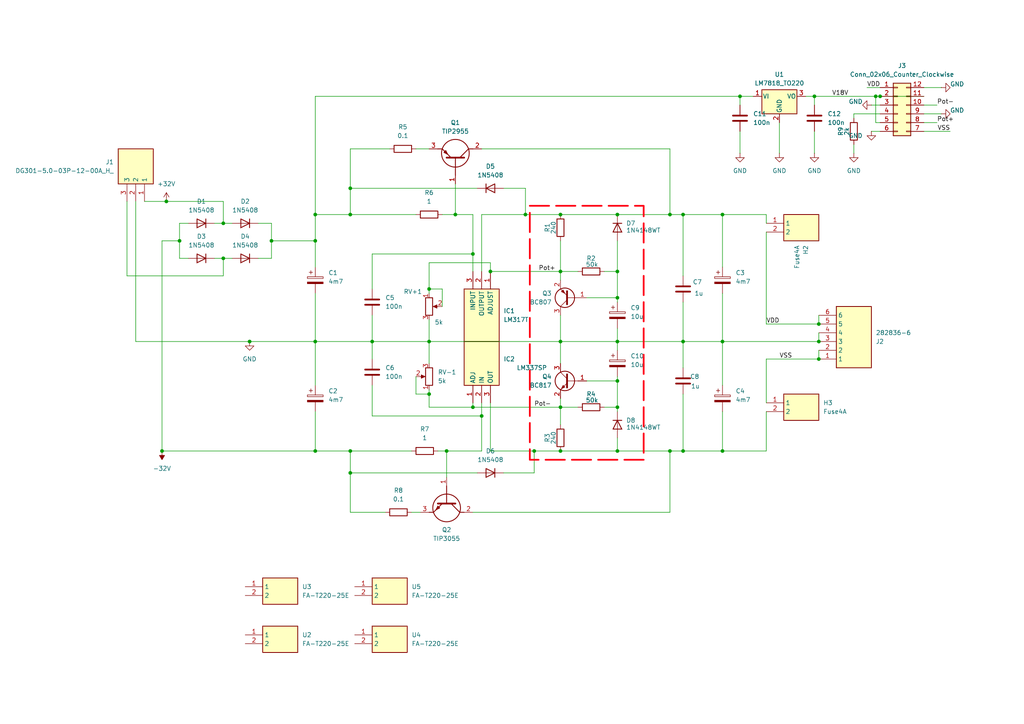
<source format=kicad_sch>
(kicad_sch
	(version 20250114)
	(generator "eeschema")
	(generator_version "9.0")
	(uuid "17b34867-eadb-4c0a-8b1f-84614d1486d5")
	(paper "A4")
	(lib_symbols
		(symbol "282836-6:282836-6"
			(exclude_from_sim no)
			(in_bom yes)
			(on_board yes)
			(property "Reference" "J"
				(at 16.51 7.62 0)
				(effects
					(font
						(size 1.27 1.27)
					)
					(justify left top)
				)
			)
			(property "Value" "282836-6"
				(at 16.51 5.08 0)
				(effects
					(font
						(size 1.27 1.27)
					)
					(justify left top)
				)
			)
			(property "Footprint" "2828366"
				(at 16.51 -94.92 0)
				(effects
					(font
						(size 1.27 1.27)
					)
					(justify left top)
					(hide yes)
				)
			)
			(property "Datasheet" "https://www.te.com/commerce/DocumentDelivery/DDEController?Action=srchrtrv&DocNm=1-1773458-1_EURO_STYLE_QRG&DocType=Data%20Sheet&DocLang=English&PartCntxt=282836-6&DocFormat=pdf"
				(at 16.51 -194.92 0)
				(effects
					(font
						(size 1.27 1.27)
					)
					(justify left top)
					(hide yes)
				)
			)
			(property "Description" "Body Features: Product Orientation Vertical | Primary Product Color Green | Configuration Features: Number of Rows 1 | Stacked Levels Without | Stacking Configuration Side Stackable | Wire Entry Location Side | Wire Entry Angle 90 | Number of Positions 6 | Contact Features: Contact Base Material Brass | Contact Current Rating (Max) 13.5 AMP | Contact Mating Area Plating Material Tin | Dimensions: Wire Size 30  16 AWG | Wire Size .05  1.3 MMSQ | Electrical Characteristics: Operating Voltage 300 VAC |"
				(at 0 0 0)
				(effects
					(font
						(size 1.27 1.27)
					)
					(hide yes)
				)
			)
			(property "Height" "10.2"
				(at 16.51 -394.92 0)
				(effects
					(font
						(size 1.27 1.27)
					)
					(justify left top)
					(hide yes)
				)
			)
			(property "TME Electronic Components Part Number" ""
				(at 16.51 -494.92 0)
				(effects
					(font
						(size 1.27 1.27)
					)
					(justify left top)
					(hide yes)
				)
			)
			(property "TME Electronic Components Price/Stock" ""
				(at 16.51 -594.92 0)
				(effects
					(font
						(size 1.27 1.27)
					)
					(justify left top)
					(hide yes)
				)
			)
			(property "Manufacturer_Name" "TE Connectivity"
				(at 16.51 -694.92 0)
				(effects
					(font
						(size 1.27 1.27)
					)
					(justify left top)
					(hide yes)
				)
			)
			(property "Manufacturer_Part_Number" "282836-6"
				(at 16.51 -794.92 0)
				(effects
					(font
						(size 1.27 1.27)
					)
					(justify left top)
					(hide yes)
				)
			)
			(symbol "282836-6_1_1"
				(rectangle
					(start 5.08 2.54)
					(end 15.24 -15.24)
					(stroke
						(width 0.254)
						(type default)
					)
					(fill
						(type background)
					)
				)
				(pin passive line
					(at 0 0 0)
					(length 5.08)
					(name "1"
						(effects
							(font
								(size 1.27 1.27)
							)
						)
					)
					(number "1"
						(effects
							(font
								(size 1.27 1.27)
							)
						)
					)
				)
				(pin passive line
					(at 0 -2.54 0)
					(length 5.08)
					(name "2"
						(effects
							(font
								(size 1.27 1.27)
							)
						)
					)
					(number "2"
						(effects
							(font
								(size 1.27 1.27)
							)
						)
					)
				)
				(pin passive line
					(at 0 -5.08 0)
					(length 5.08)
					(name "3"
						(effects
							(font
								(size 1.27 1.27)
							)
						)
					)
					(number "3"
						(effects
							(font
								(size 1.27 1.27)
							)
						)
					)
				)
				(pin passive line
					(at 0 -7.62 0)
					(length 5.08)
					(name "4"
						(effects
							(font
								(size 1.27 1.27)
							)
						)
					)
					(number "4"
						(effects
							(font
								(size 1.27 1.27)
							)
						)
					)
				)
				(pin passive line
					(at 0 -10.16 0)
					(length 5.08)
					(name "5"
						(effects
							(font
								(size 1.27 1.27)
							)
						)
					)
					(number "5"
						(effects
							(font
								(size 1.27 1.27)
							)
						)
					)
				)
				(pin passive line
					(at 0 -12.7 0)
					(length 5.08)
					(name "6"
						(effects
							(font
								(size 1.27 1.27)
							)
						)
					)
					(number "6"
						(effects
							(font
								(size 1.27 1.27)
							)
						)
					)
				)
			)
			(embedded_fonts no)
		)
		(symbol "Connector_Generic:Conn_02x06_Counter_Clockwise"
			(pin_names
				(offset 1.016)
				(hide yes)
			)
			(exclude_from_sim no)
			(in_bom yes)
			(on_board yes)
			(property "Reference" "J"
				(at 1.27 7.62 0)
				(effects
					(font
						(size 1.27 1.27)
					)
				)
			)
			(property "Value" "Conn_02x06_Counter_Clockwise"
				(at 1.27 -10.16 0)
				(effects
					(font
						(size 1.27 1.27)
					)
				)
			)
			(property "Footprint" ""
				(at 0 0 0)
				(effects
					(font
						(size 1.27 1.27)
					)
					(hide yes)
				)
			)
			(property "Datasheet" "~"
				(at 0 0 0)
				(effects
					(font
						(size 1.27 1.27)
					)
					(hide yes)
				)
			)
			(property "Description" "Generic connector, double row, 02x06, counter clockwise pin numbering scheme (similar to DIP package numbering), script generated (kicad-library-utils/schlib/autogen/connector/)"
				(at 0 0 0)
				(effects
					(font
						(size 1.27 1.27)
					)
					(hide yes)
				)
			)
			(property "ki_keywords" "connector"
				(at 0 0 0)
				(effects
					(font
						(size 1.27 1.27)
					)
					(hide yes)
				)
			)
			(property "ki_fp_filters" "Connector*:*_2x??_*"
				(at 0 0 0)
				(effects
					(font
						(size 1.27 1.27)
					)
					(hide yes)
				)
			)
			(symbol "Conn_02x06_Counter_Clockwise_1_1"
				(rectangle
					(start -1.27 6.35)
					(end 3.81 -8.89)
					(stroke
						(width 0.254)
						(type default)
					)
					(fill
						(type background)
					)
				)
				(rectangle
					(start -1.27 5.207)
					(end 0 4.953)
					(stroke
						(width 0.1524)
						(type default)
					)
					(fill
						(type none)
					)
				)
				(rectangle
					(start -1.27 2.667)
					(end 0 2.413)
					(stroke
						(width 0.1524)
						(type default)
					)
					(fill
						(type none)
					)
				)
				(rectangle
					(start -1.27 0.127)
					(end 0 -0.127)
					(stroke
						(width 0.1524)
						(type default)
					)
					(fill
						(type none)
					)
				)
				(rectangle
					(start -1.27 -2.413)
					(end 0 -2.667)
					(stroke
						(width 0.1524)
						(type default)
					)
					(fill
						(type none)
					)
				)
				(rectangle
					(start -1.27 -4.953)
					(end 0 -5.207)
					(stroke
						(width 0.1524)
						(type default)
					)
					(fill
						(type none)
					)
				)
				(rectangle
					(start -1.27 -7.493)
					(end 0 -7.747)
					(stroke
						(width 0.1524)
						(type default)
					)
					(fill
						(type none)
					)
				)
				(rectangle
					(start 3.81 5.207)
					(end 2.54 4.953)
					(stroke
						(width 0.1524)
						(type default)
					)
					(fill
						(type none)
					)
				)
				(rectangle
					(start 3.81 2.667)
					(end 2.54 2.413)
					(stroke
						(width 0.1524)
						(type default)
					)
					(fill
						(type none)
					)
				)
				(rectangle
					(start 3.81 0.127)
					(end 2.54 -0.127)
					(stroke
						(width 0.1524)
						(type default)
					)
					(fill
						(type none)
					)
				)
				(rectangle
					(start 3.81 -2.413)
					(end 2.54 -2.667)
					(stroke
						(width 0.1524)
						(type default)
					)
					(fill
						(type none)
					)
				)
				(rectangle
					(start 3.81 -4.953)
					(end 2.54 -5.207)
					(stroke
						(width 0.1524)
						(type default)
					)
					(fill
						(type none)
					)
				)
				(rectangle
					(start 3.81 -7.493)
					(end 2.54 -7.747)
					(stroke
						(width 0.1524)
						(type default)
					)
					(fill
						(type none)
					)
				)
				(pin passive line
					(at -5.08 5.08 0)
					(length 3.81)
					(name "Pin_1"
						(effects
							(font
								(size 1.27 1.27)
							)
						)
					)
					(number "1"
						(effects
							(font
								(size 1.27 1.27)
							)
						)
					)
				)
				(pin passive line
					(at -5.08 2.54 0)
					(length 3.81)
					(name "Pin_2"
						(effects
							(font
								(size 1.27 1.27)
							)
						)
					)
					(number "2"
						(effects
							(font
								(size 1.27 1.27)
							)
						)
					)
				)
				(pin passive line
					(at -5.08 0 0)
					(length 3.81)
					(name "Pin_3"
						(effects
							(font
								(size 1.27 1.27)
							)
						)
					)
					(number "3"
						(effects
							(font
								(size 1.27 1.27)
							)
						)
					)
				)
				(pin passive line
					(at -5.08 -2.54 0)
					(length 3.81)
					(name "Pin_4"
						(effects
							(font
								(size 1.27 1.27)
							)
						)
					)
					(number "4"
						(effects
							(font
								(size 1.27 1.27)
							)
						)
					)
				)
				(pin passive line
					(at -5.08 -5.08 0)
					(length 3.81)
					(name "Pin_5"
						(effects
							(font
								(size 1.27 1.27)
							)
						)
					)
					(number "5"
						(effects
							(font
								(size 1.27 1.27)
							)
						)
					)
				)
				(pin passive line
					(at -5.08 -7.62 0)
					(length 3.81)
					(name "Pin_6"
						(effects
							(font
								(size 1.27 1.27)
							)
						)
					)
					(number "6"
						(effects
							(font
								(size 1.27 1.27)
							)
						)
					)
				)
				(pin passive line
					(at 7.62 5.08 180)
					(length 3.81)
					(name "Pin_12"
						(effects
							(font
								(size 1.27 1.27)
							)
						)
					)
					(number "12"
						(effects
							(font
								(size 1.27 1.27)
							)
						)
					)
				)
				(pin passive line
					(at 7.62 2.54 180)
					(length 3.81)
					(name "Pin_11"
						(effects
							(font
								(size 1.27 1.27)
							)
						)
					)
					(number "11"
						(effects
							(font
								(size 1.27 1.27)
							)
						)
					)
				)
				(pin passive line
					(at 7.62 0 180)
					(length 3.81)
					(name "Pin_10"
						(effects
							(font
								(size 1.27 1.27)
							)
						)
					)
					(number "10"
						(effects
							(font
								(size 1.27 1.27)
							)
						)
					)
				)
				(pin passive line
					(at 7.62 -2.54 180)
					(length 3.81)
					(name "Pin_9"
						(effects
							(font
								(size 1.27 1.27)
							)
						)
					)
					(number "9"
						(effects
							(font
								(size 1.27 1.27)
							)
						)
					)
				)
				(pin passive line
					(at 7.62 -5.08 180)
					(length 3.81)
					(name "Pin_8"
						(effects
							(font
								(size 1.27 1.27)
							)
						)
					)
					(number "8"
						(effects
							(font
								(size 1.27 1.27)
							)
						)
					)
				)
				(pin passive line
					(at 7.62 -7.62 180)
					(length 3.81)
					(name "Pin_7"
						(effects
							(font
								(size 1.27 1.27)
							)
						)
					)
					(number "7"
						(effects
							(font
								(size 1.27 1.27)
							)
						)
					)
				)
			)
			(embedded_fonts no)
		)
		(symbol "DG301-5_0-03P-12-00A_H_:DG301-5.0-03P-12-00A_H_"
			(exclude_from_sim no)
			(in_bom yes)
			(on_board yes)
			(property "Reference" "J"
				(at 16.51 7.62 0)
				(effects
					(font
						(size 1.27 1.27)
					)
					(justify left top)
				)
			)
			(property "Value" "DG301-5.0-03P-12-00A_H_"
				(at 16.51 5.08 0)
				(effects
					(font
						(size 1.27 1.27)
					)
					(justify left top)
				)
			)
			(property "Footprint" "DG3015003P1200AH"
				(at 16.51 -94.92 0)
				(effects
					(font
						(size 1.27 1.27)
					)
					(justify left top)
					(hide yes)
				)
			)
			(property "Datasheet" "https://www.degson.com/content/details_552_879414.html?lang=en"
				(at 16.51 -194.92 0)
				(effects
					(font
						(size 1.27 1.27)
					)
					(justify left top)
					(hide yes)
				)
			)
			(property "Description" "PCB terminal block; angled 90; 5mm; ways: 3; on PCBs; 1.5mm2; blue"
				(at 0 0 0)
				(effects
					(font
						(size 1.27 1.27)
					)
					(hide yes)
				)
			)
			(property "Height" "10"
				(at 16.51 -394.92 0)
				(effects
					(font
						(size 1.27 1.27)
					)
					(justify left top)
					(hide yes)
				)
			)
			(property "TME Electronic Components Part Number" ""
				(at 16.51 -494.92 0)
				(effects
					(font
						(size 1.27 1.27)
					)
					(justify left top)
					(hide yes)
				)
			)
			(property "TME Electronic Components Price/Stock" ""
				(at 16.51 -594.92 0)
				(effects
					(font
						(size 1.27 1.27)
					)
					(justify left top)
					(hide yes)
				)
			)
			(property "Manufacturer_Name" "Degson"
				(at 16.51 -694.92 0)
				(effects
					(font
						(size 1.27 1.27)
					)
					(justify left top)
					(hide yes)
				)
			)
			(property "Manufacturer_Part_Number" "DG301-5.0-03P-12-00A(H)"
				(at 16.51 -794.92 0)
				(effects
					(font
						(size 1.27 1.27)
					)
					(justify left top)
					(hide yes)
				)
			)
			(symbol "DG301-5.0-03P-12-00A_H__1_1"
				(rectangle
					(start 5.08 2.54)
					(end 15.24 -7.62)
					(stroke
						(width 0.254)
						(type default)
					)
					(fill
						(type background)
					)
				)
				(pin passive line
					(at 0 0 0)
					(length 5.08)
					(name "1"
						(effects
							(font
								(size 1.27 1.27)
							)
						)
					)
					(number "1"
						(effects
							(font
								(size 1.27 1.27)
							)
						)
					)
				)
				(pin passive line
					(at 0 -2.54 0)
					(length 5.08)
					(name "2"
						(effects
							(font
								(size 1.27 1.27)
							)
						)
					)
					(number "2"
						(effects
							(font
								(size 1.27 1.27)
							)
						)
					)
				)
				(pin passive line
					(at 0 -5.08 0)
					(length 5.08)
					(name "3"
						(effects
							(font
								(size 1.27 1.27)
							)
						)
					)
					(number "3"
						(effects
							(font
								(size 1.27 1.27)
							)
						)
					)
				)
			)
			(embedded_fonts no)
		)
		(symbol "Device:C"
			(pin_numbers
				(hide yes)
			)
			(pin_names
				(offset 0.254)
			)
			(exclude_from_sim no)
			(in_bom yes)
			(on_board yes)
			(property "Reference" "C"
				(at 0.635 2.54 0)
				(effects
					(font
						(size 1.27 1.27)
					)
					(justify left)
				)
			)
			(property "Value" "C"
				(at 0.635 -2.54 0)
				(effects
					(font
						(size 1.27 1.27)
					)
					(justify left)
				)
			)
			(property "Footprint" ""
				(at 0.9652 -3.81 0)
				(effects
					(font
						(size 1.27 1.27)
					)
					(hide yes)
				)
			)
			(property "Datasheet" "~"
				(at 0 0 0)
				(effects
					(font
						(size 1.27 1.27)
					)
					(hide yes)
				)
			)
			(property "Description" "Unpolarized capacitor"
				(at 0 0 0)
				(effects
					(font
						(size 1.27 1.27)
					)
					(hide yes)
				)
			)
			(property "ki_keywords" "cap capacitor"
				(at 0 0 0)
				(effects
					(font
						(size 1.27 1.27)
					)
					(hide yes)
				)
			)
			(property "ki_fp_filters" "C_*"
				(at 0 0 0)
				(effects
					(font
						(size 1.27 1.27)
					)
					(hide yes)
				)
			)
			(symbol "C_0_1"
				(polyline
					(pts
						(xy -2.032 0.762) (xy 2.032 0.762)
					)
					(stroke
						(width 0.508)
						(type default)
					)
					(fill
						(type none)
					)
				)
				(polyline
					(pts
						(xy -2.032 -0.762) (xy 2.032 -0.762)
					)
					(stroke
						(width 0.508)
						(type default)
					)
					(fill
						(type none)
					)
				)
			)
			(symbol "C_1_1"
				(pin passive line
					(at 0 3.81 270)
					(length 2.794)
					(name "~"
						(effects
							(font
								(size 1.27 1.27)
							)
						)
					)
					(number "1"
						(effects
							(font
								(size 1.27 1.27)
							)
						)
					)
				)
				(pin passive line
					(at 0 -3.81 90)
					(length 2.794)
					(name "~"
						(effects
							(font
								(size 1.27 1.27)
							)
						)
					)
					(number "2"
						(effects
							(font
								(size 1.27 1.27)
							)
						)
					)
				)
			)
			(embedded_fonts no)
		)
		(symbol "Device:C_Polarized"
			(pin_numbers
				(hide yes)
			)
			(pin_names
				(offset 0.254)
			)
			(exclude_from_sim no)
			(in_bom yes)
			(on_board yes)
			(property "Reference" "C"
				(at 0.635 2.54 0)
				(effects
					(font
						(size 1.27 1.27)
					)
					(justify left)
				)
			)
			(property "Value" "C_Polarized"
				(at 0.635 -2.54 0)
				(effects
					(font
						(size 1.27 1.27)
					)
					(justify left)
				)
			)
			(property "Footprint" ""
				(at 0.9652 -3.81 0)
				(effects
					(font
						(size 1.27 1.27)
					)
					(hide yes)
				)
			)
			(property "Datasheet" "~"
				(at 0 0 0)
				(effects
					(font
						(size 1.27 1.27)
					)
					(hide yes)
				)
			)
			(property "Description" "Polarized capacitor"
				(at 0 0 0)
				(effects
					(font
						(size 1.27 1.27)
					)
					(hide yes)
				)
			)
			(property "ki_keywords" "cap capacitor"
				(at 0 0 0)
				(effects
					(font
						(size 1.27 1.27)
					)
					(hide yes)
				)
			)
			(property "ki_fp_filters" "CP_*"
				(at 0 0 0)
				(effects
					(font
						(size 1.27 1.27)
					)
					(hide yes)
				)
			)
			(symbol "C_Polarized_0_1"
				(rectangle
					(start -2.286 0.508)
					(end 2.286 1.016)
					(stroke
						(width 0)
						(type default)
					)
					(fill
						(type none)
					)
				)
				(polyline
					(pts
						(xy -1.778 2.286) (xy -0.762 2.286)
					)
					(stroke
						(width 0)
						(type default)
					)
					(fill
						(type none)
					)
				)
				(polyline
					(pts
						(xy -1.27 2.794) (xy -1.27 1.778)
					)
					(stroke
						(width 0)
						(type default)
					)
					(fill
						(type none)
					)
				)
				(rectangle
					(start 2.286 -0.508)
					(end -2.286 -1.016)
					(stroke
						(width 0)
						(type default)
					)
					(fill
						(type outline)
					)
				)
			)
			(symbol "C_Polarized_1_1"
				(pin passive line
					(at 0 3.81 270)
					(length 2.794)
					(name "~"
						(effects
							(font
								(size 1.27 1.27)
							)
						)
					)
					(number "1"
						(effects
							(font
								(size 1.27 1.27)
							)
						)
					)
				)
				(pin passive line
					(at 0 -3.81 90)
					(length 2.794)
					(name "~"
						(effects
							(font
								(size 1.27 1.27)
							)
						)
					)
					(number "2"
						(effects
							(font
								(size 1.27 1.27)
							)
						)
					)
				)
			)
			(embedded_fonts no)
		)
		(symbol "Device:R"
			(pin_numbers
				(hide yes)
			)
			(pin_names
				(offset 0)
			)
			(exclude_from_sim no)
			(in_bom yes)
			(on_board yes)
			(property "Reference" "R"
				(at 2.032 0 90)
				(effects
					(font
						(size 1.27 1.27)
					)
				)
			)
			(property "Value" "R"
				(at 0 0 90)
				(effects
					(font
						(size 1.27 1.27)
					)
				)
			)
			(property "Footprint" ""
				(at -1.778 0 90)
				(effects
					(font
						(size 1.27 1.27)
					)
					(hide yes)
				)
			)
			(property "Datasheet" "~"
				(at 0 0 0)
				(effects
					(font
						(size 1.27 1.27)
					)
					(hide yes)
				)
			)
			(property "Description" "Resistor"
				(at 0 0 0)
				(effects
					(font
						(size 1.27 1.27)
					)
					(hide yes)
				)
			)
			(property "ki_keywords" "R res resistor"
				(at 0 0 0)
				(effects
					(font
						(size 1.27 1.27)
					)
					(hide yes)
				)
			)
			(property "ki_fp_filters" "R_*"
				(at 0 0 0)
				(effects
					(font
						(size 1.27 1.27)
					)
					(hide yes)
				)
			)
			(symbol "R_0_1"
				(rectangle
					(start -1.016 -2.54)
					(end 1.016 2.54)
					(stroke
						(width 0.254)
						(type default)
					)
					(fill
						(type none)
					)
				)
			)
			(symbol "R_1_1"
				(pin passive line
					(at 0 3.81 270)
					(length 1.27)
					(name "~"
						(effects
							(font
								(size 1.27 1.27)
							)
						)
					)
					(number "1"
						(effects
							(font
								(size 1.27 1.27)
							)
						)
					)
				)
				(pin passive line
					(at 0 -3.81 90)
					(length 1.27)
					(name "~"
						(effects
							(font
								(size 1.27 1.27)
							)
						)
					)
					(number "2"
						(effects
							(font
								(size 1.27 1.27)
							)
						)
					)
				)
			)
			(embedded_fonts no)
		)
		(symbol "Device:R_Potentiometer"
			(pin_names
				(offset 1.016)
				(hide yes)
			)
			(exclude_from_sim no)
			(in_bom yes)
			(on_board yes)
			(property "Reference" "RV"
				(at -4.445 0 90)
				(effects
					(font
						(size 1.27 1.27)
					)
				)
			)
			(property "Value" "R_Potentiometer"
				(at -2.54 0 90)
				(effects
					(font
						(size 1.27 1.27)
					)
				)
			)
			(property "Footprint" ""
				(at 0 0 0)
				(effects
					(font
						(size 1.27 1.27)
					)
					(hide yes)
				)
			)
			(property "Datasheet" "~"
				(at 0 0 0)
				(effects
					(font
						(size 1.27 1.27)
					)
					(hide yes)
				)
			)
			(property "Description" "Potentiometer"
				(at 0 0 0)
				(effects
					(font
						(size 1.27 1.27)
					)
					(hide yes)
				)
			)
			(property "ki_keywords" "resistor variable"
				(at 0 0 0)
				(effects
					(font
						(size 1.27 1.27)
					)
					(hide yes)
				)
			)
			(property "ki_fp_filters" "Potentiometer*"
				(at 0 0 0)
				(effects
					(font
						(size 1.27 1.27)
					)
					(hide yes)
				)
			)
			(symbol "R_Potentiometer_0_1"
				(rectangle
					(start 1.016 2.54)
					(end -1.016 -2.54)
					(stroke
						(width 0.254)
						(type default)
					)
					(fill
						(type none)
					)
				)
				(polyline
					(pts
						(xy 1.143 0) (xy 2.286 0.508) (xy 2.286 -0.508) (xy 1.143 0)
					)
					(stroke
						(width 0)
						(type default)
					)
					(fill
						(type outline)
					)
				)
				(polyline
					(pts
						(xy 2.54 0) (xy 1.524 0)
					)
					(stroke
						(width 0)
						(type default)
					)
					(fill
						(type none)
					)
				)
			)
			(symbol "R_Potentiometer_1_1"
				(pin passive line
					(at 0 3.81 270)
					(length 1.27)
					(name "1"
						(effects
							(font
								(size 1.27 1.27)
							)
						)
					)
					(number "1"
						(effects
							(font
								(size 1.27 1.27)
							)
						)
					)
				)
				(pin passive line
					(at 0 -3.81 90)
					(length 1.27)
					(name "3"
						(effects
							(font
								(size 1.27 1.27)
							)
						)
					)
					(number "3"
						(effects
							(font
								(size 1.27 1.27)
							)
						)
					)
				)
				(pin passive line
					(at 3.81 0 180)
					(length 1.27)
					(name "2"
						(effects
							(font
								(size 1.27 1.27)
							)
						)
					)
					(number "2"
						(effects
							(font
								(size 1.27 1.27)
							)
						)
					)
				)
			)
			(embedded_fonts no)
		)
		(symbol "Diode:1N4148WT"
			(pin_numbers
				(hide yes)
			)
			(pin_names
				(hide yes)
			)
			(exclude_from_sim no)
			(in_bom yes)
			(on_board yes)
			(property "Reference" "D"
				(at 0 2.54 0)
				(effects
					(font
						(size 1.27 1.27)
					)
				)
			)
			(property "Value" "1N4148WT"
				(at 0 -2.54 0)
				(effects
					(font
						(size 1.27 1.27)
					)
				)
			)
			(property "Footprint" "Diode_SMD:D_SOD-523"
				(at 0 -4.445 0)
				(effects
					(font
						(size 1.27 1.27)
					)
					(hide yes)
				)
			)
			(property "Datasheet" "https://www.diodes.com/assets/Datasheets/ds30396.pdf"
				(at 0 0 0)
				(effects
					(font
						(size 1.27 1.27)
					)
					(hide yes)
				)
			)
			(property "Description" "75V 0.15A Fast switching Diode, SOD-523"
				(at 0 0 0)
				(effects
					(font
						(size 1.27 1.27)
					)
					(hide yes)
				)
			)
			(property "Sim.Device" "D"
				(at 0 0 0)
				(effects
					(font
						(size 1.27 1.27)
					)
					(hide yes)
				)
			)
			(property "Sim.Pins" "1=K 2=A"
				(at 0 0 0)
				(effects
					(font
						(size 1.27 1.27)
					)
					(hide yes)
				)
			)
			(property "ki_keywords" "diode"
				(at 0 0 0)
				(effects
					(font
						(size 1.27 1.27)
					)
					(hide yes)
				)
			)
			(property "ki_fp_filters" "D*SOD?523*"
				(at 0 0 0)
				(effects
					(font
						(size 1.27 1.27)
					)
					(hide yes)
				)
			)
			(symbol "1N4148WT_0_1"
				(polyline
					(pts
						(xy -1.27 1.27) (xy -1.27 -1.27)
					)
					(stroke
						(width 0.254)
						(type default)
					)
					(fill
						(type none)
					)
				)
				(polyline
					(pts
						(xy 1.27 1.27) (xy 1.27 -1.27) (xy -1.27 0) (xy 1.27 1.27)
					)
					(stroke
						(width 0.254)
						(type default)
					)
					(fill
						(type none)
					)
				)
				(polyline
					(pts
						(xy 1.27 0) (xy -1.27 0)
					)
					(stroke
						(width 0)
						(type default)
					)
					(fill
						(type none)
					)
				)
			)
			(symbol "1N4148WT_1_1"
				(pin passive line
					(at -3.81 0 0)
					(length 2.54)
					(name "K"
						(effects
							(font
								(size 1.27 1.27)
							)
						)
					)
					(number "1"
						(effects
							(font
								(size 1.27 1.27)
							)
						)
					)
				)
				(pin passive line
					(at 3.81 0 180)
					(length 2.54)
					(name "A"
						(effects
							(font
								(size 1.27 1.27)
							)
						)
					)
					(number "2"
						(effects
							(font
								(size 1.27 1.27)
							)
						)
					)
				)
			)
			(embedded_fonts no)
		)
		(symbol "Diode:1N5408"
			(pin_numbers
				(hide yes)
			)
			(pin_names
				(hide yes)
			)
			(exclude_from_sim no)
			(in_bom yes)
			(on_board yes)
			(property "Reference" "D"
				(at 0 2.54 0)
				(effects
					(font
						(size 1.27 1.27)
					)
				)
			)
			(property "Value" "1N5408"
				(at 0 -2.54 0)
				(effects
					(font
						(size 1.27 1.27)
					)
				)
			)
			(property "Footprint" "Diode_THT:D_DO-201AD_P15.24mm_Horizontal"
				(at 0 -4.445 0)
				(effects
					(font
						(size 1.27 1.27)
					)
					(hide yes)
				)
			)
			(property "Datasheet" "http://www.vishay.com/docs/88516/1n5400.pdf"
				(at 0 0 0)
				(effects
					(font
						(size 1.27 1.27)
					)
					(hide yes)
				)
			)
			(property "Description" "1000V 3A General Purpose Rectifier Diode, DO-201AD"
				(at 0 0 0)
				(effects
					(font
						(size 1.27 1.27)
					)
					(hide yes)
				)
			)
			(property "Sim.Device" "D"
				(at 0 0 0)
				(effects
					(font
						(size 1.27 1.27)
					)
					(hide yes)
				)
			)
			(property "Sim.Pins" "1=K 2=A"
				(at 0 0 0)
				(effects
					(font
						(size 1.27 1.27)
					)
					(hide yes)
				)
			)
			(property "ki_keywords" "diode"
				(at 0 0 0)
				(effects
					(font
						(size 1.27 1.27)
					)
					(hide yes)
				)
			)
			(property "ki_fp_filters" "D*DO?201AD*"
				(at 0 0 0)
				(effects
					(font
						(size 1.27 1.27)
					)
					(hide yes)
				)
			)
			(symbol "1N5408_0_1"
				(polyline
					(pts
						(xy -1.27 1.27) (xy -1.27 -1.27)
					)
					(stroke
						(width 0.254)
						(type default)
					)
					(fill
						(type none)
					)
				)
				(polyline
					(pts
						(xy 1.27 1.27) (xy 1.27 -1.27) (xy -1.27 0) (xy 1.27 1.27)
					)
					(stroke
						(width 0.254)
						(type default)
					)
					(fill
						(type none)
					)
				)
				(polyline
					(pts
						(xy 1.27 0) (xy -1.27 0)
					)
					(stroke
						(width 0)
						(type default)
					)
					(fill
						(type none)
					)
				)
			)
			(symbol "1N5408_1_1"
				(pin passive line
					(at -3.81 0 0)
					(length 2.54)
					(name "K"
						(effects
							(font
								(size 1.27 1.27)
							)
						)
					)
					(number "1"
						(effects
							(font
								(size 1.27 1.27)
							)
						)
					)
				)
				(pin passive line
					(at 3.81 0 180)
					(length 2.54)
					(name "A"
						(effects
							(font
								(size 1.27 1.27)
							)
						)
					)
					(number "2"
						(effects
							(font
								(size 1.27 1.27)
							)
						)
					)
				)
			)
			(embedded_fonts no)
		)
		(symbol "FA-T220-25E:FA-T220-25E"
			(exclude_from_sim no)
			(in_bom yes)
			(on_board yes)
			(property "Reference" "U"
				(at 16.51 7.62 0)
				(effects
					(font
						(size 1.27 1.27)
					)
					(justify left top)
				)
			)
			(property "Value" "FA-T220-25E"
				(at 16.51 5.08 0)
				(effects
					(font
						(size 1.27 1.27)
					)
					(justify left top)
				)
			)
			(property "Footprint" "FAT22025E"
				(at 16.51 -94.92 0)
				(effects
					(font
						(size 1.27 1.27)
					)
					(justify left top)
					(hide yes)
				)
			)
			(property "Datasheet" "https://www.ohmite.com/assets/docs/sink_f_r.pdf?r=false"
				(at 16.51 -194.92 0)
				(effects
					(font
						(size 1.27 1.27)
					)
					(justify left top)
					(hide yes)
				)
			)
			(property "Description" "HEATSINK FOR TO220 HEATSINK FOR TO220"
				(at 0 0 0)
				(effects
					(font
						(size 1.27 1.27)
					)
					(hide yes)
				)
			)
			(property "Height" "25.65"
				(at 16.51 -394.92 0)
				(effects
					(font
						(size 1.27 1.27)
					)
					(justify left top)
					(hide yes)
				)
			)
			(property "TME Electronic Components Part Number" ""
				(at 16.51 -494.92 0)
				(effects
					(font
						(size 1.27 1.27)
					)
					(justify left top)
					(hide yes)
				)
			)
			(property "TME Electronic Components Price/Stock" ""
				(at 16.51 -594.92 0)
				(effects
					(font
						(size 1.27 1.27)
					)
					(justify left top)
					(hide yes)
				)
			)
			(property "Manufacturer_Name" "Ohmite"
				(at 16.51 -694.92 0)
				(effects
					(font
						(size 1.27 1.27)
					)
					(justify left top)
					(hide yes)
				)
			)
			(property "Manufacturer_Part_Number" "FA-T220-25E"
				(at 16.51 -794.92 0)
				(effects
					(font
						(size 1.27 1.27)
					)
					(justify left top)
					(hide yes)
				)
			)
			(symbol "FA-T220-25E_1_1"
				(rectangle
					(start 5.08 2.54)
					(end 15.24 -5.08)
					(stroke
						(width 0.254)
						(type default)
					)
					(fill
						(type background)
					)
				)
				(pin passive line
					(at 0 0 0)
					(length 5.08)
					(name "1"
						(effects
							(font
								(size 1.27 1.27)
							)
						)
					)
					(number "1"
						(effects
							(font
								(size 1.27 1.27)
							)
						)
					)
				)
				(pin passive line
					(at 0 -2.54 0)
					(length 5.08)
					(name "2"
						(effects
							(font
								(size 1.27 1.27)
							)
						)
					)
					(number "2"
						(effects
							(font
								(size 1.27 1.27)
							)
						)
					)
				)
			)
			(embedded_fonts no)
		)
		(symbol "LM317T:LM317T"
			(exclude_from_sim no)
			(in_bom yes)
			(on_board yes)
			(property "Reference" "IC"
				(at 21.59 7.62 0)
				(effects
					(font
						(size 1.27 1.27)
					)
					(justify left top)
				)
			)
			(property "Value" "LM317T"
				(at 21.59 5.08 0)
				(effects
					(font
						(size 1.27 1.27)
					)
					(justify left top)
				)
			)
			(property "Footprint" "TO255P460X1020X2008-3P"
				(at 21.59 -94.92 0)
				(effects
					(font
						(size 1.27 1.27)
					)
					(justify left top)
					(hide yes)
				)
			)
			(property "Datasheet" "https://www.st.com/resource/en/datasheet/lm217.pdf"
				(at 21.59 -194.92 0)
				(effects
					(font
						(size 1.27 1.27)
					)
					(justify left top)
					(hide yes)
				)
			)
			(property "Description" "Standard Regulator 1.2V to 37V 1.5A STMicroelectronics LM317T, Single Linear Voltage Regulator, 1.5A Adjustable 1.2  37 V, 3-Pin TO-220"
				(at 0 0 0)
				(effects
					(font
						(size 1.27 1.27)
					)
					(hide yes)
				)
			)
			(property "Height" "4.6"
				(at 21.59 -394.92 0)
				(effects
					(font
						(size 1.27 1.27)
					)
					(justify left top)
					(hide yes)
				)
			)
			(property "TME Electronic Components Part Number" ""
				(at 21.59 -494.92 0)
				(effects
					(font
						(size 1.27 1.27)
					)
					(justify left top)
					(hide yes)
				)
			)
			(property "TME Electronic Components Price/Stock" ""
				(at 21.59 -594.92 0)
				(effects
					(font
						(size 1.27 1.27)
					)
					(justify left top)
					(hide yes)
				)
			)
			(property "Manufacturer_Name" "STMicroelectronics"
				(at 21.59 -694.92 0)
				(effects
					(font
						(size 1.27 1.27)
					)
					(justify left top)
					(hide yes)
				)
			)
			(property "Manufacturer_Part_Number" "LM317T"
				(at 21.59 -794.92 0)
				(effects
					(font
						(size 1.27 1.27)
					)
					(justify left top)
					(hide yes)
				)
			)
			(symbol "LM317T_1_1"
				(rectangle
					(start 5.08 2.54)
					(end 20.32 -7.62)
					(stroke
						(width 0.254)
						(type default)
					)
					(fill
						(type background)
					)
				)
				(pin passive line
					(at 0 0 0)
					(length 5.08)
					(name "ADJUST"
						(effects
							(font
								(size 1.27 1.27)
							)
						)
					)
					(number "1"
						(effects
							(font
								(size 1.27 1.27)
							)
						)
					)
				)
				(pin passive line
					(at 0 -2.54 0)
					(length 5.08)
					(name "OUTPUT"
						(effects
							(font
								(size 1.27 1.27)
							)
						)
					)
					(number "2"
						(effects
							(font
								(size 1.27 1.27)
							)
						)
					)
				)
				(pin passive line
					(at 0 -5.08 0)
					(length 5.08)
					(name "INPUT"
						(effects
							(font
								(size 1.27 1.27)
							)
						)
					)
					(number "3"
						(effects
							(font
								(size 1.27 1.27)
							)
						)
					)
				)
			)
			(embedded_fonts no)
		)
		(symbol "LM337SP:LM337SP"
			(exclude_from_sim no)
			(in_bom yes)
			(on_board yes)
			(property "Reference" "IC"
				(at 19.05 7.62 0)
				(effects
					(font
						(size 1.27 1.27)
					)
					(justify left top)
				)
			)
			(property "Value" "LM337SP"
				(at 19.05 5.08 0)
				(effects
					(font
						(size 1.27 1.27)
					)
					(justify left top)
				)
			)
			(property "Footprint" "TO255P460X1020X2008-3P"
				(at 19.05 -94.92 0)
				(effects
					(font
						(size 1.27 1.27)
					)
					(justify left top)
					(hide yes)
				)
			)
			(property "Datasheet" "https://www.st.com/resource/en/datasheet/lm337.pdf"
				(at 19.05 -194.92 0)
				(effects
					(font
						(size 1.27 1.27)
					)
					(justify left top)
					(hide yes)
				)
			)
			(property "Description" "Three-terminal adjustable negative voltage regulators"
				(at 0 0 0)
				(effects
					(font
						(size 1.27 1.27)
					)
					(hide yes)
				)
			)
			(property "Height" "4.6"
				(at 19.05 -394.92 0)
				(effects
					(font
						(size 1.27 1.27)
					)
					(justify left top)
					(hide yes)
				)
			)
			(property "TME Electronic Components Part Number" ""
				(at 19.05 -494.92 0)
				(effects
					(font
						(size 1.27 1.27)
					)
					(justify left top)
					(hide yes)
				)
			)
			(property "TME Electronic Components Price/Stock" ""
				(at 19.05 -594.92 0)
				(effects
					(font
						(size 1.27 1.27)
					)
					(justify left top)
					(hide yes)
				)
			)
			(property "Manufacturer_Name" "STMicroelectronics"
				(at 19.05 -694.92 0)
				(effects
					(font
						(size 1.27 1.27)
					)
					(justify left top)
					(hide yes)
				)
			)
			(property "Manufacturer_Part_Number" "LM337SP"
				(at 19.05 -794.92 0)
				(effects
					(font
						(size 1.27 1.27)
					)
					(justify left top)
					(hide yes)
				)
			)
			(symbol "LM337SP_1_1"
				(rectangle
					(start 5.08 2.54)
					(end 17.78 -7.62)
					(stroke
						(width 0.254)
						(type default)
					)
					(fill
						(type background)
					)
				)
				(pin passive line
					(at 0 0 0)
					(length 5.08)
					(name "ADJ"
						(effects
							(font
								(size 1.27 1.27)
							)
						)
					)
					(number "1"
						(effects
							(font
								(size 1.27 1.27)
							)
						)
					)
				)
				(pin input line
					(at 0 -2.54 0)
					(length 5.08)
					(name "IN"
						(effects
							(font
								(size 1.27 1.27)
							)
						)
					)
					(number "2"
						(effects
							(font
								(size 1.27 1.27)
							)
						)
					)
				)
				(pin output line
					(at 0 -5.08 0)
					(length 5.08)
					(name "OUT"
						(effects
							(font
								(size 1.27 1.27)
							)
						)
					)
					(number "3"
						(effects
							(font
								(size 1.27 1.27)
							)
						)
					)
				)
			)
			(embedded_fonts no)
		)
		(symbol "PTF_15:PTF_15"
			(exclude_from_sim no)
			(in_bom yes)
			(on_board yes)
			(property "Reference" "H"
				(at 16.51 7.62 0)
				(effects
					(font
						(size 1.27 1.27)
					)
					(justify left top)
				)
			)
			(property "Value" "PTF_15"
				(at 16.51 5.08 0)
				(effects
					(font
						(size 1.27 1.27)
					)
					(justify left top)
				)
			)
			(property "Footprint" "PTF15"
				(at 16.51 -94.92 0)
				(effects
					(font
						(size 1.27 1.27)
					)
					(justify left top)
					(hide yes)
				)
			)
			(property "Datasheet" "https://www.stelvio-kontek.com/image/data/Prodotti/Hold&Go/PTF15.pdf"
				(at 16.51 -194.92 0)
				(effects
					(font
						(size 1.27 1.27)
					)
					(justify left top)
					(hide yes)
				)
			)
			(property "Description" "-30 C to 85 C Fuse holder; cylindrical fuses; THT; 5x20mm; 6.3A; 5m"
				(at 0 0 0)
				(effects
					(font
						(size 1.27 1.27)
					)
					(hide yes)
				)
			)
			(property "Height" "13.5"
				(at 16.51 -394.92 0)
				(effects
					(font
						(size 1.27 1.27)
					)
					(justify left top)
					(hide yes)
				)
			)
			(property "TME Electronic Components Part Number" ""
				(at 16.51 -494.92 0)
				(effects
					(font
						(size 1.27 1.27)
					)
					(justify left top)
					(hide yes)
				)
			)
			(property "TME Electronic Components Price/Stock" ""
				(at 16.51 -594.92 0)
				(effects
					(font
						(size 1.27 1.27)
					)
					(justify left top)
					(hide yes)
				)
			)
			(property "Manufacturer_Name" "Stelvio Kontek"
				(at 16.51 -694.92 0)
				(effects
					(font
						(size 1.27 1.27)
					)
					(justify left top)
					(hide yes)
				)
			)
			(property "Manufacturer_Part_Number" "PTF/15"
				(at 16.51 -794.92 0)
				(effects
					(font
						(size 1.27 1.27)
					)
					(justify left top)
					(hide yes)
				)
			)
			(symbol "PTF_15_1_1"
				(rectangle
					(start 5.08 2.54)
					(end 15.24 -5.08)
					(stroke
						(width 0.254)
						(type default)
					)
					(fill
						(type background)
					)
				)
				(pin passive line
					(at 0 0 0)
					(length 5.08)
					(name "1"
						(effects
							(font
								(size 1.27 1.27)
							)
						)
					)
					(number "1"
						(effects
							(font
								(size 1.27 1.27)
							)
						)
					)
				)
				(pin passive line
					(at 0 -2.54 0)
					(length 5.08)
					(name "2"
						(effects
							(font
								(size 1.27 1.27)
							)
						)
					)
					(number "2"
						(effects
							(font
								(size 1.27 1.27)
							)
						)
					)
				)
			)
			(embedded_fonts no)
		)
		(symbol "Regulator_Linear:LM7818_TO220"
			(pin_names
				(offset 0.254)
			)
			(exclude_from_sim no)
			(in_bom yes)
			(on_board yes)
			(property "Reference" "U"
				(at -3.81 3.175 0)
				(effects
					(font
						(size 1.27 1.27)
					)
				)
			)
			(property "Value" "LM7818_TO220"
				(at 0 3.175 0)
				(effects
					(font
						(size 1.27 1.27)
					)
					(justify left)
				)
			)
			(property "Footprint" "Package_TO_SOT_THT:TO-220-3_Vertical"
				(at 0 5.715 0)
				(effects
					(font
						(size 1.27 1.27)
						(italic yes)
					)
					(hide yes)
				)
			)
			(property "Datasheet" "https://www.onsemi.cn/PowerSolutions/document/MC7800-D.PDF"
				(at 0 -1.27 0)
				(effects
					(font
						(size 1.27 1.27)
					)
					(hide yes)
				)
			)
			(property "Description" "Positive 1A 35V Linear Regulator, Fixed Output 18V, TO-220"
				(at 0 0 0)
				(effects
					(font
						(size 1.27 1.27)
					)
					(hide yes)
				)
			)
			(property "ki_keywords" "Voltage Regulator 1A Positive"
				(at 0 0 0)
				(effects
					(font
						(size 1.27 1.27)
					)
					(hide yes)
				)
			)
			(property "ki_fp_filters" "TO?220*"
				(at 0 0 0)
				(effects
					(font
						(size 1.27 1.27)
					)
					(hide yes)
				)
			)
			(symbol "LM7818_TO220_0_1"
				(rectangle
					(start -5.08 1.905)
					(end 5.08 -5.08)
					(stroke
						(width 0.254)
						(type default)
					)
					(fill
						(type background)
					)
				)
			)
			(symbol "LM7818_TO220_1_1"
				(pin power_in line
					(at -7.62 0 0)
					(length 2.54)
					(name "VI"
						(effects
							(font
								(size 1.27 1.27)
							)
						)
					)
					(number "1"
						(effects
							(font
								(size 1.27 1.27)
							)
						)
					)
				)
				(pin power_in line
					(at 0 -7.62 90)
					(length 2.54)
					(name "GND"
						(effects
							(font
								(size 1.27 1.27)
							)
						)
					)
					(number "2"
						(effects
							(font
								(size 1.27 1.27)
							)
						)
					)
				)
				(pin power_out line
					(at 7.62 0 180)
					(length 2.54)
					(name "VO"
						(effects
							(font
								(size 1.27 1.27)
							)
						)
					)
					(number "3"
						(effects
							(font
								(size 1.27 1.27)
							)
						)
					)
				)
			)
			(embedded_fonts no)
		)
		(symbol "TIP2955:TIP2955"
			(pin_names
				(hide yes)
			)
			(exclude_from_sim no)
			(in_bom yes)
			(on_board yes)
			(property "Reference" "Q"
				(at 13.97 1.27 0)
				(effects
					(font
						(size 1.27 1.27)
					)
					(justify left top)
				)
			)
			(property "Value" "TIP2955"
				(at 13.97 -1.27 0)
				(effects
					(font
						(size 1.27 1.27)
					)
					(justify left top)
				)
			)
			(property "Footprint" "TO545P515X1560X2445-3P"
				(at 13.97 -101.27 0)
				(effects
					(font
						(size 1.27 1.27)
					)
					(justify left top)
					(hide yes)
				)
			)
			(property "Datasheet" "https://www.st.com/resource/en/datasheet/tip2955.pdf"
				(at 13.97 -201.27 0)
				(effects
					(font
						(size 1.27 1.27)
					)
					(justify left top)
					(hide yes)
				)
			)
			(property "Description" "TIP2955, PNP Bipolar Transistor,  15 A 60 V HFE:5 3 MHz Power, 3-Pin TO-247"
				(at 0 0 0)
				(effects
					(font
						(size 1.27 1.27)
					)
					(hide yes)
				)
			)
			(property "Height" "5.15"
				(at 13.97 -401.27 0)
				(effects
					(font
						(size 1.27 1.27)
					)
					(justify left top)
					(hide yes)
				)
			)
			(property "TME Electronic Components Part Number" ""
				(at 13.97 -501.27 0)
				(effects
					(font
						(size 1.27 1.27)
					)
					(justify left top)
					(hide yes)
				)
			)
			(property "TME Electronic Components Price/Stock" ""
				(at 13.97 -601.27 0)
				(effects
					(font
						(size 1.27 1.27)
					)
					(justify left top)
					(hide yes)
				)
			)
			(property "Manufacturer_Name" "STMicroelectronics"
				(at 13.97 -701.27 0)
				(effects
					(font
						(size 1.27 1.27)
					)
					(justify left top)
					(hide yes)
				)
			)
			(property "Manufacturer_Part_Number" "TIP2955"
				(at 13.97 -801.27 0)
				(effects
					(font
						(size 1.27 1.27)
					)
					(justify left top)
					(hide yes)
				)
			)
			(symbol "TIP2955_1_1"
				(polyline
					(pts
						(xy 2.54 0) (xy 7.62 0)
					)
					(stroke
						(width 0.254)
						(type default)
					)
					(fill
						(type none)
					)
				)
				(polyline
					(pts
						(xy 7.62 2.54) (xy 7.62 -2.54)
					)
					(stroke
						(width 0.508)
						(type default)
					)
					(fill
						(type none)
					)
				)
				(polyline
					(pts
						(xy 7.62 1.27) (xy 10.16 3.81)
					)
					(stroke
						(width 0.254)
						(type default)
					)
					(fill
						(type none)
					)
				)
				(polyline
					(pts
						(xy 7.62 -1.27) (xy 10.16 -3.81)
					)
					(stroke
						(width 0.254)
						(type default)
					)
					(fill
						(type none)
					)
				)
				(circle
					(center 8.89 0)
					(radius 4.016)
					(stroke
						(width 0.254)
						(type default)
					)
					(fill
						(type none)
					)
				)
				(polyline
					(pts
						(xy 9.652 -2.794) (xy 9.144 -3.302) (xy 8.636 -2.286) (xy 9.652 -2.794)
					)
					(stroke
						(width 0.254)
						(type default)
					)
					(fill
						(type outline)
					)
				)
				(polyline
					(pts
						(xy 10.16 3.81) (xy 10.16 5.08)
					)
					(stroke
						(width 0.254)
						(type default)
					)
					(fill
						(type none)
					)
				)
				(polyline
					(pts
						(xy 10.16 -3.81) (xy 10.16 -5.08)
					)
					(stroke
						(width 0.254)
						(type default)
					)
					(fill
						(type none)
					)
				)
				(pin passive line
					(at 0 0 0)
					(length 2.54)
					(name "B"
						(effects
							(font
								(size 1.27 1.27)
							)
						)
					)
					(number "1"
						(effects
							(font
								(size 1.27 1.27)
							)
						)
					)
				)
				(pin passive line
					(at 10.16 7.62 270)
					(length 2.54)
					(name "C"
						(effects
							(font
								(size 1.27 1.27)
							)
						)
					)
					(number "2"
						(effects
							(font
								(size 1.27 1.27)
							)
						)
					)
				)
				(pin passive line
					(at 10.16 -7.62 90)
					(length 2.54)
					(name "E"
						(effects
							(font
								(size 1.27 1.27)
							)
						)
					)
					(number "3"
						(effects
							(font
								(size 1.27 1.27)
							)
						)
					)
				)
			)
			(embedded_fonts no)
		)
		(symbol "TIP3055:TIP3055"
			(pin_names
				(hide yes)
			)
			(exclude_from_sim no)
			(in_bom yes)
			(on_board yes)
			(property "Reference" "Q"
				(at 13.97 1.27 0)
				(effects
					(font
						(size 1.27 1.27)
					)
					(justify left top)
				)
			)
			(property "Value" "TIP3055"
				(at 13.97 -1.27 0)
				(effects
					(font
						(size 1.27 1.27)
					)
					(justify left top)
				)
			)
			(property "Footprint" "TO545P515X1560X2445-3P"
				(at 13.97 -101.27 0)
				(effects
					(font
						(size 1.27 1.27)
					)
					(justify left top)
					(hide yes)
				)
			)
			(property "Datasheet" "https://www.st.com/resource/en/datasheet/tip2955.pdf"
				(at 13.97 -201.27 0)
				(effects
					(font
						(size 1.27 1.27)
					)
					(justify left top)
					(hide yes)
				)
			)
			(property "Description" "NPN power transistor,TIP3055 15A TO-247 STMicroelectronics TIP3055 NPN Bipolar Transistor,  15 A 60 V, 3-Pin TO-247"
				(at 0 0 0)
				(effects
					(font
						(size 1.27 1.27)
					)
					(hide yes)
				)
			)
			(property "Height" "5.15"
				(at 13.97 -401.27 0)
				(effects
					(font
						(size 1.27 1.27)
					)
					(justify left top)
					(hide yes)
				)
			)
			(property "TME Electronic Components Part Number" ""
				(at 13.97 -501.27 0)
				(effects
					(font
						(size 1.27 1.27)
					)
					(justify left top)
					(hide yes)
				)
			)
			(property "TME Electronic Components Price/Stock" ""
				(at 13.97 -601.27 0)
				(effects
					(font
						(size 1.27 1.27)
					)
					(justify left top)
					(hide yes)
				)
			)
			(property "Manufacturer_Name" "STMicroelectronics"
				(at 13.97 -701.27 0)
				(effects
					(font
						(size 1.27 1.27)
					)
					(justify left top)
					(hide yes)
				)
			)
			(property "Manufacturer_Part_Number" "TIP3055"
				(at 13.97 -801.27 0)
				(effects
					(font
						(size 1.27 1.27)
					)
					(justify left top)
					(hide yes)
				)
			)
			(symbol "TIP3055_1_1"
				(polyline
					(pts
						(xy 2.54 0) (xy 7.62 0)
					)
					(stroke
						(width 0.254)
						(type default)
					)
					(fill
						(type none)
					)
				)
				(polyline
					(pts
						(xy 7.62 2.54) (xy 7.62 -2.54)
					)
					(stroke
						(width 0.508)
						(type default)
					)
					(fill
						(type none)
					)
				)
				(polyline
					(pts
						(xy 7.62 1.27) (xy 10.16 3.81)
					)
					(stroke
						(width 0.254)
						(type default)
					)
					(fill
						(type none)
					)
				)
				(polyline
					(pts
						(xy 7.62 -1.27) (xy 10.16 -3.81)
					)
					(stroke
						(width 0.254)
						(type default)
					)
					(fill
						(type none)
					)
				)
				(polyline
					(pts
						(xy 8.382 -2.54) (xy 8.89 -2.032) (xy 9.398 -3.048) (xy 8.382 -2.54)
					)
					(stroke
						(width 0.254)
						(type default)
					)
					(fill
						(type outline)
					)
				)
				(circle
					(center 8.89 0)
					(radius 4.016)
					(stroke
						(width 0.254)
						(type default)
					)
					(fill
						(type none)
					)
				)
				(polyline
					(pts
						(xy 10.16 3.81) (xy 10.16 5.08)
					)
					(stroke
						(width 0.254)
						(type default)
					)
					(fill
						(type none)
					)
				)
				(polyline
					(pts
						(xy 10.16 -3.81) (xy 10.16 -5.08)
					)
					(stroke
						(width 0.254)
						(type default)
					)
					(fill
						(type none)
					)
				)
				(pin passive line
					(at 0 0 0)
					(length 2.54)
					(name "B"
						(effects
							(font
								(size 1.27 1.27)
							)
						)
					)
					(number "1"
						(effects
							(font
								(size 1.27 1.27)
							)
						)
					)
				)
				(pin passive line
					(at 10.16 7.62 270)
					(length 2.54)
					(name "C"
						(effects
							(font
								(size 1.27 1.27)
							)
						)
					)
					(number "2"
						(effects
							(font
								(size 1.27 1.27)
							)
						)
					)
				)
				(pin passive line
					(at 10.16 -7.62 90)
					(length 2.54)
					(name "E"
						(effects
							(font
								(size 1.27 1.27)
							)
						)
					)
					(number "3"
						(effects
							(font
								(size 1.27 1.27)
							)
						)
					)
				)
			)
			(embedded_fonts no)
		)
		(symbol "Transistor_BJT:BC807"
			(pin_names
				(offset 0)
				(hide yes)
			)
			(exclude_from_sim no)
			(in_bom yes)
			(on_board yes)
			(property "Reference" "Q"
				(at 5.08 1.905 0)
				(effects
					(font
						(size 1.27 1.27)
					)
					(justify left)
				)
			)
			(property "Value" "BC807"
				(at 5.08 0 0)
				(effects
					(font
						(size 1.27 1.27)
					)
					(justify left)
				)
			)
			(property "Footprint" "Package_TO_SOT_SMD:SOT-23"
				(at 5.08 -1.905 0)
				(effects
					(font
						(size 1.27 1.27)
						(italic yes)
					)
					(justify left)
					(hide yes)
				)
			)
			(property "Datasheet" "https://www.onsemi.com/pub/Collateral/BC808-D.pdf"
				(at 0 0 0)
				(effects
					(font
						(size 1.27 1.27)
					)
					(justify left)
					(hide yes)
				)
			)
			(property "Description" "0.8A Ic, 45V Vce, PNP Transistor, SOT-23"
				(at 0 0 0)
				(effects
					(font
						(size 1.27 1.27)
					)
					(hide yes)
				)
			)
			(property "ki_keywords" "PNP Transistor"
				(at 0 0 0)
				(effects
					(font
						(size 1.27 1.27)
					)
					(hide yes)
				)
			)
			(property "ki_fp_filters" "SOT?23*"
				(at 0 0 0)
				(effects
					(font
						(size 1.27 1.27)
					)
					(hide yes)
				)
			)
			(symbol "BC807_0_1"
				(polyline
					(pts
						(xy -2.54 0) (xy 0.635 0)
					)
					(stroke
						(width 0)
						(type default)
					)
					(fill
						(type none)
					)
				)
				(polyline
					(pts
						(xy 0.635 1.905) (xy 0.635 -1.905)
					)
					(stroke
						(width 0.508)
						(type default)
					)
					(fill
						(type none)
					)
				)
				(polyline
					(pts
						(xy 0.635 0.635) (xy 2.54 2.54)
					)
					(stroke
						(width 0)
						(type default)
					)
					(fill
						(type none)
					)
				)
				(polyline
					(pts
						(xy 0.635 -0.635) (xy 2.54 -2.54)
					)
					(stroke
						(width 0)
						(type default)
					)
					(fill
						(type none)
					)
				)
				(circle
					(center 1.27 0)
					(radius 2.8194)
					(stroke
						(width 0.254)
						(type default)
					)
					(fill
						(type none)
					)
				)
				(polyline
					(pts
						(xy 2.286 -1.778) (xy 1.778 -2.286) (xy 1.27 -1.27) (xy 2.286 -1.778)
					)
					(stroke
						(width 0)
						(type default)
					)
					(fill
						(type outline)
					)
				)
			)
			(symbol "BC807_1_1"
				(pin input line
					(at -5.08 0 0)
					(length 2.54)
					(name "B"
						(effects
							(font
								(size 1.27 1.27)
							)
						)
					)
					(number "1"
						(effects
							(font
								(size 1.27 1.27)
							)
						)
					)
				)
				(pin passive line
					(at 2.54 5.08 270)
					(length 2.54)
					(name "C"
						(effects
							(font
								(size 1.27 1.27)
							)
						)
					)
					(number "3"
						(effects
							(font
								(size 1.27 1.27)
							)
						)
					)
				)
				(pin passive line
					(at 2.54 -5.08 90)
					(length 2.54)
					(name "E"
						(effects
							(font
								(size 1.27 1.27)
							)
						)
					)
					(number "2"
						(effects
							(font
								(size 1.27 1.27)
							)
						)
					)
				)
			)
			(embedded_fonts no)
		)
		(symbol "Transistor_BJT:BC817"
			(pin_names
				(offset 0)
				(hide yes)
			)
			(exclude_from_sim no)
			(in_bom yes)
			(on_board yes)
			(property "Reference" "Q"
				(at 5.08 1.905 0)
				(effects
					(font
						(size 1.27 1.27)
					)
					(justify left)
				)
			)
			(property "Value" "BC817"
				(at 5.08 0 0)
				(effects
					(font
						(size 1.27 1.27)
					)
					(justify left)
				)
			)
			(property "Footprint" "Package_TO_SOT_SMD:SOT-23"
				(at 5.08 -1.905 0)
				(effects
					(font
						(size 1.27 1.27)
						(italic yes)
					)
					(justify left)
					(hide yes)
				)
			)
			(property "Datasheet" "https://www.onsemi.com/pub/Collateral/BC818-D.pdf"
				(at 0 0 0)
				(effects
					(font
						(size 1.27 1.27)
					)
					(justify left)
					(hide yes)
				)
			)
			(property "Description" "0.8A Ic, 45V Vce, NPN Transistor, SOT-23"
				(at 0 0 0)
				(effects
					(font
						(size 1.27 1.27)
					)
					(hide yes)
				)
			)
			(property "ki_keywords" "NPN Transistor"
				(at 0 0 0)
				(effects
					(font
						(size 1.27 1.27)
					)
					(hide yes)
				)
			)
			(property "ki_fp_filters" "SOT?23*"
				(at 0 0 0)
				(effects
					(font
						(size 1.27 1.27)
					)
					(hide yes)
				)
			)
			(symbol "BC817_0_1"
				(polyline
					(pts
						(xy -2.54 0) (xy 0.635 0)
					)
					(stroke
						(width 0)
						(type default)
					)
					(fill
						(type none)
					)
				)
				(polyline
					(pts
						(xy 0.635 1.905) (xy 0.635 -1.905)
					)
					(stroke
						(width 0.508)
						(type default)
					)
					(fill
						(type none)
					)
				)
				(circle
					(center 1.27 0)
					(radius 2.8194)
					(stroke
						(width 0.254)
						(type default)
					)
					(fill
						(type none)
					)
				)
			)
			(symbol "BC817_1_1"
				(polyline
					(pts
						(xy 0.635 0.635) (xy 2.54 2.54)
					)
					(stroke
						(width 0)
						(type default)
					)
					(fill
						(type none)
					)
				)
				(polyline
					(pts
						(xy 0.635 -0.635) (xy 2.54 -2.54)
					)
					(stroke
						(width 0)
						(type default)
					)
					(fill
						(type none)
					)
				)
				(polyline
					(pts
						(xy 1.27 -1.778) (xy 1.778 -1.27) (xy 2.286 -2.286) (xy 1.27 -1.778)
					)
					(stroke
						(width 0)
						(type default)
					)
					(fill
						(type outline)
					)
				)
				(pin input line
					(at -5.08 0 0)
					(length 2.54)
					(name "B"
						(effects
							(font
								(size 1.27 1.27)
							)
						)
					)
					(number "1"
						(effects
							(font
								(size 1.27 1.27)
							)
						)
					)
				)
				(pin passive line
					(at 2.54 5.08 270)
					(length 2.54)
					(name "C"
						(effects
							(font
								(size 1.27 1.27)
							)
						)
					)
					(number "3"
						(effects
							(font
								(size 1.27 1.27)
							)
						)
					)
				)
				(pin passive line
					(at 2.54 -5.08 90)
					(length 2.54)
					(name "E"
						(effects
							(font
								(size 1.27 1.27)
							)
						)
					)
					(number "2"
						(effects
							(font
								(size 1.27 1.27)
							)
						)
					)
				)
			)
			(embedded_fonts no)
		)
		(symbol "power:+36V"
			(power)
			(pin_numbers
				(hide yes)
			)
			(pin_names
				(offset 0)
				(hide yes)
			)
			(exclude_from_sim no)
			(in_bom yes)
			(on_board yes)
			(property "Reference" "#PWR"
				(at 0 -3.81 0)
				(effects
					(font
						(size 1.27 1.27)
					)
					(hide yes)
				)
			)
			(property "Value" "+36V"
				(at 0 3.556 0)
				(effects
					(font
						(size 1.27 1.27)
					)
				)
			)
			(property "Footprint" ""
				(at 0 0 0)
				(effects
					(font
						(size 1.27 1.27)
					)
					(hide yes)
				)
			)
			(property "Datasheet" ""
				(at 0 0 0)
				(effects
					(font
						(size 1.27 1.27)
					)
					(hide yes)
				)
			)
			(property "Description" "Power symbol creates a global label with name \"+36V\""
				(at 0 0 0)
				(effects
					(font
						(size 1.27 1.27)
					)
					(hide yes)
				)
			)
			(property "ki_keywords" "global power"
				(at 0 0 0)
				(effects
					(font
						(size 1.27 1.27)
					)
					(hide yes)
				)
			)
			(symbol "+36V_0_1"
				(polyline
					(pts
						(xy -0.762 1.27) (xy 0 2.54)
					)
					(stroke
						(width 0)
						(type default)
					)
					(fill
						(type none)
					)
				)
				(polyline
					(pts
						(xy 0 2.54) (xy 0.762 1.27)
					)
					(stroke
						(width 0)
						(type default)
					)
					(fill
						(type none)
					)
				)
				(polyline
					(pts
						(xy 0 0) (xy 0 2.54)
					)
					(stroke
						(width 0)
						(type default)
					)
					(fill
						(type none)
					)
				)
			)
			(symbol "+36V_1_1"
				(pin power_in line
					(at 0 0 90)
					(length 0)
					(name "~"
						(effects
							(font
								(size 1.27 1.27)
							)
						)
					)
					(number "1"
						(effects
							(font
								(size 1.27 1.27)
							)
						)
					)
				)
			)
			(embedded_fonts no)
		)
		(symbol "power:-36V"
			(power)
			(pin_numbers
				(hide yes)
			)
			(pin_names
				(offset 0)
				(hide yes)
			)
			(exclude_from_sim no)
			(in_bom yes)
			(on_board yes)
			(property "Reference" "#PWR"
				(at 0 -3.81 0)
				(effects
					(font
						(size 1.27 1.27)
					)
					(hide yes)
				)
			)
			(property "Value" "-36V"
				(at 0 3.556 0)
				(effects
					(font
						(size 1.27 1.27)
					)
				)
			)
			(property "Footprint" ""
				(at 0 0 0)
				(effects
					(font
						(size 1.27 1.27)
					)
					(hide yes)
				)
			)
			(property "Datasheet" ""
				(at 0 0 0)
				(effects
					(font
						(size 1.27 1.27)
					)
					(hide yes)
				)
			)
			(property "Description" "Power symbol creates a global label with name \"-36V\""
				(at 0 0 0)
				(effects
					(font
						(size 1.27 1.27)
					)
					(hide yes)
				)
			)
			(property "ki_keywords" "global power"
				(at 0 0 0)
				(effects
					(font
						(size 1.27 1.27)
					)
					(hide yes)
				)
			)
			(symbol "-36V_0_0"
				(pin power_in line
					(at 0 0 90)
					(length 0)
					(name "~"
						(effects
							(font
								(size 1.27 1.27)
							)
						)
					)
					(number "1"
						(effects
							(font
								(size 1.27 1.27)
							)
						)
					)
				)
			)
			(symbol "-36V_0_1"
				(polyline
					(pts
						(xy 0 0) (xy 0 1.27) (xy 0.762 1.27) (xy 0 2.54) (xy -0.762 1.27) (xy 0 1.27)
					)
					(stroke
						(width 0)
						(type default)
					)
					(fill
						(type outline)
					)
				)
			)
			(embedded_fonts no)
		)
		(symbol "power:GND"
			(power)
			(pin_numbers
				(hide yes)
			)
			(pin_names
				(offset 0)
				(hide yes)
			)
			(exclude_from_sim no)
			(in_bom yes)
			(on_board yes)
			(property "Reference" "#PWR"
				(at 0 -6.35 0)
				(effects
					(font
						(size 1.27 1.27)
					)
					(hide yes)
				)
			)
			(property "Value" "GND"
				(at 0 -3.81 0)
				(effects
					(font
						(size 1.27 1.27)
					)
				)
			)
			(property "Footprint" ""
				(at 0 0 0)
				(effects
					(font
						(size 1.27 1.27)
					)
					(hide yes)
				)
			)
			(property "Datasheet" ""
				(at 0 0 0)
				(effects
					(font
						(size 1.27 1.27)
					)
					(hide yes)
				)
			)
			(property "Description" "Power symbol creates a global label with name \"GND\" , ground"
				(at 0 0 0)
				(effects
					(font
						(size 1.27 1.27)
					)
					(hide yes)
				)
			)
			(property "ki_keywords" "global power"
				(at 0 0 0)
				(effects
					(font
						(size 1.27 1.27)
					)
					(hide yes)
				)
			)
			(symbol "GND_0_1"
				(polyline
					(pts
						(xy 0 0) (xy 0 -1.27) (xy 1.27 -1.27) (xy 0 -2.54) (xy -1.27 -1.27) (xy 0 -1.27)
					)
					(stroke
						(width 0)
						(type default)
					)
					(fill
						(type none)
					)
				)
			)
			(symbol "GND_1_1"
				(pin power_in line
					(at 0 0 270)
					(length 0)
					(name "~"
						(effects
							(font
								(size 1.27 1.27)
							)
						)
					)
					(number "1"
						(effects
							(font
								(size 1.27 1.27)
							)
						)
					)
				)
			)
			(embedded_fonts no)
		)
	)
	(rectangle
		(start 153.67 59.69)
		(end 186.69 133.35)
		(stroke
			(width 0.508)
			(type dash)
			(color 255 0 15 1)
		)
		(fill
			(type none)
		)
		(uuid fca5a6ef-ccfe-4613-9f15-02a92da508c1)
	)
	(junction
		(at 129.54 130.81)
		(diameter 0)
		(color 0 0 0 0)
		(uuid "00c2f469-33dc-4420-a0ab-9147e0f0039c")
	)
	(junction
		(at 237.49 104.14)
		(diameter 0)
		(color 0 0 0 0)
		(uuid "00fa7499-13ee-4c6e-b721-6428ac94682b")
	)
	(junction
		(at 198.12 99.06)
		(diameter 0)
		(color 0 0 0 0)
		(uuid "023c63dc-9ae9-4bcb-b4aa-d3b1d1d16e64")
	)
	(junction
		(at 209.55 130.81)
		(diameter 0)
		(color 0 0 0 0)
		(uuid "03551517-93c8-4e19-be55-01b12c53b720")
	)
	(junction
		(at 91.44 69.85)
		(diameter 0)
		(color 0 0 0 0)
		(uuid "0618bfa5-4ab6-4d84-8030-bae9abb82244")
	)
	(junction
		(at 101.6 62.23)
		(diameter 0)
		(color 0 0 0 0)
		(uuid "06904735-8e48-42f2-a7e5-1b5d77221e38")
	)
	(junction
		(at 124.46 83.82)
		(diameter 0)
		(color 0 0 0 0)
		(uuid "0700f71e-bb21-4999-a7bf-51fb2b18b5be")
	)
	(junction
		(at 139.7 120.65)
		(diameter 0)
		(color 0 0 0 0)
		(uuid "0d0ce934-7962-4d2a-a620-2acb4ca06b0a")
	)
	(junction
		(at 137.16 118.11)
		(diameter 0)
		(color 0 0 0 0)
		(uuid "115a103f-dcd1-4d35-8127-a8c424b668dd")
	)
	(junction
		(at 162.56 118.11)
		(diameter 0)
		(color 0 0 0 0)
		(uuid "1db3b47d-641f-4200-aca0-6a2cece93b24")
	)
	(junction
		(at 198.12 130.81)
		(diameter 0)
		(color 0 0 0 0)
		(uuid "233cd449-6b80-4b83-8e83-69edc58e8f32")
	)
	(junction
		(at 237.49 99.06)
		(diameter 0)
		(color 0 0 0 0)
		(uuid "25455e33-cf82-4d18-a4f6-e10780da77f9")
	)
	(junction
		(at 179.07 110.49)
		(diameter 0)
		(color 0 0 0 0)
		(uuid "2600139c-6a9b-41df-a9c7-a7b9793aeac7")
	)
	(junction
		(at 52.07 69.85)
		(diameter 0)
		(color 0 0 0 0)
		(uuid "274ba8b8-aab1-4154-abbe-2eb5c5856a0d")
	)
	(junction
		(at 154.94 130.81)
		(diameter 0)
		(color 0 0 0 0)
		(uuid "3f94b7ed-f6f8-4993-9fae-909788d6a968")
	)
	(junction
		(at 179.07 130.81)
		(diameter 0)
		(color 0 0 0 0)
		(uuid "4634ba59-c46f-423c-94dd-8c5f71e0fc93")
	)
	(junction
		(at 179.07 86.36)
		(diameter 0)
		(color 0 0 0 0)
		(uuid "4c627737-f659-4a2b-bf85-619af71b2cfb")
	)
	(junction
		(at 237.49 93.98)
		(diameter 0)
		(color 0 0 0 0)
		(uuid "4ef108ee-04ef-4408-ae8e-6f1f0867753a")
	)
	(junction
		(at 64.77 74.93)
		(diameter 0)
		(color 0 0 0 0)
		(uuid "4ffae8e7-b365-44c2-b411-c50851536bcf")
	)
	(junction
		(at 214.63 27.94)
		(diameter 0)
		(color 0 0 0 0)
		(uuid "501c3684-af89-4b12-8b82-456b345f31f0")
	)
	(junction
		(at 46.99 130.81)
		(diameter 0)
		(color 0 0 0 0)
		(uuid "620dd66b-8ba3-4481-b014-fa22f7db912b")
	)
	(junction
		(at 91.44 99.06)
		(diameter 0)
		(color 0 0 0 0)
		(uuid "6559e172-0bff-4ea3-8b8c-5523d244eea8")
	)
	(junction
		(at 179.07 118.11)
		(diameter 0)
		(color 0 0 0 0)
		(uuid "65f86883-3c29-47b4-857a-dfd55e473b6b")
	)
	(junction
		(at 254 27.94)
		(diameter 0)
		(color 0 0 0 0)
		(uuid "6e07919d-95e2-42ef-85c6-62075ccec341")
	)
	(junction
		(at 179.07 78.74)
		(diameter 0)
		(color 0 0 0 0)
		(uuid "6e82c568-2599-4d90-bede-341e58fe57d7")
	)
	(junction
		(at 137.16 73.66)
		(diameter 0)
		(color 0 0 0 0)
		(uuid "6f4a7cb1-ad39-42fe-b414-5283d4952ada")
	)
	(junction
		(at 162.56 78.74)
		(diameter 0)
		(color 0 0 0 0)
		(uuid "7093fd1e-e5ab-4383-b16b-6399a0979dfc")
	)
	(junction
		(at 142.24 78.74)
		(diameter 0)
		(color 0 0 0 0)
		(uuid "71976f17-0060-4654-96cd-1aca3f0b5197")
	)
	(junction
		(at 101.6 54.61)
		(diameter 0)
		(color 0 0 0 0)
		(uuid "72507ec0-cb5b-4be5-b1a1-4c7412bf8ba0")
	)
	(junction
		(at 236.22 27.94)
		(diameter 0)
		(color 0 0 0 0)
		(uuid "75df3eda-32f7-456e-b562-763a62a00b2c")
	)
	(junction
		(at 152.4 62.23)
		(diameter 0)
		(color 0 0 0 0)
		(uuid "79e696fa-050d-4954-b9d9-0d4ec2eb47ac")
	)
	(junction
		(at 255.27 27.94)
		(diameter 0)
		(color 0 0 0 0)
		(uuid "7b949951-5db6-4631-ab7e-f2822b82fc73")
	)
	(junction
		(at 132.08 62.23)
		(diameter 0)
		(color 0 0 0 0)
		(uuid "82d27ebc-3179-4cee-bdc5-0c7fdd8e8c2d")
	)
	(junction
		(at 48.26 58.42)
		(diameter 0)
		(color 0 0 0 0)
		(uuid "8d64551a-b747-454a-a90e-e625f8d7008c")
	)
	(junction
		(at 124.46 99.06)
		(diameter 0)
		(color 0 0 0 0)
		(uuid "8e44fba6-6c7b-4d4b-b79e-4eb777203cd0")
	)
	(junction
		(at 179.07 62.23)
		(diameter 0)
		(color 0 0 0 0)
		(uuid "a12f90ad-f338-4daf-92f0-b02ab3645e2a")
	)
	(junction
		(at 124.46 114.3)
		(diameter 0)
		(color 0 0 0 0)
		(uuid "a1b1209f-8ef1-4083-9bf0-c98f01e49ce9")
	)
	(junction
		(at 78.74 69.85)
		(diameter 0)
		(color 0 0 0 0)
		(uuid "a4727a2d-1273-4d5b-8d52-b6daacccfe21")
	)
	(junction
		(at 91.44 130.81)
		(diameter 0)
		(color 0 0 0 0)
		(uuid "a69241c6-f986-4a65-8b10-671affeaf4ee")
	)
	(junction
		(at 64.77 64.77)
		(diameter 0)
		(color 0 0 0 0)
		(uuid "a79dfb8c-e3e0-420b-9c06-5afe3a041177")
	)
	(junction
		(at 162.56 130.81)
		(diameter 0)
		(color 0 0 0 0)
		(uuid "b464f696-ab08-4b6c-8097-7d0354509ecf")
	)
	(junction
		(at 91.44 62.23)
		(diameter 0)
		(color 0 0 0 0)
		(uuid "b715ce46-7767-4563-b628-19d5a6e756e1")
	)
	(junction
		(at 179.07 99.06)
		(diameter 0)
		(color 0 0 0 0)
		(uuid "c2ee2a3a-2278-4c0a-a996-1c2ce481c91f")
	)
	(junction
		(at 162.56 62.23)
		(diameter 0)
		(color 0 0 0 0)
		(uuid "c57ab022-e170-4bdb-8b73-0660d47a0ec4")
	)
	(junction
		(at 162.56 99.06)
		(diameter 0)
		(color 0 0 0 0)
		(uuid "c890c43a-5979-4df1-965b-a51d6db6ea0f")
	)
	(junction
		(at 209.55 99.06)
		(diameter 0)
		(color 0 0 0 0)
		(uuid "cbe65fce-599f-41b7-baed-29d5a5843b9f")
	)
	(junction
		(at 101.6 137.16)
		(diameter 0)
		(color 0 0 0 0)
		(uuid "ccbd6cd2-51b5-48e0-be10-9981228fac44")
	)
	(junction
		(at 198.12 62.23)
		(diameter 0)
		(color 0 0 0 0)
		(uuid "d0931f81-3f6e-4939-af87-d6f33e68cd78")
	)
	(junction
		(at 101.6 130.81)
		(diameter 0)
		(color 0 0 0 0)
		(uuid "dc464c7a-7bd7-4611-b21d-acabc4466a82")
	)
	(junction
		(at 209.55 62.23)
		(diameter 0)
		(color 0 0 0 0)
		(uuid "ec38686c-6f0b-4c41-be6e-598f783e69ad")
	)
	(junction
		(at 194.31 130.81)
		(diameter 0)
		(color 0 0 0 0)
		(uuid "f5d2e691-8b06-449c-8f21-82657cfb9893")
	)
	(junction
		(at 194.31 62.23)
		(diameter 0)
		(color 0 0 0 0)
		(uuid "f609b738-ce68-4830-a4b0-da60848b0c99")
	)
	(junction
		(at 72.39 99.06)
		(diameter 0)
		(color 0 0 0 0)
		(uuid "f86c22f3-ccb2-4c04-b871-72c70fda0ca1")
	)
	(junction
		(at 107.95 99.06)
		(diameter 0)
		(color 0 0 0 0)
		(uuid "fd2a4cb1-957e-4706-9080-56f33dbc9f7d")
	)
	(wire
		(pts
			(xy 179.07 62.23) (xy 162.56 62.23)
		)
		(stroke
			(width 0)
			(type default)
		)
		(uuid "02178035-99e1-46d7-bf15-c26be8f6a9bd")
	)
	(wire
		(pts
			(xy 218.44 27.94) (xy 214.63 27.94)
		)
		(stroke
			(width 0)
			(type default)
		)
		(uuid "05a0b447-6092-4139-90a0-5d245be5152f")
	)
	(wire
		(pts
			(xy 52.07 69.85) (xy 52.07 64.77)
		)
		(stroke
			(width 0)
			(type default)
		)
		(uuid "05b731ce-8d5d-42c1-96cb-60090d8e9fd7")
	)
	(wire
		(pts
			(xy 198.12 114.3) (xy 198.12 130.81)
		)
		(stroke
			(width 0)
			(type default)
		)
		(uuid "0bb7437d-736e-4b8b-b99a-e75f30e00971")
	)
	(wire
		(pts
			(xy 255.27 27.94) (xy 267.97 27.94)
		)
		(stroke
			(width 0)
			(type default)
		)
		(uuid "0facc0d3-b078-4d8b-998d-78ef2c24cffb")
	)
	(wire
		(pts
			(xy 78.74 64.77) (xy 78.74 69.85)
		)
		(stroke
			(width 0)
			(type default)
		)
		(uuid "10c2ab8b-3eb6-499b-8bbc-f6f7af5fae17")
	)
	(wire
		(pts
			(xy 179.07 78.74) (xy 179.07 86.36)
		)
		(stroke
			(width 0)
			(type default)
		)
		(uuid "11dc37bd-7181-440c-b553-1d117198ba84")
	)
	(wire
		(pts
			(xy 179.07 109.22) (xy 179.07 110.49)
		)
		(stroke
			(width 0)
			(type default)
		)
		(uuid "17e83ff4-3658-4403-b94d-1576e7ad643d")
	)
	(wire
		(pts
			(xy 209.55 99.06) (xy 209.55 111.76)
		)
		(stroke
			(width 0)
			(type default)
		)
		(uuid "18fe98cf-0bc2-43eb-983b-5c96ec488fb6")
	)
	(wire
		(pts
			(xy 39.37 99.06) (xy 72.39 99.06)
		)
		(stroke
			(width 0)
			(type default)
		)
		(uuid "19ef16d2-3791-45e6-aa60-f326b9e9ee5b")
	)
	(wire
		(pts
			(xy 78.74 69.85) (xy 78.74 74.93)
		)
		(stroke
			(width 0)
			(type default)
		)
		(uuid "1b24f23a-6d53-46f2-89ee-3cab29f7a24e")
	)
	(wire
		(pts
			(xy 91.44 62.23) (xy 91.44 69.85)
		)
		(stroke
			(width 0)
			(type default)
		)
		(uuid "1e37356f-b3d3-419e-9eac-e2db76849a41")
	)
	(wire
		(pts
			(xy 162.56 118.11) (xy 162.56 123.19)
		)
		(stroke
			(width 0)
			(type default)
		)
		(uuid "1fd34034-50a9-42f7-85ab-601f73a59c01")
	)
	(wire
		(pts
			(xy 255.27 35.56) (xy 254 35.56)
		)
		(stroke
			(width 0)
			(type default)
		)
		(uuid "2029cdbb-df85-414d-bd06-2fc5552d7dc9")
	)
	(wire
		(pts
			(xy 162.56 78.74) (xy 167.64 78.74)
		)
		(stroke
			(width 0)
			(type default)
		)
		(uuid "21ccfc14-b658-406e-842c-b0715674cdf2")
	)
	(wire
		(pts
			(xy 198.12 62.23) (xy 209.55 62.23)
		)
		(stroke
			(width 0)
			(type default)
		)
		(uuid "21fb1003-bee0-4bc3-b88c-7c795389fc84")
	)
	(wire
		(pts
			(xy 101.6 137.16) (xy 101.6 148.59)
		)
		(stroke
			(width 0)
			(type default)
		)
		(uuid "220cf949-668c-493a-bb0b-9382c1404db3")
	)
	(wire
		(pts
			(xy 214.63 27.94) (xy 214.63 30.48)
		)
		(stroke
			(width 0)
			(type default)
		)
		(uuid "22158a15-458b-4a25-bafa-6fe76bc465bb")
	)
	(wire
		(pts
			(xy 236.22 38.1) (xy 236.22 44.45)
		)
		(stroke
			(width 0)
			(type default)
		)
		(uuid "2491d80c-4326-4c6f-a1e5-a1cc5bfe4e89")
	)
	(wire
		(pts
			(xy 137.16 73.66) (xy 137.16 78.74)
		)
		(stroke
			(width 0)
			(type default)
		)
		(uuid "25612eab-7e1c-4d9c-acd7-f8c3c949d4a5")
	)
	(wire
		(pts
			(xy 237.49 96.52) (xy 237.49 99.06)
		)
		(stroke
			(width 0)
			(type default)
		)
		(uuid "27c3baa5-e151-4481-afd8-a1b8c1928b14")
	)
	(wire
		(pts
			(xy 222.25 62.23) (xy 222.25 64.77)
		)
		(stroke
			(width 0)
			(type default)
		)
		(uuid "27d7e6d4-bb8f-4ccb-b5f5-8e771ed94df8")
	)
	(wire
		(pts
			(xy 222.25 67.31) (xy 222.25 93.98)
		)
		(stroke
			(width 0)
			(type default)
		)
		(uuid "288289bb-c475-4083-b7dd-138bd69a6fe9")
	)
	(wire
		(pts
			(xy 198.12 130.81) (xy 209.55 130.81)
		)
		(stroke
			(width 0)
			(type default)
		)
		(uuid "28f78827-774c-4bf2-9dae-4dc6e55bb36a")
	)
	(wire
		(pts
			(xy 132.08 62.23) (xy 137.16 62.23)
		)
		(stroke
			(width 0)
			(type default)
		)
		(uuid "2a45226b-e0f4-492a-a727-dc8d5acf1178")
	)
	(wire
		(pts
			(xy 52.07 74.93) (xy 52.07 69.85)
		)
		(stroke
			(width 0)
			(type default)
		)
		(uuid "2a72959e-f388-42cb-83dd-c713785660da")
	)
	(wire
		(pts
			(xy 139.7 62.23) (xy 139.7 78.74)
		)
		(stroke
			(width 0)
			(type default)
		)
		(uuid "2a978f33-64a6-47ab-9c77-66cdfe5c1df8")
	)
	(wire
		(pts
			(xy 237.49 101.6) (xy 237.49 104.14)
		)
		(stroke
			(width 0)
			(type default)
		)
		(uuid "2cc0d82a-fea3-48c1-9a98-15045c54783f")
	)
	(wire
		(pts
			(xy 179.07 86.36) (xy 170.18 86.36)
		)
		(stroke
			(width 0)
			(type default)
		)
		(uuid "2cd31944-1a54-4134-8f8e-035908cf9a67")
	)
	(wire
		(pts
			(xy 214.63 27.94) (xy 91.44 27.94)
		)
		(stroke
			(width 0)
			(type default)
		)
		(uuid "2dbfef39-ee6c-4111-8b11-7ab8cf2931ba")
	)
	(wire
		(pts
			(xy 179.07 62.23) (xy 194.31 62.23)
		)
		(stroke
			(width 0)
			(type default)
		)
		(uuid "2fba9d61-04bc-4373-83ad-4c09123278f0")
	)
	(wire
		(pts
			(xy 194.31 43.18) (xy 194.31 62.23)
		)
		(stroke
			(width 0)
			(type default)
		)
		(uuid "312f78b8-30ac-4a4a-9057-e8f16f5b2e31")
	)
	(wire
		(pts
			(xy 52.07 69.85) (xy 46.99 69.85)
		)
		(stroke
			(width 0)
			(type default)
		)
		(uuid "318ce9e7-4af4-4b1d-b0f8-48bdde9f322c")
	)
	(wire
		(pts
			(xy 162.56 115.57) (xy 162.56 118.11)
		)
		(stroke
			(width 0)
			(type default)
		)
		(uuid "33fe98be-4d81-49fb-8622-75b4f645c42d")
	)
	(wire
		(pts
			(xy 146.05 54.61) (xy 152.4 54.61)
		)
		(stroke
			(width 0)
			(type default)
		)
		(uuid "34fa1729-904d-45a2-9112-1dbdbf34f409")
	)
	(wire
		(pts
			(xy 209.55 119.38) (xy 209.55 130.81)
		)
		(stroke
			(width 0)
			(type default)
		)
		(uuid "361c2c4e-37d8-40d3-ad8b-5c67c1b559d0")
	)
	(wire
		(pts
			(xy 179.07 86.36) (xy 179.07 87.63)
		)
		(stroke
			(width 0)
			(type default)
		)
		(uuid "3643ee71-99eb-4ba5-b40b-c2e074b7ac39")
	)
	(wire
		(pts
			(xy 78.74 69.85) (xy 91.44 69.85)
		)
		(stroke
			(width 0)
			(type default)
		)
		(uuid "39b0b598-576f-4eec-868d-f10832b5b2a7")
	)
	(wire
		(pts
			(xy 101.6 130.81) (xy 119.38 130.81)
		)
		(stroke
			(width 0)
			(type default)
		)
		(uuid "39f1e868-21d5-41df-90c8-4d7a819ad6ec")
	)
	(wire
		(pts
			(xy 139.7 43.18) (xy 194.31 43.18)
		)
		(stroke
			(width 0)
			(type default)
		)
		(uuid "3c0ac8c9-9b67-42bb-860e-8535946472c7")
	)
	(wire
		(pts
			(xy 124.46 118.11) (xy 137.16 118.11)
		)
		(stroke
			(width 0)
			(type default)
		)
		(uuid "3e6c285d-5d75-41a4-9b60-96fb387bb805")
	)
	(wire
		(pts
			(xy 139.7 62.23) (xy 152.4 62.23)
		)
		(stroke
			(width 0)
			(type default)
		)
		(uuid "400eb975-ecf3-44fa-bd00-a6b8205e8698")
	)
	(wire
		(pts
			(xy 107.95 120.65) (xy 139.7 120.65)
		)
		(stroke
			(width 0)
			(type default)
		)
		(uuid "42c4da9d-1fab-41a0-90c6-7b421a8c5904")
	)
	(wire
		(pts
			(xy 267.97 33.02) (xy 273.05 33.02)
		)
		(stroke
			(width 0)
			(type default)
		)
		(uuid "4310716a-5a01-4cc0-a431-95db4a22a5ff")
	)
	(wire
		(pts
			(xy 179.07 130.81) (xy 162.56 130.81)
		)
		(stroke
			(width 0)
			(type default)
		)
		(uuid "43f24ab6-b1be-4b7f-89f8-cfdfa790e4cb")
	)
	(wire
		(pts
			(xy 137.16 118.11) (xy 162.56 118.11)
		)
		(stroke
			(width 0)
			(type default)
		)
		(uuid "4667d128-8c4b-44ec-bb8d-bf466339aa2a")
	)
	(wire
		(pts
			(xy 107.95 99.06) (xy 107.95 104.14)
		)
		(stroke
			(width 0)
			(type default)
		)
		(uuid "4746cd50-caaf-4f79-a7fa-0e5525d1ed57")
	)
	(wire
		(pts
			(xy 139.7 120.65) (xy 139.7 116.84)
		)
		(stroke
			(width 0)
			(type default)
		)
		(uuid "47698e9e-0978-48df-8055-dc635d8fac32")
	)
	(wire
		(pts
			(xy 78.74 64.77) (xy 74.93 64.77)
		)
		(stroke
			(width 0)
			(type default)
		)
		(uuid "47f4bcda-fbab-4f16-8e02-83ca11c0a7d2")
	)
	(wire
		(pts
			(xy 120.65 43.18) (xy 124.46 43.18)
		)
		(stroke
			(width 0)
			(type default)
		)
		(uuid "4b8b1b68-5f16-4a56-ab89-c10927354263")
	)
	(wire
		(pts
			(xy 128.27 88.9) (xy 128.27 83.82)
		)
		(stroke
			(width 0)
			(type default)
		)
		(uuid "4c372539-3517-45e4-8be6-5544d0e2d7c5")
	)
	(wire
		(pts
			(xy 36.83 58.42) (xy 36.83 80.01)
		)
		(stroke
			(width 0)
			(type default)
		)
		(uuid "4f677b5a-50a7-4dec-a736-4838c4fa454a")
	)
	(wire
		(pts
			(xy 129.54 130.81) (xy 139.7 130.81)
		)
		(stroke
			(width 0)
			(type default)
		)
		(uuid "510af741-0134-4fc2-b0d2-3b9e27ecd88d")
	)
	(wire
		(pts
			(xy 91.44 62.23) (xy 101.6 62.23)
		)
		(stroke
			(width 0)
			(type default)
		)
		(uuid "51d91d6d-f57b-43ef-97b0-a4b862e94ff3")
	)
	(wire
		(pts
			(xy 46.99 69.85) (xy 46.99 130.81)
		)
		(stroke
			(width 0)
			(type default)
		)
		(uuid "53db4cba-42c2-4e8b-92bf-d511163b50b4")
	)
	(wire
		(pts
			(xy 194.31 148.59) (xy 194.31 130.81)
		)
		(stroke
			(width 0)
			(type default)
		)
		(uuid "56f81809-3705-453f-aed3-2e19b6b5d28e")
	)
	(wire
		(pts
			(xy 209.55 99.06) (xy 237.49 99.06)
		)
		(stroke
			(width 0)
			(type default)
		)
		(uuid "5d8f2b25-3212-43ac-9805-d7a0efcc4a71")
	)
	(wire
		(pts
			(xy 128.27 62.23) (xy 132.08 62.23)
		)
		(stroke
			(width 0)
			(type default)
		)
		(uuid "5d92e5ef-267b-4a01-b820-75a392d21e9b")
	)
	(wire
		(pts
			(xy 107.95 111.76) (xy 107.95 120.65)
		)
		(stroke
			(width 0)
			(type default)
		)
		(uuid "5e256a56-bcc9-4047-bfed-4f7fec27e1d9")
	)
	(wire
		(pts
			(xy 254 35.56) (xy 254 27.94)
		)
		(stroke
			(width 0)
			(type default)
		)
		(uuid "5eeb243a-0373-44ba-aa02-1d00840afcce")
	)
	(wire
		(pts
			(xy 101.6 54.61) (xy 101.6 62.23)
		)
		(stroke
			(width 0)
			(type default)
		)
		(uuid "5f55e764-af24-4b8e-a4b5-d4f9f32ffe9a")
	)
	(wire
		(pts
			(xy 198.12 87.63) (xy 198.12 99.06)
		)
		(stroke
			(width 0)
			(type default)
		)
		(uuid "60669c9a-43a7-482d-b853-25f13a10fd4a")
	)
	(wire
		(pts
			(xy 107.95 99.06) (xy 124.46 99.06)
		)
		(stroke
			(width 0)
			(type default)
		)
		(uuid "619fbff6-7f69-4cbf-8c1e-730639e7c07c")
	)
	(wire
		(pts
			(xy 124.46 114.3) (xy 120.65 114.3)
		)
		(stroke
			(width 0)
			(type default)
		)
		(uuid "63b044d9-73e0-4596-a7a8-d7e0b7a6177d")
	)
	(wire
		(pts
			(xy 236.22 27.94) (xy 233.68 27.94)
		)
		(stroke
			(width 0)
			(type default)
		)
		(uuid "64a85fc4-54a9-4140-923a-ff6a1e8293ef")
	)
	(wire
		(pts
			(xy 267.97 30.48) (xy 271.78 30.48)
		)
		(stroke
			(width 0)
			(type default)
		)
		(uuid "660045f6-6550-42c1-a085-4e234bd6d0a7")
	)
	(wire
		(pts
			(xy 64.77 74.93) (xy 67.31 74.93)
		)
		(stroke
			(width 0)
			(type default)
		)
		(uuid "67039bc3-63e9-41b2-92b3-ecd2fad5fd20")
	)
	(wire
		(pts
			(xy 179.07 130.81) (xy 194.31 130.81)
		)
		(stroke
			(width 0)
			(type default)
		)
		(uuid "6844ff8b-a1ec-43fc-a4a4-6689170362d3")
	)
	(wire
		(pts
			(xy 142.24 78.74) (xy 162.56 78.74)
		)
		(stroke
			(width 0)
			(type default)
		)
		(uuid "69b6b39e-13dd-4fb7-8925-2fa02b416129")
	)
	(wire
		(pts
			(xy 209.55 85.09) (xy 209.55 99.06)
		)
		(stroke
			(width 0)
			(type default)
		)
		(uuid "6e219127-e262-478c-839d-712470c010cd")
	)
	(wire
		(pts
			(xy 179.07 69.85) (xy 179.07 78.74)
		)
		(stroke
			(width 0)
			(type default)
		)
		(uuid "6e812e8a-893a-4d0e-9f07-d832a9c1a661")
	)
	(wire
		(pts
			(xy 124.46 105.41) (xy 124.46 99.06)
		)
		(stroke
			(width 0)
			(type default)
		)
		(uuid "6ee78a64-4943-4a82-881c-83882844468a")
	)
	(wire
		(pts
			(xy 72.39 99.06) (xy 91.44 99.06)
		)
		(stroke
			(width 0)
			(type default)
		)
		(uuid "7036bd98-d9d1-4c7d-8b91-00981c24f6a2")
	)
	(wire
		(pts
			(xy 124.46 99.06) (xy 162.56 99.06)
		)
		(stroke
			(width 0)
			(type default)
		)
		(uuid "71033189-d307-49ba-b37a-fb8faefd3e41")
	)
	(wire
		(pts
			(xy 162.56 118.11) (xy 167.64 118.11)
		)
		(stroke
			(width 0)
			(type default)
		)
		(uuid "716ee5d6-45e9-4f72-98f9-1bad28c6eb32")
	)
	(wire
		(pts
			(xy 91.44 119.38) (xy 91.44 130.81)
		)
		(stroke
			(width 0)
			(type default)
		)
		(uuid "7221dea1-5ca5-4c01-b9a8-068e31e629f3")
	)
	(wire
		(pts
			(xy 101.6 148.59) (xy 111.76 148.59)
		)
		(stroke
			(width 0)
			(type default)
		)
		(uuid "73c2426b-3166-4d82-abf1-7dd032ed2f32")
	)
	(wire
		(pts
			(xy 222.25 104.14) (xy 222.25 116.84)
		)
		(stroke
			(width 0)
			(type default)
		)
		(uuid "7428adaa-043d-43cc-9054-ef3cd5f25553")
	)
	(wire
		(pts
			(xy 162.56 130.81) (xy 154.94 130.81)
		)
		(stroke
			(width 0)
			(type default)
		)
		(uuid "76c4c958-8e43-42d5-8248-7580ecc5f21e")
	)
	(wire
		(pts
			(xy 179.07 118.11) (xy 179.07 119.38)
		)
		(stroke
			(width 0)
			(type default)
		)
		(uuid "78372c96-123e-4cbc-bd97-ac56deab7880")
	)
	(wire
		(pts
			(xy 236.22 27.94) (xy 236.22 30.48)
		)
		(stroke
			(width 0)
			(type default)
		)
		(uuid "785a549f-f38e-4377-8669-29ed9d571ddd")
	)
	(wire
		(pts
			(xy 162.56 99.06) (xy 179.07 99.06)
		)
		(stroke
			(width 0)
			(type default)
		)
		(uuid "7874982f-2063-4a43-b429-beb0717709d5")
	)
	(wire
		(pts
			(xy 138.43 137.16) (xy 101.6 137.16)
		)
		(stroke
			(width 0)
			(type default)
		)
		(uuid "79924147-1365-4489-9648-21479191a708")
	)
	(wire
		(pts
			(xy 226.06 35.56) (xy 226.06 44.45)
		)
		(stroke
			(width 0)
			(type default)
		)
		(uuid "7dd9e7ed-45c7-412f-a1c1-3b0b6e61f633")
	)
	(wire
		(pts
			(xy 209.55 130.81) (xy 222.25 130.81)
		)
		(stroke
			(width 0)
			(type default)
		)
		(uuid "7fddd3d8-019b-4be2-ac84-fd81200bdbaa")
	)
	(wire
		(pts
			(xy 198.12 130.81) (xy 194.31 130.81)
		)
		(stroke
			(width 0)
			(type default)
		)
		(uuid "81723205-5b58-47be-9f1b-0c25e62ec89d")
	)
	(wire
		(pts
			(xy 142.24 130.81) (xy 154.94 130.81)
		)
		(stroke
			(width 0)
			(type default)
		)
		(uuid "81e795de-5dcd-4d0f-9d8e-9e7aa3c4767f")
	)
	(wire
		(pts
			(xy 119.38 148.59) (xy 121.92 148.59)
		)
		(stroke
			(width 0)
			(type default)
		)
		(uuid "82069654-eba4-4a03-ac05-aafd1c18d2a8")
	)
	(wire
		(pts
			(xy 138.43 54.61) (xy 101.6 54.61)
		)
		(stroke
			(width 0)
			(type default)
		)
		(uuid "8307d40b-6d14-4a7f-a6fb-3de85ed4dfc5")
	)
	(wire
		(pts
			(xy 36.83 80.01) (xy 64.77 80.01)
		)
		(stroke
			(width 0)
			(type default)
		)
		(uuid "830c11dd-c2c0-4a89-b43a-6303a83f9373")
	)
	(wire
		(pts
			(xy 179.07 99.06) (xy 198.12 99.06)
		)
		(stroke
			(width 0)
			(type default)
		)
		(uuid "8339179e-1419-4af1-afdd-4a7cb114da09")
	)
	(wire
		(pts
			(xy 142.24 78.74) (xy 142.24 76.2)
		)
		(stroke
			(width 0)
			(type default)
		)
		(uuid "85d79ba5-b7ea-485b-a7c7-03c97e70665f")
	)
	(wire
		(pts
			(xy 179.07 101.6) (xy 179.07 99.06)
		)
		(stroke
			(width 0)
			(type default)
		)
		(uuid "8a357117-193d-44c2-aa10-115997a588c2")
	)
	(wire
		(pts
			(xy 132.08 62.23) (xy 132.08 53.34)
		)
		(stroke
			(width 0)
			(type default)
		)
		(uuid "8b3d01a9-384d-4cd5-84a9-b4ce3b255414")
	)
	(wire
		(pts
			(xy 152.4 54.61) (xy 152.4 62.23)
		)
		(stroke
			(width 0)
			(type default)
		)
		(uuid "8d0a12bb-fc69-4853-8c55-97acda5acd6c")
	)
	(wire
		(pts
			(xy 194.31 62.23) (xy 198.12 62.23)
		)
		(stroke
			(width 0)
			(type default)
		)
		(uuid "8e93ead7-bf27-4c50-9e63-147d8759b111")
	)
	(wire
		(pts
			(xy 162.56 91.44) (xy 162.56 99.06)
		)
		(stroke
			(width 0)
			(type default)
		)
		(uuid "8f75d247-3624-49d5-9c6f-ae3fc196bd39")
	)
	(wire
		(pts
			(xy 198.12 99.06) (xy 198.12 106.68)
		)
		(stroke
			(width 0)
			(type default)
		)
		(uuid "8fa6001c-0594-491b-937a-f044325cde2c")
	)
	(wire
		(pts
			(xy 162.56 99.06) (xy 162.56 105.41)
		)
		(stroke
			(width 0)
			(type default)
		)
		(uuid "90cfa55a-3eca-43c0-953c-e4096b49abe4")
	)
	(wire
		(pts
			(xy 152.4 62.23) (xy 162.56 62.23)
		)
		(stroke
			(width 0)
			(type default)
		)
		(uuid "9107bb07-0de7-4c64-bbbd-b66695669905")
	)
	(wire
		(pts
			(xy 254 27.94) (xy 255.27 27.94)
		)
		(stroke
			(width 0)
			(type default)
		)
		(uuid "9277f2d8-3b9e-4b55-be08-fc29acac4b83")
	)
	(wire
		(pts
			(xy 236.22 27.94) (xy 254 27.94)
		)
		(stroke
			(width 0)
			(type default)
		)
		(uuid "9568804b-10a7-4e85-b852-8abd114bf597")
	)
	(wire
		(pts
			(xy 222.25 119.38) (xy 222.25 130.81)
		)
		(stroke
			(width 0)
			(type default)
		)
		(uuid "99c08613-7ca4-48ae-ae57-9e4fcb57b96d")
	)
	(wire
		(pts
			(xy 139.7 120.65) (xy 139.7 130.81)
		)
		(stroke
			(width 0)
			(type default)
		)
		(uuid "9a607c3b-22a4-4f73-a383-fcf9a79f4a57")
	)
	(wire
		(pts
			(xy 162.56 69.85) (xy 162.56 78.74)
		)
		(stroke
			(width 0)
			(type default)
		)
		(uuid "9abe7601-1885-4a79-a312-a929b1d5a43f")
	)
	(wire
		(pts
			(xy 124.46 92.71) (xy 124.46 99.06)
		)
		(stroke
			(width 0)
			(type default)
		)
		(uuid "9b590e64-77fe-4907-a66b-8d9b70b59580")
	)
	(wire
		(pts
			(xy 137.16 116.84) (xy 137.16 118.11)
		)
		(stroke
			(width 0)
			(type default)
		)
		(uuid "a22ac6d2-5aab-4c1e-b63d-1e2304de3bc3")
	)
	(wire
		(pts
			(xy 267.97 25.4) (xy 273.05 25.4)
		)
		(stroke
			(width 0)
			(type default)
		)
		(uuid "a2485248-8a9e-4887-acb5-896439430bbe")
	)
	(wire
		(pts
			(xy 247.65 34.29) (xy 247.65 33.02)
		)
		(stroke
			(width 0)
			(type default)
		)
		(uuid "a2b07b13-ee17-4d96-9524-787c89ae0d90")
	)
	(wire
		(pts
			(xy 252.73 38.1) (xy 255.27 38.1)
		)
		(stroke
			(width 0)
			(type default)
		)
		(uuid "a2d8403b-3609-48e8-8f71-f19e52eed68d")
	)
	(wire
		(pts
			(xy 120.65 109.22) (xy 120.65 114.3)
		)
		(stroke
			(width 0)
			(type default)
		)
		(uuid "a3ee0462-7807-4f65-ba5f-aa5dcfab3b57")
	)
	(wire
		(pts
			(xy 52.07 64.77) (xy 54.61 64.77)
		)
		(stroke
			(width 0)
			(type default)
		)
		(uuid "a4678133-2676-4552-84f1-a2f6fdc68f7f")
	)
	(wire
		(pts
			(xy 255.27 30.48) (xy 252.73 30.48)
		)
		(stroke
			(width 0)
			(type default)
		)
		(uuid "a6f7bb0b-8934-4e5d-9530-8d44153098cc")
	)
	(wire
		(pts
			(xy 237.49 91.44) (xy 237.49 93.98)
		)
		(stroke
			(width 0)
			(type default)
		)
		(uuid "aa6d8c44-b20d-46bb-8bc4-9c03397504bc")
	)
	(wire
		(pts
			(xy 198.12 99.06) (xy 209.55 99.06)
		)
		(stroke
			(width 0)
			(type default)
		)
		(uuid "ad975a97-89de-492c-b45f-73a78bbdc18d")
	)
	(wire
		(pts
			(xy 247.65 41.91) (xy 247.65 44.45)
		)
		(stroke
			(width 0)
			(type default)
		)
		(uuid "add5d64e-fba3-4a61-9f48-062acbec4767")
	)
	(wire
		(pts
			(xy 62.23 74.93) (xy 64.77 74.93)
		)
		(stroke
			(width 0)
			(type default)
		)
		(uuid "af3b8eae-179f-4c3d-b13b-8a13e1c17d90")
	)
	(wire
		(pts
			(xy 124.46 85.09) (xy 124.46 83.82)
		)
		(stroke
			(width 0)
			(type default)
		)
		(uuid "b0e60c2d-58c0-4aba-8b06-e7a6c4fec485")
	)
	(wire
		(pts
			(xy 101.6 43.18) (xy 101.6 54.61)
		)
		(stroke
			(width 0)
			(type default)
		)
		(uuid "b234e858-4eb2-4a86-91f3-c02b4a8f9e58")
	)
	(wire
		(pts
			(xy 46.99 130.81) (xy 91.44 130.81)
		)
		(stroke
			(width 0)
			(type default)
		)
		(uuid "b341a84a-7cc2-4ac6-a123-ca64031f8b1a")
	)
	(wire
		(pts
			(xy 64.77 64.77) (xy 67.31 64.77)
		)
		(stroke
			(width 0)
			(type default)
		)
		(uuid "b44555e0-bc35-411b-b6b8-c2b1ecf932ab")
	)
	(wire
		(pts
			(xy 179.07 110.49) (xy 179.07 118.11)
		)
		(stroke
			(width 0)
			(type default)
		)
		(uuid "b46b238c-6e31-44b2-b470-de04676c8706")
	)
	(wire
		(pts
			(xy 175.26 118.11) (xy 179.07 118.11)
		)
		(stroke
			(width 0)
			(type default)
		)
		(uuid "b51d28a0-25cf-4ef2-80d7-557b5f0d33f4")
	)
	(wire
		(pts
			(xy 107.95 73.66) (xy 107.95 83.82)
		)
		(stroke
			(width 0)
			(type default)
		)
		(uuid "b5b3a028-9984-49be-a695-087b201efcca")
	)
	(wire
		(pts
			(xy 237.49 93.98) (xy 222.25 93.98)
		)
		(stroke
			(width 0)
			(type default)
		)
		(uuid "bb84c8ec-29e9-4612-b15a-fb4fe4d30b86")
	)
	(wire
		(pts
			(xy 91.44 99.06) (xy 107.95 99.06)
		)
		(stroke
			(width 0)
			(type default)
		)
		(uuid "bbf22f63-d961-4905-8136-862abf8f53f1")
	)
	(wire
		(pts
			(xy 214.63 38.1) (xy 214.63 44.45)
		)
		(stroke
			(width 0)
			(type default)
		)
		(uuid "bd416b46-61e5-4007-999f-dd22b8ff0f18")
	)
	(wire
		(pts
			(xy 64.77 80.01) (xy 64.77 74.93)
		)
		(stroke
			(width 0)
			(type default)
		)
		(uuid "beb5db4b-3214-4d62-a3de-a750437b13bb")
	)
	(wire
		(pts
			(xy 251.46 25.4) (xy 255.27 25.4)
		)
		(stroke
			(width 0)
			(type default)
		)
		(uuid "bf3b2176-f1d7-46b9-a1b4-36295533045f")
	)
	(wire
		(pts
			(xy 124.46 76.2) (xy 142.24 76.2)
		)
		(stroke
			(width 0)
			(type default)
		)
		(uuid "bf5f2754-41f8-416d-81aa-4a4d43bfc11c")
	)
	(wire
		(pts
			(xy 48.26 58.42) (xy 64.77 58.42)
		)
		(stroke
			(width 0)
			(type default)
		)
		(uuid "c54e855b-a4c8-4973-aa03-db10bb529969")
	)
	(wire
		(pts
			(xy 91.44 130.81) (xy 101.6 130.81)
		)
		(stroke
			(width 0)
			(type default)
		)
		(uuid "c6d4a218-b8e7-4e3a-b8f2-667855595d8c")
	)
	(wire
		(pts
			(xy 154.94 137.16) (xy 154.94 130.81)
		)
		(stroke
			(width 0)
			(type default)
		)
		(uuid "c70c40d8-9ca2-4758-a391-b7cd36808722")
	)
	(wire
		(pts
			(xy 113.03 43.18) (xy 101.6 43.18)
		)
		(stroke
			(width 0)
			(type default)
		)
		(uuid "c90b397c-a967-41a5-b3b4-56bce4f2b49c")
	)
	(wire
		(pts
			(xy 124.46 76.2) (xy 124.46 83.82)
		)
		(stroke
			(width 0)
			(type default)
		)
		(uuid "cbafe1a2-06c5-4928-90a5-668033bf1379")
	)
	(wire
		(pts
			(xy 128.27 83.82) (xy 124.46 83.82)
		)
		(stroke
			(width 0)
			(type default)
		)
		(uuid "cbf7cc27-fcd4-40dd-a103-36fa7273178a")
	)
	(wire
		(pts
			(xy 54.61 74.93) (xy 52.07 74.93)
		)
		(stroke
			(width 0)
			(type default)
		)
		(uuid "cc8f8e19-2425-49df-9538-8efe7dcc58c2")
	)
	(wire
		(pts
			(xy 142.24 116.84) (xy 142.24 130.81)
		)
		(stroke
			(width 0)
			(type default)
		)
		(uuid "cc9fb5f7-3355-4d5d-8be5-a8096c6949b6")
	)
	(wire
		(pts
			(xy 146.05 137.16) (xy 154.94 137.16)
		)
		(stroke
			(width 0)
			(type default)
		)
		(uuid "cfea3b9c-ab76-4976-80dc-c0d1b44d4e2b")
	)
	(wire
		(pts
			(xy 101.6 62.23) (xy 120.65 62.23)
		)
		(stroke
			(width 0)
			(type default)
		)
		(uuid "d23637b2-9744-4c52-b87b-5db3100aab30")
	)
	(wire
		(pts
			(xy 179.07 130.81) (xy 179.07 127)
		)
		(stroke
			(width 0)
			(type default)
		)
		(uuid "d648abba-242c-4248-a906-89de395d4837")
	)
	(wire
		(pts
			(xy 64.77 58.42) (xy 64.77 64.77)
		)
		(stroke
			(width 0)
			(type default)
		)
		(uuid "d760de84-d055-409c-8dcb-129834124aa9")
	)
	(wire
		(pts
			(xy 222.25 104.14) (xy 237.49 104.14)
		)
		(stroke
			(width 0)
			(type default)
		)
		(uuid "d7f3eaf6-6e88-4967-b24e-6df1ff08443c")
	)
	(wire
		(pts
			(xy 91.44 27.94) (xy 91.44 62.23)
		)
		(stroke
			(width 0)
			(type default)
		)
		(uuid "da08a1ee-383e-4150-a490-59b66dec9efa")
	)
	(wire
		(pts
			(xy 107.95 91.44) (xy 107.95 99.06)
		)
		(stroke
			(width 0)
			(type default)
		)
		(uuid "da9cf194-f8e8-4a03-9080-c44f7f76fe6e")
	)
	(wire
		(pts
			(xy 170.18 110.49) (xy 179.07 110.49)
		)
		(stroke
			(width 0)
			(type default)
		)
		(uuid "db7a052b-59b4-4c2f-8b3a-e2f78132fe04")
	)
	(wire
		(pts
			(xy 124.46 113.03) (xy 124.46 114.3)
		)
		(stroke
			(width 0)
			(type default)
		)
		(uuid "dbee9843-5e79-46db-add5-9c9392c24baf")
	)
	(wire
		(pts
			(xy 137.16 148.59) (xy 194.31 148.59)
		)
		(stroke
			(width 0)
			(type default)
		)
		(uuid "de24924c-7196-495e-96ae-4cd02a830b30")
	)
	(wire
		(pts
			(xy 209.55 62.23) (xy 222.25 62.23)
		)
		(stroke
			(width 0)
			(type default)
		)
		(uuid "e00b9238-b23e-4490-8757-4a1c787e1568")
	)
	(wire
		(pts
			(xy 41.91 58.42) (xy 48.26 58.42)
		)
		(stroke
			(width 0)
			(type default)
		)
		(uuid "e2d3fa52-45f2-450a-accf-aee88ab6035c")
	)
	(wire
		(pts
			(xy 267.97 35.56) (xy 271.78 35.56)
		)
		(stroke
			(width 0)
			(type default)
		)
		(uuid "e47d2759-27dd-41d2-ac2e-8681e1d53bfc")
	)
	(wire
		(pts
			(xy 91.44 99.06) (xy 91.44 111.76)
		)
		(stroke
			(width 0)
			(type default)
		)
		(uuid "e4e576d0-aeeb-45b0-9c15-3844ea0cd8f2")
	)
	(wire
		(pts
			(xy 78.74 74.93) (xy 74.93 74.93)
		)
		(stroke
			(width 0)
			(type default)
		)
		(uuid "e6b08a3d-d58c-494a-b5f4-94a3b17bd423")
	)
	(wire
		(pts
			(xy 101.6 130.81) (xy 101.6 137.16)
		)
		(stroke
			(width 0)
			(type default)
		)
		(uuid "e7657922-727b-4027-afe5-69058a14fbf1")
	)
	(wire
		(pts
			(xy 129.54 138.43) (xy 129.54 130.81)
		)
		(stroke
			(width 0)
			(type default)
		)
		(uuid "e86bdd89-9525-4ace-870f-370d48ddbf2b")
	)
	(wire
		(pts
			(xy 247.65 33.02) (xy 255.27 33.02)
		)
		(stroke
			(width 0)
			(type default)
		)
		(uuid "eb6f726c-7ac4-44a8-b8a9-f58ba52d0b12")
	)
	(wire
		(pts
			(xy 39.37 58.42) (xy 39.37 99.06)
		)
		(stroke
			(width 0)
			(type default)
		)
		(uuid "ee8aed3e-93a9-48e6-a0e1-922f76d637ce")
	)
	(wire
		(pts
			(xy 162.56 78.74) (xy 162.56 81.28)
		)
		(stroke
			(width 0)
			(type default)
		)
		(uuid "f00d8a36-df82-4611-a290-665d4f1954b9")
	)
	(wire
		(pts
			(xy 179.07 95.25) (xy 179.07 99.06)
		)
		(stroke
			(width 0)
			(type default)
		)
		(uuid "f11c016f-5295-41b2-8a06-3df17b154025")
	)
	(wire
		(pts
			(xy 198.12 62.23) (xy 198.12 80.01)
		)
		(stroke
			(width 0)
			(type default)
		)
		(uuid "f11ed3f2-932a-4483-8b78-9b3b0ca34d42")
	)
	(wire
		(pts
			(xy 124.46 114.3) (xy 124.46 118.11)
		)
		(stroke
			(width 0)
			(type default)
		)
		(uuid "f20619ff-a7c2-48af-b91f-62f52a6564eb")
	)
	(wire
		(pts
			(xy 275.59 38.1) (xy 267.97 38.1)
		)
		(stroke
			(width 0)
			(type default)
		)
		(uuid "f433d7c7-e4a5-4cdc-9507-fd9a8e195544")
	)
	(wire
		(pts
			(xy 175.26 78.74) (xy 179.07 78.74)
		)
		(stroke
			(width 0)
			(type default)
		)
		(uuid "f4c23d65-0ca9-4f73-9af8-2e0fa71a7ee0")
	)
	(wire
		(pts
			(xy 209.55 62.23) (xy 209.55 77.47)
		)
		(stroke
			(width 0)
			(type default)
		)
		(uuid "f686ae4a-687f-4a08-9ae6-2336dba8681e")
	)
	(wire
		(pts
			(xy 91.44 85.09) (xy 91.44 99.06)
		)
		(stroke
			(width 0)
			(type default)
		)
		(uuid "f8bc7d85-1f01-4643-a66d-80ef6d7a04f5")
	)
	(wire
		(pts
			(xy 62.23 64.77) (xy 64.77 64.77)
		)
		(stroke
			(width 0)
			(type default)
		)
		(uuid "fc19b2cd-45cf-41cb-898d-1f53a0633873")
	)
	(wire
		(pts
			(xy 107.95 73.66) (xy 137.16 73.66)
		)
		(stroke
			(width 0)
			(type default)
		)
		(uuid "fe06f319-66bc-4d62-a7d7-d1eef19d6a60")
	)
	(wire
		(pts
			(xy 127 130.81) (xy 129.54 130.81)
		)
		(stroke
			(width 0)
			(type default)
		)
		(uuid "fe1d3f15-536f-4f8a-b67f-2e4f29ff5c5b")
	)
	(wire
		(pts
			(xy 91.44 69.85) (xy 91.44 77.47)
		)
		(stroke
			(width 0)
			(type default)
		)
		(uuid "feb601eb-bf31-4b50-98fa-885a0752ce86")
	)
	(wire
		(pts
			(xy 137.16 62.23) (xy 137.16 73.66)
		)
		(stroke
			(width 0)
			(type default)
		)
		(uuid "ff31ebdb-ebba-4e2b-b230-14553a191934")
	)
	(label "Pot-"
		(at 154.94 118.11 0)
		(effects
			(font
				(size 1.27 1.27)
			)
			(justify left bottom)
		)
		(uuid "0b7b88e1-d338-4a04-9003-a841d532db82")
	)
	(label "Pot-"
		(at 271.78 30.48 0)
		(effects
			(font
				(size 1.27 1.27)
			)
			(justify left bottom)
		)
		(uuid "2bade61c-c39d-4012-a653-eab5b0b9e468")
	)
	(label "VDD"
		(at 222.25 93.98 0)
		(effects
			(font
				(size 1.27 1.27)
			)
			(justify left bottom)
		)
		(uuid "3f43eca2-f269-4bbe-90e9-86920eb9adc8")
	)
	(label "VSS"
		(at 275.59 38.1 180)
		(effects
			(font
				(size 1.27 1.27)
			)
			(justify right bottom)
		)
		(uuid "4b8a23f5-a4ae-464c-b898-dba5d0227e9e")
	)
	(label "Pot+"
		(at 156.21 78.74 0)
		(effects
			(font
				(size 1.27 1.27)
			)
			(justify left bottom)
		)
		(uuid "6c8c86ad-d251-4c19-ab93-797ee9d34d03")
	)
	(label "VDD"
		(at 251.46 25.4 0)
		(effects
			(font
				(size 1.27 1.27)
			)
			(justify left bottom)
		)
		(uuid "783f434c-a2ad-41d6-ac34-be09310d47e5")
	)
	(label "Pot+"
		(at 271.78 35.56 0)
		(effects
			(font
				(size 1.27 1.27)
			)
			(justify left bottom)
		)
		(uuid "84af6c74-818e-4bf3-8f25-b854d1ad97a5")
	)
	(label "V18V"
		(at 241.3 27.94 0)
		(effects
			(font
				(size 1.27 1.27)
			)
			(justify left bottom)
		)
		(uuid "9f443701-f03e-48a9-9f06-19f79d9a952a")
	)
	(label "VSS"
		(at 226.06 104.14 0)
		(effects
			(font
				(size 1.27 1.27)
			)
			(justify left bottom)
		)
		(uuid "fe7b5b13-5eb2-45c7-8c30-b07494088874")
	)
	(symbol
		(lib_id "Device:C")
		(at 214.63 34.29 0)
		(unit 1)
		(exclude_from_sim no)
		(in_bom yes)
		(on_board yes)
		(dnp no)
		(fields_autoplaced yes)
		(uuid "08f01ca5-6012-468e-add9-a973ba607d82")
		(property "Reference" "C11"
			(at 218.44 33.0199 0)
			(effects
				(font
					(size 1.27 1.27)
				)
				(justify left)
			)
		)
		(property "Value" "100n"
			(at 218.44 35.5599 0)
			(effects
				(font
					(size 1.27 1.27)
				)
				(justify left)
			)
		)
		(property "Footprint" "Capacitor_SMD:C_0805_2012Metric"
			(at 215.5952 38.1 0)
			(effects
				(font
					(size 1.27 1.27)
				)
				(hide yes)
			)
		)
		(property "Datasheet" "~"
			(at 214.63 34.29 0)
			(effects
				(font
					(size 1.27 1.27)
				)
				(hide yes)
			)
		)
		(property "Description" "Unpolarized capacitor"
			(at 214.63 34.29 0)
			(effects
				(font
					(size 1.27 1.27)
				)
				(hide yes)
			)
		)
		(pin "1"
			(uuid "d007f317-53bc-4621-bd5f-9e936202d978")
		)
		(pin "2"
			(uuid "ebe299dc-36d0-4884-a1bb-c10bf2c26396")
		)
		(instances
			(project "Power_supply"
				(path "/17b34867-eadb-4c0a-8b1f-84614d1486d5"
					(reference "C11")
					(unit 1)
				)
			)
		)
	)
	(symbol
		(lib_id "Diode:1N5408")
		(at 58.42 64.77 180)
		(unit 1)
		(exclude_from_sim no)
		(in_bom yes)
		(on_board yes)
		(dnp no)
		(fields_autoplaced yes)
		(uuid "0fa0793e-0cfe-457a-b27b-54b547103b19")
		(property "Reference" "D1"
			(at 58.42 58.42 0)
			(effects
				(font
					(size 1.27 1.27)
				)
			)
		)
		(property "Value" "1N5408"
			(at 58.42 60.96 0)
			(effects
				(font
					(size 1.27 1.27)
				)
			)
		)
		(property "Footprint" "Diode_THT:D_DO-201AD_P15.24mm_Horizontal"
			(at 58.42 60.325 0)
			(effects
				(font
					(size 1.27 1.27)
				)
				(hide yes)
			)
		)
		(property "Datasheet" "http://www.vishay.com/docs/88516/1n5400.pdf"
			(at 58.42 64.77 0)
			(effects
				(font
					(size 1.27 1.27)
				)
				(hide yes)
			)
		)
		(property "Description" "1000V 3A General Purpose Rectifier Diode, DO-201AD"
			(at 58.42 64.77 0)
			(effects
				(font
					(size 1.27 1.27)
				)
				(hide yes)
			)
		)
		(property "Sim.Device" "D"
			(at 58.42 64.77 0)
			(effects
				(font
					(size 1.27 1.27)
				)
				(hide yes)
			)
		)
		(property "Sim.Pins" "1=K 2=A"
			(at 58.42 64.77 0)
			(effects
				(font
					(size 1.27 1.27)
				)
				(hide yes)
			)
		)
		(pin "2"
			(uuid "acb6f659-c9f0-4a95-a4c4-6dcfbb99a787")
		)
		(pin "1"
			(uuid "a048ca25-5c40-416e-a74a-bd1d0168825d")
		)
		(instances
			(project ""
				(path "/17b34867-eadb-4c0a-8b1f-84614d1486d5"
					(reference "D1")
					(unit 1)
				)
			)
		)
	)
	(symbol
		(lib_id "Device:C")
		(at 107.95 107.95 0)
		(unit 1)
		(exclude_from_sim no)
		(in_bom yes)
		(on_board yes)
		(dnp no)
		(fields_autoplaced yes)
		(uuid "131c1ced-5557-4670-b14f-c390679e61bc")
		(property "Reference" "C6"
			(at 111.76 106.6799 0)
			(effects
				(font
					(size 1.27 1.27)
				)
				(justify left)
			)
		)
		(property "Value" "100n"
			(at 111.76 109.2199 0)
			(effects
				(font
					(size 1.27 1.27)
				)
				(justify left)
			)
		)
		(property "Footprint" "Capacitor_SMD:C_0805_2012Metric"
			(at 108.9152 111.76 0)
			(effects
				(font
					(size 1.27 1.27)
				)
				(hide yes)
			)
		)
		(property "Datasheet" "~"
			(at 107.95 107.95 0)
			(effects
				(font
					(size 1.27 1.27)
				)
				(hide yes)
			)
		)
		(property "Description" "Unpolarized capacitor"
			(at 107.95 107.95 0)
			(effects
				(font
					(size 1.27 1.27)
				)
				(hide yes)
			)
		)
		(pin "1"
			(uuid "75003b9f-9ea7-4054-bcee-2f9eb5148317")
		)
		(pin "2"
			(uuid "41e24a58-e539-463f-b83e-09737cd5c546")
		)
		(instances
			(project "Power_supply"
				(path "/17b34867-eadb-4c0a-8b1f-84614d1486d5"
					(reference "C6")
					(unit 1)
				)
			)
		)
	)
	(symbol
		(lib_id "Device:C_Polarized")
		(at 209.55 115.57 0)
		(unit 1)
		(exclude_from_sim no)
		(in_bom yes)
		(on_board yes)
		(dnp no)
		(fields_autoplaced yes)
		(uuid "14957625-f7d5-44f9-8147-e74bd19a2aaf")
		(property "Reference" "C4"
			(at 213.36 113.4109 0)
			(effects
				(font
					(size 1.27 1.27)
				)
				(justify left)
			)
		)
		(property "Value" "4m7"
			(at 213.36 115.9509 0)
			(effects
				(font
					(size 1.27 1.27)
				)
				(justify left)
			)
		)
		(property "Footprint" "HE1J478M30040HA:HE1J478M30040HA"
			(at 210.5152 119.38 0)
			(effects
				(font
					(size 1.27 1.27)
				)
				(hide yes)
			)
		)
		(property "Datasheet" "~"
			(at 209.55 115.57 0)
			(effects
				(font
					(size 1.27 1.27)
				)
				(hide yes)
			)
		)
		(property "Description" "Polarized capacitor"
			(at 209.55 115.57 0)
			(effects
				(font
					(size 1.27 1.27)
				)
				(hide yes)
			)
		)
		(pin "1"
			(uuid "94974050-0e0b-481e-8a1f-261eb592851e")
		)
		(pin "2"
			(uuid "946ffb91-21ef-4840-9efa-ba8059f5f123")
		)
		(instances
			(project "Power_supply"
				(path "/17b34867-eadb-4c0a-8b1f-84614d1486d5"
					(reference "C4")
					(unit 1)
				)
			)
		)
	)
	(symbol
		(lib_id "282836-6:282836-6")
		(at 237.49 104.14 0)
		(mirror x)
		(unit 1)
		(exclude_from_sim no)
		(in_bom yes)
		(on_board yes)
		(dnp no)
		(uuid "157ff82b-e100-4793-a904-0abcb7f738e5")
		(property "Reference" "J2"
			(at 254 99.0601 0)
			(effects
				(font
					(size 1.27 1.27)
				)
				(justify left)
			)
		)
		(property "Value" "282836-6"
			(at 254 96.5201 0)
			(effects
				(font
					(size 1.27 1.27)
				)
				(justify left)
			)
		)
		(property "Footprint" "2828366"
			(at 254 9.22 0)
			(effects
				(font
					(size 1.27 1.27)
				)
				(justify left top)
				(hide yes)
			)
		)
		(property "Datasheet" "https://www.te.com/commerce/DocumentDelivery/DDEController?Action=srchrtrv&DocNm=1-1773458-1_EURO_STYLE_QRG&DocType=Data%20Sheet&DocLang=English&PartCntxt=282836-6&DocFormat=pdf"
			(at 254 -90.78 0)
			(effects
				(font
					(size 1.27 1.27)
				)
				(justify left top)
				(hide yes)
			)
		)
		(property "Description" "Body Features: Product Orientation Vertical | Primary Product Color Green | Configuration Features: Number of Rows 1 | Stacked Levels Without | Stacking Configuration Side Stackable | Wire Entry Location Side | Wire Entry Angle 90 | Number of Positions 6 | Contact Features: Contact Base Material Brass | Contact Current Rating (Max) 13.5 AMP | Contact Mating Area Plating Material Tin | Dimensions: Wire Size 30  16 AWG | Wire Size .05  1.3 MMSQ | Electrical Characteristics: Operating Voltage 300 VAC |"
			(at 237.49 104.14 0)
			(effects
				(font
					(size 1.27 1.27)
				)
				(hide yes)
			)
		)
		(property "Height" "10.2"
			(at 254 -290.78 0)
			(effects
				(font
					(size 1.27 1.27)
				)
				(justify left top)
				(hide yes)
			)
		)
		(property "TME Electronic Components Part Number" ""
			(at 254 -390.78 0)
			(effects
				(font
					(size 1.27 1.27)
				)
				(justify left top)
				(hide yes)
			)
		)
		(property "TME Electronic Components Price/Stock" ""
			(at 254 -490.78 0)
			(effects
				(font
					(size 1.27 1.27)
				)
				(justify left top)
				(hide yes)
			)
		)
		(property "Manufacturer_Name" "TE Connectivity"
			(at 254 -590.78 0)
			(effects
				(font
					(size 1.27 1.27)
				)
				(justify left top)
				(hide yes)
			)
		)
		(property "Manufacturer_Part_Number" "282836-6"
			(at 254 -690.78 0)
			(effects
				(font
					(size 1.27 1.27)
				)
				(justify left top)
				(hide yes)
			)
		)
		(pin "2"
			(uuid "838f78d7-c09f-4bad-8913-71125207fc1e")
		)
		(pin "6"
			(uuid "49c133ff-e7df-4db7-a24c-6d2811add044")
		)
		(pin "3"
			(uuid "0553ba49-ae93-4c4c-b03a-64c4e0ecb84c")
		)
		(pin "1"
			(uuid "3fe2017c-63db-45a9-8c4d-4d0dd344627b")
		)
		(pin "4"
			(uuid "bec206cc-4977-4a95-a185-9f4d4aeafa37")
		)
		(pin "5"
			(uuid "c61a9654-2e94-4baa-ae47-ee36dca6dba5")
		)
		(instances
			(project "Power_supply"
				(path "/17b34867-eadb-4c0a-8b1f-84614d1486d5"
					(reference "J2")
					(unit 1)
				)
			)
		)
	)
	(symbol
		(lib_id "Diode:1N4148WT")
		(at 179.07 66.04 270)
		(unit 1)
		(exclude_from_sim no)
		(in_bom yes)
		(on_board yes)
		(dnp no)
		(uuid "15bbf36a-27d1-465e-af03-c9f6c20b4d31")
		(property "Reference" "D7"
			(at 181.61 64.7699 90)
			(effects
				(font
					(size 1.27 1.27)
				)
				(justify left)
			)
		)
		(property "Value" "1N4148WT"
			(at 181.61 66.802 90)
			(effects
				(font
					(size 1.27 1.27)
				)
				(justify left)
			)
		)
		(property "Footprint" "Diode_SMD:D_SOD-523"
			(at 174.625 66.04 0)
			(effects
				(font
					(size 1.27 1.27)
				)
				(hide yes)
			)
		)
		(property "Datasheet" "https://www.diodes.com/assets/Datasheets/ds30396.pdf"
			(at 179.07 66.04 0)
			(effects
				(font
					(size 1.27 1.27)
				)
				(hide yes)
			)
		)
		(property "Description" "75V 0.15A Fast switching Diode, SOD-523"
			(at 179.07 66.04 0)
			(effects
				(font
					(size 1.27 1.27)
				)
				(hide yes)
			)
		)
		(property "Sim.Device" "D"
			(at 179.07 66.04 0)
			(effects
				(font
					(size 1.27 1.27)
				)
				(hide yes)
			)
		)
		(property "Sim.Pins" "1=K 2=A"
			(at 179.07 66.04 0)
			(effects
				(font
					(size 1.27 1.27)
				)
				(hide yes)
			)
		)
		(pin "1"
			(uuid "d56e8d94-a8e8-4d0f-a620-4682eaa37538")
		)
		(pin "2"
			(uuid "a3b5eb1d-3bcb-489d-9f2f-db0a5262bcc8")
		)
		(instances
			(project ""
				(path "/17b34867-eadb-4c0a-8b1f-84614d1486d5"
					(reference "D7")
					(unit 1)
				)
			)
		)
	)
	(symbol
		(lib_id "power:GND")
		(at 72.39 99.06 0)
		(unit 1)
		(exclude_from_sim no)
		(in_bom yes)
		(on_board yes)
		(dnp no)
		(fields_autoplaced yes)
		(uuid "16b968da-7b43-4ad7-8a47-d5333c593de2")
		(property "Reference" "#PWR01"
			(at 72.39 105.41 0)
			(effects
				(font
					(size 1.27 1.27)
				)
				(hide yes)
			)
		)
		(property "Value" "GND"
			(at 72.39 104.14 0)
			(effects
				(font
					(size 1.27 1.27)
				)
			)
		)
		(property "Footprint" ""
			(at 72.39 99.06 0)
			(effects
				(font
					(size 1.27 1.27)
				)
				(hide yes)
			)
		)
		(property "Datasheet" ""
			(at 72.39 99.06 0)
			(effects
				(font
					(size 1.27 1.27)
				)
				(hide yes)
			)
		)
		(property "Description" "Power symbol creates a global label with name \"GND\" , ground"
			(at 72.39 99.06 0)
			(effects
				(font
					(size 1.27 1.27)
				)
				(hide yes)
			)
		)
		(pin "1"
			(uuid "d67504ed-1d3e-4b91-a91e-f7a06f8adc77")
		)
		(instances
			(project ""
				(path "/17b34867-eadb-4c0a-8b1f-84614d1486d5"
					(reference "#PWR01")
					(unit 1)
				)
			)
		)
	)
	(symbol
		(lib_id "power:GND")
		(at 247.65 44.45 0)
		(unit 1)
		(exclude_from_sim no)
		(in_bom yes)
		(on_board yes)
		(dnp no)
		(fields_autoplaced yes)
		(uuid "1c1de6af-d799-4f9b-b31c-8a904d4f5dae")
		(property "Reference" "#PWR07"
			(at 247.65 50.8 0)
			(effects
				(font
					(size 1.27 1.27)
				)
				(hide yes)
			)
		)
		(property "Value" "GND"
			(at 247.65 49.53 0)
			(effects
				(font
					(size 1.27 1.27)
				)
			)
		)
		(property "Footprint" ""
			(at 247.65 44.45 0)
			(effects
				(font
					(size 1.27 1.27)
				)
				(hide yes)
			)
		)
		(property "Datasheet" ""
			(at 247.65 44.45 0)
			(effects
				(font
					(size 1.27 1.27)
				)
				(hide yes)
			)
		)
		(property "Description" "Power symbol creates a global label with name \"GND\" , ground"
			(at 247.65 44.45 0)
			(effects
				(font
					(size 1.27 1.27)
				)
				(hide yes)
			)
		)
		(pin "1"
			(uuid "5d53adef-3a8c-4bfc-a7be-be6b8d01fc8e")
		)
		(instances
			(project "Power_supply"
				(path "/17b34867-eadb-4c0a-8b1f-84614d1486d5"
					(reference "#PWR07")
					(unit 1)
				)
			)
		)
	)
	(symbol
		(lib_id "Device:R")
		(at 171.45 78.74 90)
		(unit 1)
		(exclude_from_sim no)
		(in_bom yes)
		(on_board yes)
		(dnp no)
		(uuid "1f526520-7af7-4d9a-b69f-84f77a10dd62")
		(property "Reference" "R2"
			(at 171.45 74.93 90)
			(effects
				(font
					(size 1.27 1.27)
				)
			)
		)
		(property "Value" "50k"
			(at 171.704 76.708 90)
			(effects
				(font
					(size 1.27 1.27)
				)
			)
		)
		(property "Footprint" "Resistor_SMD:R_0603_1608Metric_Pad0.98x0.95mm_HandSolder"
			(at 171.45 80.518 90)
			(effects
				(font
					(size 1.27 1.27)
				)
				(hide yes)
			)
		)
		(property "Datasheet" "~"
			(at 171.45 78.74 0)
			(effects
				(font
					(size 1.27 1.27)
				)
				(hide yes)
			)
		)
		(property "Description" "Resistor"
			(at 171.45 78.74 0)
			(effects
				(font
					(size 1.27 1.27)
				)
				(hide yes)
			)
		)
		(pin "2"
			(uuid "3069a294-07d3-4de9-844a-f8a4fe6c5633")
		)
		(pin "1"
			(uuid "ef5bd4b7-7885-4b1b-a4b3-65b5e63eca8f")
		)
		(instances
			(project "Power_supply"
				(path "/17b34867-eadb-4c0a-8b1f-84614d1486d5"
					(reference "R2")
					(unit 1)
				)
			)
		)
	)
	(symbol
		(lib_id "power:GND")
		(at 236.22 44.45 0)
		(unit 1)
		(exclude_from_sim no)
		(in_bom yes)
		(on_board yes)
		(dnp no)
		(fields_autoplaced yes)
		(uuid "24995034-c6f9-47d1-bf14-ac6a32ef0d31")
		(property "Reference" "#PWR05"
			(at 236.22 50.8 0)
			(effects
				(font
					(size 1.27 1.27)
				)
				(hide yes)
			)
		)
		(property "Value" "GND"
			(at 236.22 49.53 0)
			(effects
				(font
					(size 1.27 1.27)
				)
			)
		)
		(property "Footprint" ""
			(at 236.22 44.45 0)
			(effects
				(font
					(size 1.27 1.27)
				)
				(hide yes)
			)
		)
		(property "Datasheet" ""
			(at 236.22 44.45 0)
			(effects
				(font
					(size 1.27 1.27)
				)
				(hide yes)
			)
		)
		(property "Description" "Power symbol creates a global label with name \"GND\" , ground"
			(at 236.22 44.45 0)
			(effects
				(font
					(size 1.27 1.27)
				)
				(hide yes)
			)
		)
		(pin "1"
			(uuid "cfb1ec67-0f9a-433f-b233-75efd0ec8442")
		)
		(instances
			(project "Power_supply"
				(path "/17b34867-eadb-4c0a-8b1f-84614d1486d5"
					(reference "#PWR05")
					(unit 1)
				)
			)
		)
	)
	(symbol
		(lib_id "Device:R")
		(at 162.56 127 180)
		(unit 1)
		(exclude_from_sim no)
		(in_bom yes)
		(on_board yes)
		(dnp no)
		(uuid "2dce49a4-4d0b-49a2-969c-0f1df68ea43f")
		(property "Reference" "R3"
			(at 158.75 127 90)
			(effects
				(font
					(size 1.27 1.27)
				)
			)
		)
		(property "Value" "240"
			(at 160.528 127 90)
			(effects
				(font
					(size 1.27 1.27)
				)
			)
		)
		(property "Footprint" "Resistor_SMD:R_0603_1608Metric_Pad0.98x0.95mm_HandSolder"
			(at 164.338 127 90)
			(effects
				(font
					(size 1.27 1.27)
				)
				(hide yes)
			)
		)
		(property "Datasheet" "~"
			(at 162.56 127 0)
			(effects
				(font
					(size 1.27 1.27)
				)
				(hide yes)
			)
		)
		(property "Description" "Resistor"
			(at 162.56 127 0)
			(effects
				(font
					(size 1.27 1.27)
				)
				(hide yes)
			)
		)
		(pin "2"
			(uuid "5b7c5576-1ea6-4161-82bc-50bea7d4834b")
		)
		(pin "1"
			(uuid "f547cdf8-16b4-4fef-8067-da8cd6f54061")
		)
		(instances
			(project "Power_supply"
				(path "/17b34867-eadb-4c0a-8b1f-84614d1486d5"
					(reference "R3")
					(unit 1)
				)
			)
		)
	)
	(symbol
		(lib_id "FA-T220-25E:FA-T220-25E")
		(at 71.12 170.18 0)
		(unit 1)
		(exclude_from_sim no)
		(in_bom yes)
		(on_board yes)
		(dnp no)
		(fields_autoplaced yes)
		(uuid "2f59737a-ebb3-45a0-9842-507a6116d342")
		(property "Reference" "U3"
			(at 87.63 170.1799 0)
			(effects
				(font
					(size 1.27 1.27)
				)
				(justify left)
			)
		)
		(property "Value" "FA-T220-25E"
			(at 87.63 172.7199 0)
			(effects
				(font
					(size 1.27 1.27)
				)
				(justify left)
			)
		)
		(property "Footprint" "FAT22025E"
			(at 87.63 265.1 0)
			(effects
				(font
					(size 1.27 1.27)
				)
				(justify left top)
				(hide yes)
			)
		)
		(property "Datasheet" "https://www.ohmite.com/assets/docs/sink_f_r.pdf?r=false"
			(at 87.63 365.1 0)
			(effects
				(font
					(size 1.27 1.27)
				)
				(justify left top)
				(hide yes)
			)
		)
		(property "Description" "HEATSINK FOR TO220 HEATSINK FOR TO220"
			(at 71.12 170.18 0)
			(effects
				(font
					(size 1.27 1.27)
				)
				(hide yes)
			)
		)
		(property "Height" "25.65"
			(at 87.63 565.1 0)
			(effects
				(font
					(size 1.27 1.27)
				)
				(justify left top)
				(hide yes)
			)
		)
		(property "TME Electronic Components Part Number" ""
			(at 87.63 665.1 0)
			(effects
				(font
					(size 1.27 1.27)
				)
				(justify left top)
				(hide yes)
			)
		)
		(property "TME Electronic Components Price/Stock" ""
			(at 87.63 765.1 0)
			(effects
				(font
					(size 1.27 1.27)
				)
				(justify left top)
				(hide yes)
			)
		)
		(property "Manufacturer_Name" "Ohmite"
			(at 87.63 865.1 0)
			(effects
				(font
					(size 1.27 1.27)
				)
				(justify left top)
				(hide yes)
			)
		)
		(property "Manufacturer_Part_Number" "FA-T220-25E"
			(at 87.63 965.1 0)
			(effects
				(font
					(size 1.27 1.27)
				)
				(justify left top)
				(hide yes)
			)
		)
		(pin "2"
			(uuid "8a48cacc-8bde-4b1f-b50d-26be524e351d")
		)
		(pin "1"
			(uuid "bb50c968-1295-4b48-bfb4-427954e06d8c")
		)
		(instances
			(project "Power_supply"
				(path "/17b34867-eadb-4c0a-8b1f-84614d1486d5"
					(reference "U3")
					(unit 1)
				)
			)
		)
	)
	(symbol
		(lib_id "Device:R")
		(at 124.46 62.23 90)
		(unit 1)
		(exclude_from_sim no)
		(in_bom yes)
		(on_board yes)
		(dnp no)
		(fields_autoplaced yes)
		(uuid "352f5a9f-0bda-44dd-89fc-a5709237e89a")
		(property "Reference" "R6"
			(at 124.46 55.88 90)
			(effects
				(font
					(size 1.27 1.27)
				)
			)
		)
		(property "Value" "1"
			(at 124.46 58.42 90)
			(effects
				(font
					(size 1.27 1.27)
				)
			)
		)
		(property "Footprint" "Resistor_THT:R_Axial_DIN0516_L15.5mm_D5.0mm_P20.32mm_Horizontal"
			(at 124.46 64.008 90)
			(effects
				(font
					(size 1.27 1.27)
				)
				(hide yes)
			)
		)
		(property "Datasheet" "~"
			(at 124.46 62.23 0)
			(effects
				(font
					(size 1.27 1.27)
				)
				(hide yes)
			)
		)
		(property "Description" "Resistor"
			(at 124.46 62.23 0)
			(effects
				(font
					(size 1.27 1.27)
				)
				(hide yes)
			)
		)
		(pin "2"
			(uuid "9a38d976-e22e-467b-94f8-f99b70a1486c")
		)
		(pin "1"
			(uuid "e2397d99-5d25-4988-8bfa-de6581dc6712")
		)
		(instances
			(project "Power_supply"
				(path "/17b34867-eadb-4c0a-8b1f-84614d1486d5"
					(reference "R6")
					(unit 1)
				)
			)
		)
	)
	(symbol
		(lib_id "PTF_15:PTF_15")
		(at 222.25 64.77 0)
		(unit 1)
		(exclude_from_sim no)
		(in_bom yes)
		(on_board yes)
		(dnp no)
		(uuid "36be4f82-d3f0-4405-b6a8-813deb8e7ca9")
		(property "Reference" "H2"
			(at 233.6801 71.12 90)
			(effects
				(font
					(size 1.27 1.27)
				)
				(justify right)
			)
		)
		(property "Value" "Fuse4A"
			(at 231.1401 71.12 90)
			(effects
				(font
					(size 1.27 1.27)
				)
				(justify right)
			)
		)
		(property "Footprint" "PTF15"
			(at 238.76 159.69 0)
			(effects
				(font
					(size 1.27 1.27)
				)
				(justify left top)
				(hide yes)
			)
		)
		(property "Datasheet" "https://www.stelvio-kontek.com/image/data/Prodotti/Hold&Go/PTF15.pdf"
			(at 238.76 259.69 0)
			(effects
				(font
					(size 1.27 1.27)
				)
				(justify left top)
				(hide yes)
			)
		)
		(property "Description" "-30 C to 85 C Fuse holder; cylindrical fuses; THT; 5x20mm; 6.3A; 5m"
			(at 222.25 64.77 0)
			(effects
				(font
					(size 1.27 1.27)
				)
				(hide yes)
			)
		)
		(property "Height" "13.5"
			(at 238.76 459.69 0)
			(effects
				(font
					(size 1.27 1.27)
				)
				(justify left top)
				(hide yes)
			)
		)
		(property "TME Electronic Components Part Number" ""
			(at 238.76 559.69 0)
			(effects
				(font
					(size 1.27 1.27)
				)
				(justify left top)
				(hide yes)
			)
		)
		(property "TME Electronic Components Price/Stock" ""
			(at 238.76 659.69 0)
			(effects
				(font
					(size 1.27 1.27)
				)
				(justify left top)
				(hide yes)
			)
		)
		(property "Manufacturer_Name" "Stelvio Kontek"
			(at 238.76 759.69 0)
			(effects
				(font
					(size 1.27 1.27)
				)
				(justify left top)
				(hide yes)
			)
		)
		(property "Manufacturer_Part_Number" "PTF/15"
			(at 238.76 859.69 0)
			(effects
				(font
					(size 1.27 1.27)
				)
				(justify left top)
				(hide yes)
			)
		)
		(pin "1"
			(uuid "27b20ae6-dc9b-4197-a968-7edc3758e6e1")
		)
		(pin "2"
			(uuid "11dce116-b4ab-4f99-aeaa-67eb58b948d0")
		)
		(instances
			(project "Power_supply"
				(path "/17b34867-eadb-4c0a-8b1f-84614d1486d5"
					(reference "H2")
					(unit 1)
				)
			)
		)
	)
	(symbol
		(lib_id "DG301-5_0-03P-12-00A_H_:DG301-5.0-03P-12-00A_H_")
		(at 41.91 58.42 270)
		(mirror x)
		(unit 1)
		(exclude_from_sim no)
		(in_bom yes)
		(on_board yes)
		(dnp no)
		(uuid "37153c98-b41a-4330-b6d3-e3cd8bfdf536")
		(property "Reference" "J1"
			(at 33.02 46.9899 90)
			(effects
				(font
					(size 1.27 1.27)
				)
				(justify right)
			)
		)
		(property "Value" "DG301-5.0-03P-12-00A_H_"
			(at 33.02 49.5299 90)
			(effects
				(font
					(size 1.27 1.27)
				)
				(justify right)
			)
		)
		(property "Footprint" "DG3015003P1200AH"
			(at -53.01 41.91 0)
			(effects
				(font
					(size 1.27 1.27)
				)
				(justify left top)
				(hide yes)
			)
		)
		(property "Datasheet" "https://www.degson.com/content/details_552_879414.html?lang=en"
			(at -153.01 41.91 0)
			(effects
				(font
					(size 1.27 1.27)
				)
				(justify left top)
				(hide yes)
			)
		)
		(property "Description" "PCB terminal block; angled 90; 5mm; ways: 3; on PCBs; 1.5mm2; blue"
			(at 41.91 58.42 0)
			(effects
				(font
					(size 1.27 1.27)
				)
				(hide yes)
			)
		)
		(property "Height" "10"
			(at -353.01 41.91 0)
			(effects
				(font
					(size 1.27 1.27)
				)
				(justify left top)
				(hide yes)
			)
		)
		(property "TME Electronic Components Part Number" ""
			(at -453.01 41.91 0)
			(effects
				(font
					(size 1.27 1.27)
				)
				(justify left top)
				(hide yes)
			)
		)
		(property "TME Electronic Components Price/Stock" ""
			(at -553.01 41.91 0)
			(effects
				(font
					(size 1.27 1.27)
				)
				(justify left top)
				(hide yes)
			)
		)
		(property "Manufacturer_Name" "Degson"
			(at -653.01 41.91 0)
			(effects
				(font
					(size 1.27 1.27)
				)
				(justify left top)
				(hide yes)
			)
		)
		(property "Manufacturer_Part_Number" "DG301-5.0-03P-12-00A(H)"
			(at -753.01 41.91 0)
			(effects
				(font
					(size 1.27 1.27)
				)
				(justify left top)
				(hide yes)
			)
		)
		(pin "2"
			(uuid "79349c10-d601-4938-aacd-2a4e15353722")
		)
		(pin "1"
			(uuid "1761c4a6-709b-4588-bb6e-004f90f3183a")
		)
		(pin "3"
			(uuid "51a29f10-bb9a-4dd1-802c-499115f2b297")
		)
		(instances
			(project ""
				(path "/17b34867-eadb-4c0a-8b1f-84614d1486d5"
					(reference "J1")
					(unit 1)
				)
			)
		)
	)
	(symbol
		(lib_id "Device:C_Polarized")
		(at 209.55 81.28 0)
		(unit 1)
		(exclude_from_sim no)
		(in_bom yes)
		(on_board yes)
		(dnp no)
		(fields_autoplaced yes)
		(uuid "3aba72f6-ccfa-43c5-b3f9-1e206e2f4476")
		(property "Reference" "C3"
			(at 213.36 79.1209 0)
			(effects
				(font
					(size 1.27 1.27)
				)
				(justify left)
			)
		)
		(property "Value" "4m7"
			(at 213.36 81.6609 0)
			(effects
				(font
					(size 1.27 1.27)
				)
				(justify left)
			)
		)
		(property "Footprint" "HE1J478M30040HA:HE1J478M30040HA"
			(at 210.5152 85.09 0)
			(effects
				(font
					(size 1.27 1.27)
				)
				(hide yes)
			)
		)
		(property "Datasheet" "~"
			(at 209.55 81.28 0)
			(effects
				(font
					(size 1.27 1.27)
				)
				(hide yes)
			)
		)
		(property "Description" "Polarized capacitor"
			(at 209.55 81.28 0)
			(effects
				(font
					(size 1.27 1.27)
				)
				(hide yes)
			)
		)
		(pin "1"
			(uuid "efbb4d6a-24d5-459d-baf9-a53f1e956d61")
		)
		(pin "2"
			(uuid "215c5393-b567-4854-8ad9-c66ae85acb1c")
		)
		(instances
			(project "Power_supply"
				(path "/17b34867-eadb-4c0a-8b1f-84614d1486d5"
					(reference "C3")
					(unit 1)
				)
			)
		)
	)
	(symbol
		(lib_id "Diode:1N5408")
		(at 71.12 74.93 180)
		(unit 1)
		(exclude_from_sim no)
		(in_bom yes)
		(on_board yes)
		(dnp no)
		(fields_autoplaced yes)
		(uuid "48683148-84f3-4829-b231-66a2518dcfcb")
		(property "Reference" "D4"
			(at 71.12 68.58 0)
			(effects
				(font
					(size 1.27 1.27)
				)
			)
		)
		(property "Value" "1N5408"
			(at 71.12 71.12 0)
			(effects
				(font
					(size 1.27 1.27)
				)
			)
		)
		(property "Footprint" "Diode_THT:D_DO-201AD_P15.24mm_Horizontal"
			(at 71.12 70.485 0)
			(effects
				(font
					(size 1.27 1.27)
				)
				(hide yes)
			)
		)
		(property "Datasheet" "http://www.vishay.com/docs/88516/1n5400.pdf"
			(at 71.12 74.93 0)
			(effects
				(font
					(size 1.27 1.27)
				)
				(hide yes)
			)
		)
		(property "Description" "1000V 3A General Purpose Rectifier Diode, DO-201AD"
			(at 71.12 74.93 0)
			(effects
				(font
					(size 1.27 1.27)
				)
				(hide yes)
			)
		)
		(property "Sim.Device" "D"
			(at 71.12 74.93 0)
			(effects
				(font
					(size 1.27 1.27)
				)
				(hide yes)
			)
		)
		(property "Sim.Pins" "1=K 2=A"
			(at 71.12 74.93 0)
			(effects
				(font
					(size 1.27 1.27)
				)
				(hide yes)
			)
		)
		(pin "2"
			(uuid "38555ce6-ee48-4d23-b6ed-934641752385")
		)
		(pin "1"
			(uuid "6b4a84cd-9302-4ec7-a80d-4e91a712188f")
		)
		(instances
			(project "Power_supply"
				(path "/17b34867-eadb-4c0a-8b1f-84614d1486d5"
					(reference "D4")
					(unit 1)
				)
			)
		)
	)
	(symbol
		(lib_id "Diode:1N5408")
		(at 58.42 74.93 180)
		(unit 1)
		(exclude_from_sim no)
		(in_bom yes)
		(on_board yes)
		(dnp no)
		(fields_autoplaced yes)
		(uuid "4c76675b-3959-4a2e-ae63-79dfe8a5679f")
		(property "Reference" "D3"
			(at 58.42 68.58 0)
			(effects
				(font
					(size 1.27 1.27)
				)
			)
		)
		(property "Value" "1N5408"
			(at 58.42 71.12 0)
			(effects
				(font
					(size 1.27 1.27)
				)
			)
		)
		(property "Footprint" "Diode_THT:D_DO-201AD_P15.24mm_Horizontal"
			(at 58.42 70.485 0)
			(effects
				(font
					(size 1.27 1.27)
				)
				(hide yes)
			)
		)
		(property "Datasheet" "http://www.vishay.com/docs/88516/1n5400.pdf"
			(at 58.42 74.93 0)
			(effects
				(font
					(size 1.27 1.27)
				)
				(hide yes)
			)
		)
		(property "Description" "1000V 3A General Purpose Rectifier Diode, DO-201AD"
			(at 58.42 74.93 0)
			(effects
				(font
					(size 1.27 1.27)
				)
				(hide yes)
			)
		)
		(property "Sim.Device" "D"
			(at 58.42 74.93 0)
			(effects
				(font
					(size 1.27 1.27)
				)
				(hide yes)
			)
		)
		(property "Sim.Pins" "1=K 2=A"
			(at 58.42 74.93 0)
			(effects
				(font
					(size 1.27 1.27)
				)
				(hide yes)
			)
		)
		(pin "2"
			(uuid "30f40f9d-4645-4314-aac9-dcef3deb33ef")
		)
		(pin "1"
			(uuid "093826fe-4fea-4574-9646-f0fdd5597d16")
		)
		(instances
			(project "Power_supply"
				(path "/17b34867-eadb-4c0a-8b1f-84614d1486d5"
					(reference "D3")
					(unit 1)
				)
			)
		)
	)
	(symbol
		(lib_id "power:-36V")
		(at 46.99 130.81 180)
		(unit 1)
		(exclude_from_sim no)
		(in_bom yes)
		(on_board yes)
		(dnp no)
		(fields_autoplaced yes)
		(uuid "4e42da64-f83b-4ec2-976d-0f4014feb9ba")
		(property "Reference" "#PWR03"
			(at 46.99 127 0)
			(effects
				(font
					(size 1.27 1.27)
				)
				(hide yes)
			)
		)
		(property "Value" "-32V"
			(at 46.99 135.89 0)
			(effects
				(font
					(size 1.27 1.27)
				)
			)
		)
		(property "Footprint" ""
			(at 46.99 130.81 0)
			(effects
				(font
					(size 1.27 1.27)
				)
				(hide yes)
			)
		)
		(property "Datasheet" ""
			(at 46.99 130.81 0)
			(effects
				(font
					(size 1.27 1.27)
				)
				(hide yes)
			)
		)
		(property "Description" "Power symbol creates a global label with name \"-36V\""
			(at 46.99 130.81 0)
			(effects
				(font
					(size 1.27 1.27)
				)
				(hide yes)
			)
		)
		(pin "1"
			(uuid "026f233d-31de-432f-b588-cac4e2aecd27")
		)
		(instances
			(project ""
				(path "/17b34867-eadb-4c0a-8b1f-84614d1486d5"
					(reference "#PWR03")
					(unit 1)
				)
			)
		)
	)
	(symbol
		(lib_id "Device:C")
		(at 107.95 87.63 0)
		(unit 1)
		(exclude_from_sim no)
		(in_bom yes)
		(on_board yes)
		(dnp no)
		(fields_autoplaced yes)
		(uuid "4eb35027-2ba3-430e-850c-fa192fce3912")
		(property "Reference" "C5"
			(at 111.76 86.3599 0)
			(effects
				(font
					(size 1.27 1.27)
				)
				(justify left)
			)
		)
		(property "Value" "100n"
			(at 111.76 88.8999 0)
			(effects
				(font
					(size 1.27 1.27)
				)
				(justify left)
			)
		)
		(property "Footprint" "Capacitor_SMD:C_0805_2012Metric"
			(at 108.9152 91.44 0)
			(effects
				(font
					(size 1.27 1.27)
				)
				(hide yes)
			)
		)
		(property "Datasheet" "~"
			(at 107.95 87.63 0)
			(effects
				(font
					(size 1.27 1.27)
				)
				(hide yes)
			)
		)
		(property "Description" "Unpolarized capacitor"
			(at 107.95 87.63 0)
			(effects
				(font
					(size 1.27 1.27)
				)
				(hide yes)
			)
		)
		(pin "1"
			(uuid "b30feed7-7d85-4ac0-b0e6-f6e9db4a2fc8")
		)
		(pin "2"
			(uuid "3b2d1e91-dd14-4ba7-b510-6621b86d81d8")
		)
		(instances
			(project ""
				(path "/17b34867-eadb-4c0a-8b1f-84614d1486d5"
					(reference "C5")
					(unit 1)
				)
			)
		)
	)
	(symbol
		(lib_id "Device:R")
		(at 247.65 38.1 180)
		(unit 1)
		(exclude_from_sim no)
		(in_bom yes)
		(on_board yes)
		(dnp no)
		(uuid "5526d292-61c7-4661-ba62-8e56cbd6d189")
		(property "Reference" "R9"
			(at 243.84 38.1 90)
			(effects
				(font
					(size 1.27 1.27)
				)
			)
		)
		(property "Value" "2k"
			(at 245.618 38.1 90)
			(effects
				(font
					(size 1.27 1.27)
				)
			)
		)
		(property "Footprint" "Resistor_SMD:R_0603_1608Metric_Pad0.98x0.95mm_HandSolder"
			(at 249.428 38.1 90)
			(effects
				(font
					(size 1.27 1.27)
				)
				(hide yes)
			)
		)
		(property "Datasheet" "~"
			(at 247.65 38.1 0)
			(effects
				(font
					(size 1.27 1.27)
				)
				(hide yes)
			)
		)
		(property "Description" "Resistor"
			(at 247.65 38.1 0)
			(effects
				(font
					(size 1.27 1.27)
				)
				(hide yes)
			)
		)
		(pin "2"
			(uuid "0b3b83f7-aa13-4ec4-86cc-dde0e3b87d07")
		)
		(pin "1"
			(uuid "e98602d6-01df-4bba-962e-8e9dc1c04336")
		)
		(instances
			(project "Power_supply"
				(path "/17b34867-eadb-4c0a-8b1f-84614d1486d5"
					(reference "R9")
					(unit 1)
				)
			)
		)
	)
	(symbol
		(lib_id "Device:C_Polarized")
		(at 179.07 91.44 0)
		(unit 1)
		(exclude_from_sim no)
		(in_bom yes)
		(on_board yes)
		(dnp no)
		(fields_autoplaced yes)
		(uuid "5d5f27a1-5d9f-49ad-9007-2c09b86032df")
		(property "Reference" "C9"
			(at 182.88 89.2809 0)
			(effects
				(font
					(size 1.27 1.27)
				)
				(justify left)
			)
		)
		(property "Value" "10u"
			(at 182.88 91.8209 0)
			(effects
				(font
					(size 1.27 1.27)
				)
				(justify left)
			)
		)
		(property "Footprint" "Capacitor_THT:C_Radial_D5.0mm_H7.0mm_P2.00mm"
			(at 180.0352 95.25 0)
			(effects
				(font
					(size 1.27 1.27)
				)
				(hide yes)
			)
		)
		(property "Datasheet" "~"
			(at 179.07 91.44 0)
			(effects
				(font
					(size 1.27 1.27)
				)
				(hide yes)
			)
		)
		(property "Description" "Polarized capacitor"
			(at 179.07 91.44 0)
			(effects
				(font
					(size 1.27 1.27)
				)
				(hide yes)
			)
		)
		(pin "1"
			(uuid "ed6b218a-e770-447e-9083-756ff6e84c02")
		)
		(pin "2"
			(uuid "5a529947-c044-4563-83a5-5ec402380575")
		)
		(instances
			(project "Power_supply"
				(path "/17b34867-eadb-4c0a-8b1f-84614d1486d5"
					(reference "C9")
					(unit 1)
				)
			)
		)
	)
	(symbol
		(lib_id "Device:R")
		(at 116.84 43.18 90)
		(unit 1)
		(exclude_from_sim no)
		(in_bom yes)
		(on_board yes)
		(dnp no)
		(fields_autoplaced yes)
		(uuid "60808f97-76b7-425e-853b-05f5c3951958")
		(property "Reference" "R5"
			(at 116.84 36.83 90)
			(effects
				(font
					(size 1.27 1.27)
				)
			)
		)
		(property "Value" "0.1"
			(at 116.84 39.37 90)
			(effects
				(font
					(size 1.27 1.27)
				)
			)
		)
		(property "Footprint" "Resistor_THT:R_Axial_DIN0516_L15.5mm_D5.0mm_P20.32mm_Horizontal"
			(at 116.84 44.958 90)
			(effects
				(font
					(size 1.27 1.27)
				)
				(hide yes)
			)
		)
		(property "Datasheet" "~"
			(at 116.84 43.18 0)
			(effects
				(font
					(size 1.27 1.27)
				)
				(hide yes)
			)
		)
		(property "Description" "Resistor"
			(at 116.84 43.18 0)
			(effects
				(font
					(size 1.27 1.27)
				)
				(hide yes)
			)
		)
		(pin "2"
			(uuid "e3bf1858-61d1-4b4b-b38a-c6476d1fb499")
		)
		(pin "1"
			(uuid "f57c9541-0ad9-412b-a805-01319c16ca20")
		)
		(instances
			(project ""
				(path "/17b34867-eadb-4c0a-8b1f-84614d1486d5"
					(reference "R5")
					(unit 1)
				)
			)
		)
	)
	(symbol
		(lib_id "Device:C")
		(at 236.22 34.29 0)
		(unit 1)
		(exclude_from_sim no)
		(in_bom yes)
		(on_board yes)
		(dnp no)
		(fields_autoplaced yes)
		(uuid "61612e23-16bb-4808-b593-04f2f7da596a")
		(property "Reference" "C12"
			(at 240.03 33.0199 0)
			(effects
				(font
					(size 1.27 1.27)
				)
				(justify left)
			)
		)
		(property "Value" "100n"
			(at 240.03 35.5599 0)
			(effects
				(font
					(size 1.27 1.27)
				)
				(justify left)
			)
		)
		(property "Footprint" "Capacitor_SMD:C_0805_2012Metric"
			(at 237.1852 38.1 0)
			(effects
				(font
					(size 1.27 1.27)
				)
				(hide yes)
			)
		)
		(property "Datasheet" "~"
			(at 236.22 34.29 0)
			(effects
				(font
					(size 1.27 1.27)
				)
				(hide yes)
			)
		)
		(property "Description" "Unpolarized capacitor"
			(at 236.22 34.29 0)
			(effects
				(font
					(size 1.27 1.27)
				)
				(hide yes)
			)
		)
		(pin "1"
			(uuid "78e2c96c-190e-410c-a26a-10402b1a9230")
		)
		(pin "2"
			(uuid "cbdcfcad-0505-46d5-92d4-15baaa4c8df9")
		)
		(instances
			(project "Power_supply"
				(path "/17b34867-eadb-4c0a-8b1f-84614d1486d5"
					(reference "C12")
					(unit 1)
				)
			)
		)
	)
	(symbol
		(lib_id "power:GND")
		(at 226.06 44.45 0)
		(unit 1)
		(exclude_from_sim no)
		(in_bom yes)
		(on_board yes)
		(dnp no)
		(fields_autoplaced yes)
		(uuid "652f5996-84ed-4ff0-bbc0-2484d1898904")
		(property "Reference" "#PWR06"
			(at 226.06 50.8 0)
			(effects
				(font
					(size 1.27 1.27)
				)
				(hide yes)
			)
		)
		(property "Value" "GND"
			(at 226.06 49.53 0)
			(effects
				(font
					(size 1.27 1.27)
				)
			)
		)
		(property "Footprint" ""
			(at 226.06 44.45 0)
			(effects
				(font
					(size 1.27 1.27)
				)
				(hide yes)
			)
		)
		(property "Datasheet" ""
			(at 226.06 44.45 0)
			(effects
				(font
					(size 1.27 1.27)
				)
				(hide yes)
			)
		)
		(property "Description" "Power symbol creates a global label with name \"GND\" , ground"
			(at 226.06 44.45 0)
			(effects
				(font
					(size 1.27 1.27)
				)
				(hide yes)
			)
		)
		(pin "1"
			(uuid "4fc53e12-db9d-45a3-a1f3-9db100ebacf2")
		)
		(instances
			(project "Power_supply"
				(path "/17b34867-eadb-4c0a-8b1f-84614d1486d5"
					(reference "#PWR06")
					(unit 1)
				)
			)
		)
	)
	(symbol
		(lib_id "Device:R")
		(at 162.56 66.04 180)
		(unit 1)
		(exclude_from_sim no)
		(in_bom yes)
		(on_board yes)
		(dnp no)
		(uuid "65521aa1-4388-45bd-80a1-76c3814f76ab")
		(property "Reference" "R1"
			(at 158.75 66.04 90)
			(effects
				(font
					(size 1.27 1.27)
				)
			)
		)
		(property "Value" "240"
			(at 160.528 66.04 90)
			(effects
				(font
					(size 1.27 1.27)
				)
			)
		)
		(property "Footprint" "Resistor_SMD:R_0603_1608Metric_Pad0.98x0.95mm_HandSolder"
			(at 164.338 66.04 90)
			(effects
				(font
					(size 1.27 1.27)
				)
				(hide yes)
			)
		)
		(property "Datasheet" "~"
			(at 162.56 66.04 0)
			(effects
				(font
					(size 1.27 1.27)
				)
				(hide yes)
			)
		)
		(property "Description" "Resistor"
			(at 162.56 66.04 0)
			(effects
				(font
					(size 1.27 1.27)
				)
				(hide yes)
			)
		)
		(pin "2"
			(uuid "932927d9-454e-4043-852f-b12a61b26c12")
		)
		(pin "1"
			(uuid "df99289c-a57f-43d1-a18c-6be5afb416f0")
		)
		(instances
			(project "Power_supply"
				(path "/17b34867-eadb-4c0a-8b1f-84614d1486d5"
					(reference "R1")
					(unit 1)
				)
			)
		)
	)
	(symbol
		(lib_id "FA-T220-25E:FA-T220-25E")
		(at 102.87 170.18 0)
		(unit 1)
		(exclude_from_sim no)
		(in_bom yes)
		(on_board yes)
		(dnp no)
		(fields_autoplaced yes)
		(uuid "6a0fc06d-3d8b-4067-aa52-dc48fc692e88")
		(property "Reference" "U5"
			(at 119.38 170.1799 0)
			(effects
				(font
					(size 1.27 1.27)
				)
				(justify left)
			)
		)
		(property "Value" "FA-T220-25E"
			(at 119.38 172.7199 0)
			(effects
				(font
					(size 1.27 1.27)
				)
				(justify left)
			)
		)
		(property "Footprint" "FAT22025E"
			(at 119.38 265.1 0)
			(effects
				(font
					(size 1.27 1.27)
				)
				(justify left top)
				(hide yes)
			)
		)
		(property "Datasheet" "https://www.ohmite.com/assets/docs/sink_f_r.pdf?r=false"
			(at 119.38 365.1 0)
			(effects
				(font
					(size 1.27 1.27)
				)
				(justify left top)
				(hide yes)
			)
		)
		(property "Description" "HEATSINK FOR TO220 HEATSINK FOR TO220"
			(at 102.87 170.18 0)
			(effects
				(font
					(size 1.27 1.27)
				)
				(hide yes)
			)
		)
		(property "Height" "25.65"
			(at 119.38 565.1 0)
			(effects
				(font
					(size 1.27 1.27)
				)
				(justify left top)
				(hide yes)
			)
		)
		(property "TME Electronic Components Part Number" ""
			(at 119.38 665.1 0)
			(effects
				(font
					(size 1.27 1.27)
				)
				(justify left top)
				(hide yes)
			)
		)
		(property "TME Electronic Components Price/Stock" ""
			(at 119.38 765.1 0)
			(effects
				(font
					(size 1.27 1.27)
				)
				(justify left top)
				(hide yes)
			)
		)
		(property "Manufacturer_Name" "Ohmite"
			(at 119.38 865.1 0)
			(effects
				(font
					(size 1.27 1.27)
				)
				(justify left top)
				(hide yes)
			)
		)
		(property "Manufacturer_Part_Number" "FA-T220-25E"
			(at 119.38 965.1 0)
			(effects
				(font
					(size 1.27 1.27)
				)
				(justify left top)
				(hide yes)
			)
		)
		(pin "2"
			(uuid "f5e1c8b1-95cf-4269-99b0-f24bf7bda942")
		)
		(pin "1"
			(uuid "f3d68c5b-3c7c-4c85-8aa3-61c16b7f22c3")
		)
		(instances
			(project "Power_supply"
				(path "/17b34867-eadb-4c0a-8b1f-84614d1486d5"
					(reference "U5")
					(unit 1)
				)
			)
		)
	)
	(symbol
		(lib_id "Transistor_BJT:BC817")
		(at 165.1 110.49 0)
		(mirror y)
		(unit 1)
		(exclude_from_sim no)
		(in_bom yes)
		(on_board yes)
		(dnp no)
		(uuid "6c39ebd3-0840-441c-ae0e-a6aef64ad19e")
		(property "Reference" "Q4"
			(at 160.02 109.2199 0)
			(effects
				(font
					(size 1.27 1.27)
				)
				(justify left)
			)
		)
		(property "Value" "BC817"
			(at 160.02 111.7599 0)
			(effects
				(font
					(size 1.27 1.27)
				)
				(justify left)
			)
		)
		(property "Footprint" "Package_TO_SOT_SMD:SOT-23"
			(at 160.02 112.395 0)
			(effects
				(font
					(size 1.27 1.27)
					(italic yes)
				)
				(justify left)
				(hide yes)
			)
		)
		(property "Datasheet" "https://www.onsemi.com/pub/Collateral/BC818-D.pdf"
			(at 165.1 110.49 0)
			(effects
				(font
					(size 1.27 1.27)
				)
				(justify left)
				(hide yes)
			)
		)
		(property "Description" "0.8A Ic, 45V Vce, NPN Transistor, SOT-23"
			(at 165.1 110.49 0)
			(effects
				(font
					(size 1.27 1.27)
				)
				(hide yes)
			)
		)
		(pin "2"
			(uuid "b3db3a86-bddb-4d1b-9e30-480ecb50a5a0")
		)
		(pin "3"
			(uuid "8f4bfefd-34de-4901-95fd-1f4e5e99abb2")
		)
		(pin "1"
			(uuid "1344590f-bd5d-4261-af28-91a73d435b54")
		)
		(instances
			(project ""
				(path "/17b34867-eadb-4c0a-8b1f-84614d1486d5"
					(reference "Q4")
					(unit 1)
				)
			)
		)
	)
	(symbol
		(lib_id "Device:R_Potentiometer")
		(at 124.46 109.22 180)
		(unit 1)
		(exclude_from_sim no)
		(in_bom yes)
		(on_board yes)
		(dnp no)
		(fields_autoplaced yes)
		(uuid "6f9518e7-64f3-493b-aaf5-5949be193906")
		(property "Reference" "RV-1"
			(at 127 107.9499 0)
			(effects
				(font
					(size 1.27 1.27)
				)
				(justify right)
			)
		)
		(property "Value" "5k"
			(at 127 110.4899 0)
			(effects
				(font
					(size 1.27 1.27)
				)
				(justify right)
			)
		)
		(property "Footprint" "Potentiometer_THT:Potentiometer_ACP_CA9-H5_Horizontal"
			(at 124.46 109.22 0)
			(effects
				(font
					(size 1.27 1.27)
				)
				(hide yes)
			)
		)
		(property "Datasheet" "~"
			(at 124.46 109.22 0)
			(effects
				(font
					(size 1.27 1.27)
				)
				(hide yes)
			)
		)
		(property "Description" "Potentiometer"
			(at 124.46 109.22 0)
			(effects
				(font
					(size 1.27 1.27)
				)
				(hide yes)
			)
		)
		(pin "3"
			(uuid "b8401ee5-880b-4090-80aa-4f18292ecf29")
		)
		(pin "2"
			(uuid "02506ea0-6f3c-4fd0-8720-c522bba41150")
		)
		(pin "1"
			(uuid "376db0bc-1536-4256-98d6-f6a9c68df024")
		)
		(instances
			(project "Power_supply"
				(path "/17b34867-eadb-4c0a-8b1f-84614d1486d5"
					(reference "RV-1")
					(unit 1)
				)
			)
		)
	)
	(symbol
		(lib_id "Device:C")
		(at 198.12 83.82 0)
		(unit 1)
		(exclude_from_sim no)
		(in_bom yes)
		(on_board yes)
		(dnp no)
		(uuid "70408443-ac3d-471d-8081-3d3eac80bffa")
		(property "Reference" "C7"
			(at 200.914 81.788 0)
			(effects
				(font
					(size 1.27 1.27)
				)
				(justify left)
			)
		)
		(property "Value" "1u"
			(at 201.422 85.09 0)
			(effects
				(font
					(size 1.27 1.27)
				)
				(justify left)
			)
		)
		(property "Footprint" "Capacitor_SMD:C_0805_2012Metric"
			(at 199.0852 87.63 0)
			(effects
				(font
					(size 1.27 1.27)
				)
				(hide yes)
			)
		)
		(property "Datasheet" "~"
			(at 198.12 83.82 0)
			(effects
				(font
					(size 1.27 1.27)
				)
				(hide yes)
			)
		)
		(property "Description" "Unpolarized capacitor"
			(at 198.12 83.82 0)
			(effects
				(font
					(size 1.27 1.27)
				)
				(hide yes)
			)
		)
		(pin "1"
			(uuid "00f3f09d-6f8a-4bda-ab01-1b9c434f3571")
		)
		(pin "2"
			(uuid "5b9bebd7-01f5-4005-af15-d41995000088")
		)
		(instances
			(project "Power_supply"
				(path "/17b34867-eadb-4c0a-8b1f-84614d1486d5"
					(reference "C7")
					(unit 1)
				)
			)
		)
	)
	(symbol
		(lib_id "power:GND")
		(at 252.73 30.48 270)
		(unit 1)
		(exclude_from_sim no)
		(in_bom yes)
		(on_board yes)
		(dnp no)
		(uuid "7520ca6d-811c-4730-a8aa-ae9a6f66506e")
		(property "Reference" "#PWR09"
			(at 246.38 30.48 0)
			(effects
				(font
					(size 1.27 1.27)
				)
				(hide yes)
			)
		)
		(property "Value" "GND"
			(at 246.126 29.464 90)
			(effects
				(font
					(size 1.27 1.27)
				)
				(justify left)
			)
		)
		(property "Footprint" ""
			(at 252.73 30.48 0)
			(effects
				(font
					(size 1.27 1.27)
				)
				(hide yes)
			)
		)
		(property "Datasheet" ""
			(at 252.73 30.48 0)
			(effects
				(font
					(size 1.27 1.27)
				)
				(hide yes)
			)
		)
		(property "Description" "Power symbol creates a global label with name \"GND\" , ground"
			(at 252.73 30.48 0)
			(effects
				(font
					(size 1.27 1.27)
				)
				(hide yes)
			)
		)
		(pin "1"
			(uuid "e334d320-8b46-4407-8256-67c7d481b8c0")
		)
		(instances
			(project "Power_supply"
				(path "/17b34867-eadb-4c0a-8b1f-84614d1486d5"
					(reference "#PWR09")
					(unit 1)
				)
			)
		)
	)
	(symbol
		(lib_id "power:GND")
		(at 273.05 33.02 90)
		(mirror x)
		(unit 1)
		(exclude_from_sim no)
		(in_bom yes)
		(on_board yes)
		(dnp no)
		(uuid "7a7acbc5-7c21-4dbb-8b98-be639c54e615")
		(property "Reference" "#PWR010"
			(at 279.4 33.02 0)
			(effects
				(font
					(size 1.27 1.27)
				)
				(hide yes)
			)
		)
		(property "Value" "GND"
			(at 279.654 32.004 90)
			(effects
				(font
					(size 1.27 1.27)
				)
				(justify left)
			)
		)
		(property "Footprint" ""
			(at 273.05 33.02 0)
			(effects
				(font
					(size 1.27 1.27)
				)
				(hide yes)
			)
		)
		(property "Datasheet" ""
			(at 273.05 33.02 0)
			(effects
				(font
					(size 1.27 1.27)
				)
				(hide yes)
			)
		)
		(property "Description" "Power symbol creates a global label with name \"GND\" , ground"
			(at 273.05 33.02 0)
			(effects
				(font
					(size 1.27 1.27)
				)
				(hide yes)
			)
		)
		(pin "1"
			(uuid "651764f3-4668-4023-aac2-395f31552a7f")
		)
		(instances
			(project "Power_supply"
				(path "/17b34867-eadb-4c0a-8b1f-84614d1486d5"
					(reference "#PWR010")
					(unit 1)
				)
			)
		)
	)
	(symbol
		(lib_id "power:GND")
		(at 214.63 44.45 0)
		(unit 1)
		(exclude_from_sim no)
		(in_bom yes)
		(on_board yes)
		(dnp no)
		(fields_autoplaced yes)
		(uuid "7b2177f6-8455-4569-a857-72579ee99848")
		(property "Reference" "#PWR04"
			(at 214.63 50.8 0)
			(effects
				(font
					(size 1.27 1.27)
				)
				(hide yes)
			)
		)
		(property "Value" "GND"
			(at 214.63 49.53 0)
			(effects
				(font
					(size 1.27 1.27)
				)
			)
		)
		(property "Footprint" ""
			(at 214.63 44.45 0)
			(effects
				(font
					(size 1.27 1.27)
				)
				(hide yes)
			)
		)
		(property "Datasheet" ""
			(at 214.63 44.45 0)
			(effects
				(font
					(size 1.27 1.27)
				)
				(hide yes)
			)
		)
		(property "Description" "Power symbol creates a global label with name \"GND\" , ground"
			(at 214.63 44.45 0)
			(effects
				(font
					(size 1.27 1.27)
				)
				(hide yes)
			)
		)
		(pin "1"
			(uuid "ed8e8dc7-45b8-433a-b49e-2305fd6d8592")
		)
		(instances
			(project "Power_supply"
				(path "/17b34867-eadb-4c0a-8b1f-84614d1486d5"
					(reference "#PWR04")
					(unit 1)
				)
			)
		)
	)
	(symbol
		(lib_id "Device:C")
		(at 198.12 110.49 0)
		(unit 1)
		(exclude_from_sim no)
		(in_bom yes)
		(on_board yes)
		(dnp no)
		(uuid "81fb8fd5-3d36-49c4-9ef9-d94be759fc34")
		(property "Reference" "C8"
			(at 200.152 109.22 0)
			(effects
				(font
					(size 1.27 1.27)
				)
				(justify left)
			)
		)
		(property "Value" "1u"
			(at 200.406 112.014 0)
			(effects
				(font
					(size 1.27 1.27)
				)
				(justify left)
			)
		)
		(property "Footprint" "Capacitor_SMD:C_0805_2012Metric"
			(at 199.0852 114.3 0)
			(effects
				(font
					(size 1.27 1.27)
				)
				(hide yes)
			)
		)
		(property "Datasheet" "~"
			(at 198.12 110.49 0)
			(effects
				(font
					(size 1.27 1.27)
				)
				(hide yes)
			)
		)
		(property "Description" "Unpolarized capacitor"
			(at 198.12 110.49 0)
			(effects
				(font
					(size 1.27 1.27)
				)
				(hide yes)
			)
		)
		(pin "1"
			(uuid "49f84068-a65e-4bed-b6e6-a07da2f46c3c")
		)
		(pin "2"
			(uuid "f5a8dd2d-a578-4e3e-890f-ab93955a09d9")
		)
		(instances
			(project "Power_supply"
				(path "/17b34867-eadb-4c0a-8b1f-84614d1486d5"
					(reference "C8")
					(unit 1)
				)
			)
		)
	)
	(symbol
		(lib_id "FA-T220-25E:FA-T220-25E")
		(at 102.87 184.15 0)
		(unit 1)
		(exclude_from_sim no)
		(in_bom yes)
		(on_board yes)
		(dnp no)
		(fields_autoplaced yes)
		(uuid "85aa38f4-874d-4a5d-b4ec-9884be24e413")
		(property "Reference" "U4"
			(at 119.38 184.1499 0)
			(effects
				(font
					(size 1.27 1.27)
				)
				(justify left)
			)
		)
		(property "Value" "FA-T220-25E"
			(at 119.38 186.6899 0)
			(effects
				(font
					(size 1.27 1.27)
				)
				(justify left)
			)
		)
		(property "Footprint" "FAT22025E"
			(at 119.38 279.07 0)
			(effects
				(font
					(size 1.27 1.27)
				)
				(justify left top)
				(hide yes)
			)
		)
		(property "Datasheet" "https://www.ohmite.com/assets/docs/sink_f_r.pdf?r=false"
			(at 119.38 379.07 0)
			(effects
				(font
					(size 1.27 1.27)
				)
				(justify left top)
				(hide yes)
			)
		)
		(property "Description" "HEATSINK FOR TO220 HEATSINK FOR TO220"
			(at 102.87 184.15 0)
			(effects
				(font
					(size 1.27 1.27)
				)
				(hide yes)
			)
		)
		(property "Height" "25.65"
			(at 119.38 579.07 0)
			(effects
				(font
					(size 1.27 1.27)
				)
				(justify left top)
				(hide yes)
			)
		)
		(property "TME Electronic Components Part Number" ""
			(at 119.38 679.07 0)
			(effects
				(font
					(size 1.27 1.27)
				)
				(justify left top)
				(hide yes)
			)
		)
		(property "TME Electronic Components Price/Stock" ""
			(at 119.38 779.07 0)
			(effects
				(font
					(size 1.27 1.27)
				)
				(justify left top)
				(hide yes)
			)
		)
		(property "Manufacturer_Name" "Ohmite"
			(at 119.38 879.07 0)
			(effects
				(font
					(size 1.27 1.27)
				)
				(justify left top)
				(hide yes)
			)
		)
		(property "Manufacturer_Part_Number" "FA-T220-25E"
			(at 119.38 979.07 0)
			(effects
				(font
					(size 1.27 1.27)
				)
				(justify left top)
				(hide yes)
			)
		)
		(pin "2"
			(uuid "566fe610-5b7b-4214-b737-755887b84307")
		)
		(pin "1"
			(uuid "ce7401bf-a0d7-4dcd-b3c3-d8655e366bdf")
		)
		(instances
			(project "Power_supply"
				(path "/17b34867-eadb-4c0a-8b1f-84614d1486d5"
					(reference "U4")
					(unit 1)
				)
			)
		)
	)
	(symbol
		(lib_id "Device:C_Polarized")
		(at 91.44 81.28 0)
		(unit 1)
		(exclude_from_sim no)
		(in_bom yes)
		(on_board yes)
		(dnp no)
		(fields_autoplaced yes)
		(uuid "85d5b717-3347-4652-9102-5191ec95689d")
		(property "Reference" "C1"
			(at 95.25 79.1209 0)
			(effects
				(font
					(size 1.27 1.27)
				)
				(justify left)
			)
		)
		(property "Value" "4m7"
			(at 95.25 81.6609 0)
			(effects
				(font
					(size 1.27 1.27)
				)
				(justify left)
			)
		)
		(property "Footprint" "HE1J478M30040HA:HE1J478M30040HA"
			(at 92.4052 85.09 0)
			(effects
				(font
					(size 1.27 1.27)
				)
				(hide yes)
			)
		)
		(property "Datasheet" "~"
			(at 91.44 81.28 0)
			(effects
				(font
					(size 1.27 1.27)
				)
				(hide yes)
			)
		)
		(property "Description" "Polarized capacitor"
			(at 91.44 81.28 0)
			(effects
				(font
					(size 1.27 1.27)
				)
				(hide yes)
			)
		)
		(pin "1"
			(uuid "62f00487-3eed-41cf-9c18-6e09098f0373")
		)
		(pin "2"
			(uuid "4240de73-eea7-4dd0-ad2f-ba3e6a452868")
		)
		(instances
			(project ""
				(path "/17b34867-eadb-4c0a-8b1f-84614d1486d5"
					(reference "C1")
					(unit 1)
				)
			)
		)
	)
	(symbol
		(lib_id "power:GND")
		(at 273.05 25.4 90)
		(mirror x)
		(unit 1)
		(exclude_from_sim no)
		(in_bom yes)
		(on_board yes)
		(dnp no)
		(uuid "884286c3-4d1f-4bee-a949-ecab8cdf2096")
		(property "Reference" "#PWR08"
			(at 279.4 25.4 0)
			(effects
				(font
					(size 1.27 1.27)
				)
				(hide yes)
			)
		)
		(property "Value" "GND"
			(at 279.654 24.384 90)
			(effects
				(font
					(size 1.27 1.27)
				)
				(justify left)
			)
		)
		(property "Footprint" ""
			(at 273.05 25.4 0)
			(effects
				(font
					(size 1.27 1.27)
				)
				(hide yes)
			)
		)
		(property "Datasheet" ""
			(at 273.05 25.4 0)
			(effects
				(font
					(size 1.27 1.27)
				)
				(hide yes)
			)
		)
		(property "Description" "Power symbol creates a global label with name \"GND\" , ground"
			(at 273.05 25.4 0)
			(effects
				(font
					(size 1.27 1.27)
				)
				(hide yes)
			)
		)
		(pin "1"
			(uuid "56ab58a1-3091-4560-8aef-c8a13b8e7ad1")
		)
		(instances
			(project "Power_supply"
				(path "/17b34867-eadb-4c0a-8b1f-84614d1486d5"
					(reference "#PWR08")
					(unit 1)
				)
			)
		)
	)
	(symbol
		(lib_id "TIP2955:TIP2955")
		(at 132.08 53.34 270)
		(mirror x)
		(unit 1)
		(exclude_from_sim no)
		(in_bom yes)
		(on_board yes)
		(dnp no)
		(uuid "8f963b8d-bbc5-4e05-ab97-5bf0ab1974ff")
		(property "Reference" "Q1"
			(at 132.08 35.56 90)
			(effects
				(font
					(size 1.27 1.27)
				)
			)
		)
		(property "Value" "TIP2955"
			(at 132.08 38.1 90)
			(effects
				(font
					(size 1.27 1.27)
				)
			)
		)
		(property "Footprint" "TO545P515X1560X2445-3P"
			(at 30.81 39.37 0)
			(effects
				(font
					(size 1.27 1.27)
				)
				(justify left top)
				(hide yes)
			)
		)
		(property "Datasheet" "https://www.st.com/resource/en/datasheet/tip2955.pdf"
			(at -69.19 39.37 0)
			(effects
				(font
					(size 1.27 1.27)
				)
				(justify left top)
				(hide yes)
			)
		)
		(property "Description" "TIP2955, PNP Bipolar Transistor,  15 A 60 V HFE:5 3 MHz Power, 3-Pin TO-247"
			(at 132.08 53.34 0)
			(effects
				(font
					(size 1.27 1.27)
				)
				(hide yes)
			)
		)
		(property "Height" "5.15"
			(at -269.19 39.37 0)
			(effects
				(font
					(size 1.27 1.27)
				)
				(justify left top)
				(hide yes)
			)
		)
		(property "TME Electronic Components Part Number" ""
			(at -369.19 39.37 0)
			(effects
				(font
					(size 1.27 1.27)
				)
				(justify left top)
				(hide yes)
			)
		)
		(property "TME Electronic Components Price/Stock" ""
			(at -469.19 39.37 0)
			(effects
				(font
					(size 1.27 1.27)
				)
				(justify left top)
				(hide yes)
			)
		)
		(property "Manufacturer_Name" "STMicroelectronics"
			(at -569.19 39.37 0)
			(effects
				(font
					(size 1.27 1.27)
				)
				(justify left top)
				(hide yes)
			)
		)
		(property "Manufacturer_Part_Number" "TIP2955"
			(at -669.19 39.37 0)
			(effects
				(font
					(size 1.27 1.27)
				)
				(justify left top)
				(hide yes)
			)
		)
		(pin "3"
			(uuid "89df4a02-9790-437f-8920-e55921fdd649")
		)
		(pin "2"
			(uuid "49b41502-b4a7-4f58-8495-77a02728bced")
		)
		(pin "1"
			(uuid "1b85306e-600e-40e5-ae1a-3040693c0a11")
		)
		(instances
			(project ""
				(path "/17b34867-eadb-4c0a-8b1f-84614d1486d5"
					(reference "Q1")
					(unit 1)
				)
			)
		)
	)
	(symbol
		(lib_id "Diode:1N5408")
		(at 71.12 64.77 180)
		(unit 1)
		(exclude_from_sim no)
		(in_bom yes)
		(on_board yes)
		(dnp no)
		(fields_autoplaced yes)
		(uuid "940dde9c-59b4-4e3e-9ec4-c2fa9c5ccb77")
		(property "Reference" "D2"
			(at 71.12 58.42 0)
			(effects
				(font
					(size 1.27 1.27)
				)
			)
		)
		(property "Value" "1N5408"
			(at 71.12 60.96 0)
			(effects
				(font
					(size 1.27 1.27)
				)
			)
		)
		(property "Footprint" "Diode_THT:D_DO-201AD_P15.24mm_Horizontal"
			(at 71.12 60.325 0)
			(effects
				(font
					(size 1.27 1.27)
				)
				(hide yes)
			)
		)
		(property "Datasheet" "http://www.vishay.com/docs/88516/1n5400.pdf"
			(at 71.12 64.77 0)
			(effects
				(font
					(size 1.27 1.27)
				)
				(hide yes)
			)
		)
		(property "Description" "1000V 3A General Purpose Rectifier Diode, DO-201AD"
			(at 71.12 64.77 0)
			(effects
				(font
					(size 1.27 1.27)
				)
				(hide yes)
			)
		)
		(property "Sim.Device" "D"
			(at 71.12 64.77 0)
			(effects
				(font
					(size 1.27 1.27)
				)
				(hide yes)
			)
		)
		(property "Sim.Pins" "1=K 2=A"
			(at 71.12 64.77 0)
			(effects
				(font
					(size 1.27 1.27)
				)
				(hide yes)
			)
		)
		(pin "2"
			(uuid "8eb64525-e807-4ef4-b48a-820ea2364e84")
		)
		(pin "1"
			(uuid "753661c1-9254-451a-9d84-ce7b4380552b")
		)
		(instances
			(project "Power_supply"
				(path "/17b34867-eadb-4c0a-8b1f-84614d1486d5"
					(reference "D2")
					(unit 1)
				)
			)
		)
	)
	(symbol
		(lib_id "PTF_15:PTF_15")
		(at 222.25 116.84 0)
		(unit 1)
		(exclude_from_sim no)
		(in_bom yes)
		(on_board yes)
		(dnp no)
		(fields_autoplaced yes)
		(uuid "94325992-f74b-4e02-8092-65e509fdc2ae")
		(property "Reference" "H3"
			(at 238.76 116.8399 0)
			(effects
				(font
					(size 1.27 1.27)
				)
				(justify left)
			)
		)
		(property "Value" "Fuse4A"
			(at 238.76 119.3799 0)
			(effects
				(font
					(size 1.27 1.27)
				)
				(justify left)
			)
		)
		(property "Footprint" "PTF15"
			(at 238.76 211.76 0)
			(effects
				(font
					(size 1.27 1.27)
				)
				(justify left top)
				(hide yes)
			)
		)
		(property "Datasheet" "https://www.stelvio-kontek.com/image/data/Prodotti/Hold&Go/PTF15.pdf"
			(at 238.76 311.76 0)
			(effects
				(font
					(size 1.27 1.27)
				)
				(justify left top)
				(hide yes)
			)
		)
		(property "Description" "-30 C to 85 C Fuse holder; cylindrical fuses; THT; 5x20mm; 6.3A; 5m"
			(at 222.25 116.84 0)
			(effects
				(font
					(size 1.27 1.27)
				)
				(hide yes)
			)
		)
		(property "Height" "13.5"
			(at 238.76 511.76 0)
			(effects
				(font
					(size 1.27 1.27)
				)
				(justify left top)
				(hide yes)
			)
		)
		(property "TME Electronic Components Part Number" ""
			(at 238.76 611.76 0)
			(effects
				(font
					(size 1.27 1.27)
				)
				(justify left top)
				(hide yes)
			)
		)
		(property "TME Electronic Components Price/Stock" ""
			(at 238.76 711.76 0)
			(effects
				(font
					(size 1.27 1.27)
				)
				(justify left top)
				(hide yes)
			)
		)
		(property "Manufacturer_Name" "Stelvio Kontek"
			(at 238.76 811.76 0)
			(effects
				(font
					(size 1.27 1.27)
				)
				(justify left top)
				(hide yes)
			)
		)
		(property "Manufacturer_Part_Number" "PTF/15"
			(at 238.76 911.76 0)
			(effects
				(font
					(size 1.27 1.27)
				)
				(justify left top)
				(hide yes)
			)
		)
		(pin "1"
			(uuid "ee0ebe23-153b-4a15-95aa-172ddc625e3d")
		)
		(pin "2"
			(uuid "b812fe52-29de-488f-b5b4-e542279a4b08")
		)
		(instances
			(project "Power_supply"
				(path "/17b34867-eadb-4c0a-8b1f-84614d1486d5"
					(reference "H3")
					(unit 1)
				)
			)
		)
	)
	(symbol
		(lib_id "Device:C_Polarized")
		(at 179.07 105.41 0)
		(unit 1)
		(exclude_from_sim no)
		(in_bom yes)
		(on_board yes)
		(dnp no)
		(fields_autoplaced yes)
		(uuid "985de56a-30a4-4d1e-a1e8-759f78d91067")
		(property "Reference" "C10"
			(at 182.88 103.2509 0)
			(effects
				(font
					(size 1.27 1.27)
				)
				(justify left)
			)
		)
		(property "Value" "10u"
			(at 182.88 105.7909 0)
			(effects
				(font
					(size 1.27 1.27)
				)
				(justify left)
			)
		)
		(property "Footprint" "Capacitor_THT:C_Radial_D5.0mm_H7.0mm_P2.00mm"
			(at 180.0352 109.22 0)
			(effects
				(font
					(size 1.27 1.27)
				)
				(hide yes)
			)
		)
		(property "Datasheet" "~"
			(at 179.07 105.41 0)
			(effects
				(font
					(size 1.27 1.27)
				)
				(hide yes)
			)
		)
		(property "Description" "Polarized capacitor"
			(at 179.07 105.41 0)
			(effects
				(font
					(size 1.27 1.27)
				)
				(hide yes)
			)
		)
		(pin "1"
			(uuid "8679f3bc-58cd-48fb-aeb6-8faea6599481")
		)
		(pin "2"
			(uuid "aa5c06ff-03c9-4f1d-96d4-cbb0804ea03e")
		)
		(instances
			(project "Power_supply"
				(path "/17b34867-eadb-4c0a-8b1f-84614d1486d5"
					(reference "C10")
					(unit 1)
				)
			)
		)
	)
	(symbol
		(lib_id "Device:R_Potentiometer")
		(at 124.46 88.9 0)
		(unit 1)
		(exclude_from_sim no)
		(in_bom yes)
		(on_board yes)
		(dnp no)
		(uuid "9d411779-8290-408d-bf03-c8ad2bd41e31")
		(property "Reference" "RV+1"
			(at 122.428 84.582 0)
			(effects
				(font
					(size 1.27 1.27)
				)
				(justify right)
			)
		)
		(property "Value" "5k"
			(at 128.524 93.472 0)
			(effects
				(font
					(size 1.27 1.27)
				)
				(justify right)
			)
		)
		(property "Footprint" "Potentiometer_THT:Potentiometer_ACP_CA9-H5_Horizontal"
			(at 124.46 88.9 0)
			(effects
				(font
					(size 1.27 1.27)
				)
				(hide yes)
			)
		)
		(property "Datasheet" "~"
			(at 124.46 88.9 0)
			(effects
				(font
					(size 1.27 1.27)
				)
				(hide yes)
			)
		)
		(property "Description" "Potentiometer"
			(at 124.46 88.9 0)
			(effects
				(font
					(size 1.27 1.27)
				)
				(hide yes)
			)
		)
		(pin "3"
			(uuid "79d7b3af-4a15-49e2-9eb9-a20e8cae6ddf")
		)
		(pin "2"
			(uuid "69d2726a-bc35-44af-bfea-4a8a2327392a")
		)
		(pin "1"
			(uuid "d0938a9d-75be-40fb-90ee-cb1c4eb1d89a")
		)
		(instances
			(project "Power_supply"
				(path "/17b34867-eadb-4c0a-8b1f-84614d1486d5"
					(reference "RV+1")
					(unit 1)
				)
			)
		)
	)
	(symbol
		(lib_id "LM337SP:LM337SP")
		(at 137.16 116.84 90)
		(unit 1)
		(exclude_from_sim no)
		(in_bom yes)
		(on_board yes)
		(dnp no)
		(uuid "9df6bca3-c1fe-48a4-86a5-3c7a3087feec")
		(property "Reference" "IC2"
			(at 146.05 104.1399 90)
			(effects
				(font
					(size 1.27 1.27)
				)
				(justify right)
			)
		)
		(property "Value" "LM337SP"
			(at 149.86 106.68 90)
			(effects
				(font
					(size 1.27 1.27)
				)
				(justify right)
			)
		)
		(property "Footprint" "TO255P460X1020X2008-3P"
			(at 232.08 97.79 0)
			(effects
				(font
					(size 1.27 1.27)
				)
				(justify left top)
				(hide yes)
			)
		)
		(property "Datasheet" "https://www.st.com/resource/en/datasheet/lm337.pdf"
			(at 332.08 97.79 0)
			(effects
				(font
					(size 1.27 1.27)
				)
				(justify left top)
				(hide yes)
			)
		)
		(property "Description" "Three-terminal adjustable negative voltage regulators"
			(at 137.16 116.84 0)
			(effects
				(font
					(size 1.27 1.27)
				)
				(hide yes)
			)
		)
		(property "Height" "4.6"
			(at 532.08 97.79 0)
			(effects
				(font
					(size 1.27 1.27)
				)
				(justify left top)
				(hide yes)
			)
		)
		(property "TME Electronic Components Part Number" ""
			(at 632.08 97.79 0)
			(effects
				(font
					(size 1.27 1.27)
				)
				(justify left top)
				(hide yes)
			)
		)
		(property "TME Electronic Components Price/Stock" ""
			(at 732.08 97.79 0)
			(effects
				(font
					(size 1.27 1.27)
				)
				(justify left top)
				(hide yes)
			)
		)
		(property "Manufacturer_Name" "STMicroelectronics"
			(at 832.08 97.79 0)
			(effects
				(font
					(size 1.27 1.27)
				)
				(justify left top)
				(hide yes)
			)
		)
		(property "Manufacturer_Part_Number" "LM337SP"
			(at 932.08 97.79 0)
			(effects
				(font
					(size 1.27 1.27)
				)
				(justify left top)
				(hide yes)
			)
		)
		(pin "2"
			(uuid "40c67234-03ec-49fb-a089-f7b6a2164136")
		)
		(pin "1"
			(uuid "47a19bd5-ee50-444a-bbee-f9de902461df")
		)
		(pin "3"
			(uuid "b6dd3670-91da-495a-9081-9c6bf8da57b4")
		)
		(instances
			(project ""
				(path "/17b34867-eadb-4c0a-8b1f-84614d1486d5"
					(reference "IC2")
					(unit 1)
				)
			)
		)
	)
	(symbol
		(lib_id "Diode:1N4148WT")
		(at 179.07 123.19 270)
		(unit 1)
		(exclude_from_sim no)
		(in_bom yes)
		(on_board yes)
		(dnp no)
		(uuid "b94e1cf4-db85-4e8a-96a6-cde7db908d9e")
		(property "Reference" "D8"
			(at 181.61 121.9199 90)
			(effects
				(font
					(size 1.27 1.27)
				)
				(justify left)
			)
		)
		(property "Value" "1N4148WT"
			(at 181.61 123.952 90)
			(effects
				(font
					(size 1.27 1.27)
				)
				(justify left)
			)
		)
		(property "Footprint" "Diode_SMD:D_SOD-523"
			(at 174.625 123.19 0)
			(effects
				(font
					(size 1.27 1.27)
				)
				(hide yes)
			)
		)
		(property "Datasheet" "https://www.diodes.com/assets/Datasheets/ds30396.pdf"
			(at 179.07 123.19 0)
			(effects
				(font
					(size 1.27 1.27)
				)
				(hide yes)
			)
		)
		(property "Description" "75V 0.15A Fast switching Diode, SOD-523"
			(at 179.07 123.19 0)
			(effects
				(font
					(size 1.27 1.27)
				)
				(hide yes)
			)
		)
		(property "Sim.Device" "D"
			(at 179.07 123.19 0)
			(effects
				(font
					(size 1.27 1.27)
				)
				(hide yes)
			)
		)
		(property "Sim.Pins" "1=K 2=A"
			(at 179.07 123.19 0)
			(effects
				(font
					(size 1.27 1.27)
				)
				(hide yes)
			)
		)
		(pin "1"
			(uuid "3a196f18-8c84-4842-8933-c0ff949f9b95")
		)
		(pin "2"
			(uuid "d6912cbb-9cd9-498a-b63b-60f4abae513c")
		)
		(instances
			(project "Power_supply"
				(path "/17b34867-eadb-4c0a-8b1f-84614d1486d5"
					(reference "D8")
					(unit 1)
				)
			)
		)
	)
	(symbol
		(lib_id "power:GND")
		(at 252.73 38.1 0)
		(mirror y)
		(unit 1)
		(exclude_from_sim no)
		(in_bom yes)
		(on_board yes)
		(dnp no)
		(uuid "c7af5780-101b-479b-8e06-74c00ae3d586")
		(property "Reference" "#PWR011"
			(at 252.73 44.45 0)
			(effects
				(font
					(size 1.27 1.27)
				)
				(hide yes)
			)
		)
		(property "Value" "GND"
			(at 250.19 39.3699 0)
			(effects
				(font
					(size 1.27 1.27)
				)
				(justify left)
			)
		)
		(property "Footprint" ""
			(at 252.73 38.1 0)
			(effects
				(font
					(size 1.27 1.27)
				)
				(hide yes)
			)
		)
		(property "Datasheet" ""
			(at 252.73 38.1 0)
			(effects
				(font
					(size 1.27 1.27)
				)
				(hide yes)
			)
		)
		(property "Description" "Power symbol creates a global label with name \"GND\" , ground"
			(at 252.73 38.1 0)
			(effects
				(font
					(size 1.27 1.27)
				)
				(hide yes)
			)
		)
		(pin "1"
			(uuid "1b4b7e9a-f605-4bf7-9fa4-03ceafbfcb86")
		)
		(instances
			(project "Power_supply"
				(path "/17b34867-eadb-4c0a-8b1f-84614d1486d5"
					(reference "#PWR011")
					(unit 1)
				)
			)
		)
	)
	(symbol
		(lib_id "Device:R")
		(at 123.19 130.81 90)
		(unit 1)
		(exclude_from_sim no)
		(in_bom yes)
		(on_board yes)
		(dnp no)
		(fields_autoplaced yes)
		(uuid "cb0450cc-612b-4910-bbe6-678ab00ef93e")
		(property "Reference" "R7"
			(at 123.19 124.46 90)
			(effects
				(font
					(size 1.27 1.27)
				)
			)
		)
		(property "Value" "1"
			(at 123.19 127 90)
			(effects
				(font
					(size 1.27 1.27)
				)
			)
		)
		(property "Footprint" "Resistor_THT:R_Axial_DIN0516_L15.5mm_D5.0mm_P20.32mm_Horizontal"
			(at 123.19 132.588 90)
			(effects
				(font
					(size 1.27 1.27)
				)
				(hide yes)
			)
		)
		(property "Datasheet" "~"
			(at 123.19 130.81 0)
			(effects
				(font
					(size 1.27 1.27)
				)
				(hide yes)
			)
		)
		(property "Description" "Resistor"
			(at 123.19 130.81 0)
			(effects
				(font
					(size 1.27 1.27)
				)
				(hide yes)
			)
		)
		(pin "2"
			(uuid "c986963a-6492-47ac-9c39-3c831e586650")
		)
		(pin "1"
			(uuid "abf4dce0-e018-4aba-b384-18ca54fb2c4a")
		)
		(instances
			(project "Power_supply"
				(path "/17b34867-eadb-4c0a-8b1f-84614d1486d5"
					(reference "R7")
					(unit 1)
				)
			)
		)
	)
	(symbol
		(lib_id "Transistor_BJT:BC807")
		(at 165.1 86.36 180)
		(unit 1)
		(exclude_from_sim no)
		(in_bom yes)
		(on_board yes)
		(dnp no)
		(uuid "d04b2a4f-338a-42f0-a350-cb00988bc9aa")
		(property "Reference" "Q3"
			(at 160.02 85.0899 0)
			(effects
				(font
					(size 1.27 1.27)
				)
				(justify left)
			)
		)
		(property "Value" "BC807"
			(at 160.02 87.6299 0)
			(effects
				(font
					(size 1.27 1.27)
				)
				(justify left)
			)
		)
		(property "Footprint" "Package_TO_SOT_SMD:SOT-23"
			(at 160.02 84.455 0)
			(effects
				(font
					(size 1.27 1.27)
					(italic yes)
				)
				(justify left)
				(hide yes)
			)
		)
		(property "Datasheet" "https://www.onsemi.com/pub/Collateral/BC808-D.pdf"
			(at 165.1 86.36 0)
			(effects
				(font
					(size 1.27 1.27)
				)
				(justify left)
				(hide yes)
			)
		)
		(property "Description" "0.8A Ic, 45V Vce, PNP Transistor, SOT-23"
			(at 165.1 86.36 0)
			(effects
				(font
					(size 1.27 1.27)
				)
				(hide yes)
			)
		)
		(pin "2"
			(uuid "70a14f31-d06a-4207-b98a-907703a1c3a3")
		)
		(pin "1"
			(uuid "98fd06b3-0d0d-47da-aa0b-0bb79c61c4de")
		)
		(pin "3"
			(uuid "2deaea63-191e-4c5d-b513-04fd508b9ef1")
		)
		(instances
			(project ""
				(path "/17b34867-eadb-4c0a-8b1f-84614d1486d5"
					(reference "Q3")
					(unit 1)
				)
			)
		)
	)
	(symbol
		(lib_id "FA-T220-25E:FA-T220-25E")
		(at 71.12 184.15 0)
		(unit 1)
		(exclude_from_sim no)
		(in_bom yes)
		(on_board yes)
		(dnp no)
		(fields_autoplaced yes)
		(uuid "d12f778b-9588-4565-94cb-44bdc24276c8")
		(property "Reference" "U2"
			(at 87.63 184.1499 0)
			(effects
				(font
					(size 1.27 1.27)
				)
				(justify left)
			)
		)
		(property "Value" "FA-T220-25E"
			(at 87.63 186.6899 0)
			(effects
				(font
					(size 1.27 1.27)
				)
				(justify left)
			)
		)
		(property "Footprint" "FAT22025E"
			(at 87.63 279.07 0)
			(effects
				(font
					(size 1.27 1.27)
				)
				(justify left top)
				(hide yes)
			)
		)
		(property "Datasheet" "https://www.ohmite.com/assets/docs/sink_f_r.pdf?r=false"
			(at 87.63 379.07 0)
			(effects
				(font
					(size 1.27 1.27)
				)
				(justify left top)
				(hide yes)
			)
		)
		(property "Description" "HEATSINK FOR TO220 HEATSINK FOR TO220"
			(at 71.12 184.15 0)
			(effects
				(font
					(size 1.27 1.27)
				)
				(hide yes)
			)
		)
		(property "Height" "25.65"
			(at 87.63 579.07 0)
			(effects
				(font
					(size 1.27 1.27)
				)
				(justify left top)
				(hide yes)
			)
		)
		(property "TME Electronic Components Part Number" ""
			(at 87.63 679.07 0)
			(effects
				(font
					(size 1.27 1.27)
				)
				(justify left top)
				(hide yes)
			)
		)
		(property "TME Electronic Components Price/Stock" ""
			(at 87.63 779.07 0)
			(effects
				(font
					(size 1.27 1.27)
				)
				(justify left top)
				(hide yes)
			)
		)
		(property "Manufacturer_Name" "Ohmite"
			(at 87.63 879.07 0)
			(effects
				(font
					(size 1.27 1.27)
				)
				(justify left top)
				(hide yes)
			)
		)
		(property "Manufacturer_Part_Number" "FA-T220-25E"
			(at 87.63 979.07 0)
			(effects
				(font
					(size 1.27 1.27)
				)
				(justify left top)
				(hide yes)
			)
		)
		(pin "2"
			(uuid "0a59517b-22da-4733-8cce-a9567cdf3c99")
		)
		(pin "1"
			(uuid "cbf4c03a-b616-47f4-8a42-04169148ec91")
		)
		(instances
			(project ""
				(path "/17b34867-eadb-4c0a-8b1f-84614d1486d5"
					(reference "U2")
					(unit 1)
				)
			)
		)
	)
	(symbol
		(lib_id "TIP3055:TIP3055")
		(at 129.54 138.43 270)
		(unit 1)
		(exclude_from_sim no)
		(in_bom yes)
		(on_board yes)
		(dnp no)
		(fields_autoplaced yes)
		(uuid "d25357ac-e78f-4986-ab62-413864c84c10")
		(property "Reference" "Q2"
			(at 129.54 153.67 90)
			(effects
				(font
					(size 1.27 1.27)
				)
			)
		)
		(property "Value" "TIP3055"
			(at 129.54 156.21 90)
			(effects
				(font
					(size 1.27 1.27)
				)
			)
		)
		(property "Footprint" "TO545P515X1560X2445-3P"
			(at 28.27 152.4 0)
			(effects
				(font
					(size 1.27 1.27)
				)
				(justify left top)
				(hide yes)
			)
		)
		(property "Datasheet" "https://www.st.com/resource/en/datasheet/tip2955.pdf"
			(at -71.73 152.4 0)
			(effects
				(font
					(size 1.27 1.27)
				)
				(justify left top)
				(hide yes)
			)
		)
		(property "Description" "NPN power transistor,TIP3055 15A TO-247 STMicroelectronics TIP3055 NPN Bipolar Transistor,  15 A 60 V, 3-Pin TO-247"
			(at 129.54 138.43 0)
			(effects
				(font
					(size 1.27 1.27)
				)
				(hide yes)
			)
		)
		(property "Height" "5.15"
			(at -271.73 152.4 0)
			(effects
				(font
					(size 1.27 1.27)
				)
				(justify left top)
				(hide yes)
			)
		)
		(property "TME Electronic Components Part Number" ""
			(at -371.73 152.4 0)
			(effects
				(font
					(size 1.27 1.27)
				)
				(justify left top)
				(hide yes)
			)
		)
		(property "TME Electronic Components Price/Stock" ""
			(at -471.73 152.4 0)
			(effects
				(font
					(size 1.27 1.27)
				)
				(justify left top)
				(hide yes)
			)
		)
		(property "Manufacturer_Name" "STMicroelectronics"
			(at -571.73 152.4 0)
			(effects
				(font
					(size 1.27 1.27)
				)
				(justify left top)
				(hide yes)
			)
		)
		(property "Manufacturer_Part_Number" "TIP3055"
			(at -671.73 152.4 0)
			(effects
				(font
					(size 1.27 1.27)
				)
				(justify left top)
				(hide yes)
			)
		)
		(pin "2"
			(uuid "ace93924-3483-4d2c-9cd8-fa87b5cd5eb0")
		)
		(pin "1"
			(uuid "8bc0ce2d-a820-414e-8ce2-2fb332727a22")
		)
		(pin "3"
			(uuid "6e069bb0-36fd-4d03-937c-43cff81bc62f")
		)
		(instances
			(project ""
				(path "/17b34867-eadb-4c0a-8b1f-84614d1486d5"
					(reference "Q2")
					(unit 1)
				)
			)
		)
	)
	(symbol
		(lib_id "Device:R")
		(at 115.57 148.59 90)
		(unit 1)
		(exclude_from_sim no)
		(in_bom yes)
		(on_board yes)
		(dnp no)
		(fields_autoplaced yes)
		(uuid "d6be9b09-c7e3-4250-8d92-26b2ac03e1f7")
		(property "Reference" "R8"
			(at 115.57 142.24 90)
			(effects
				(font
					(size 1.27 1.27)
				)
			)
		)
		(property "Value" "0.1"
			(at 115.57 144.78 90)
			(effects
				(font
					(size 1.27 1.27)
				)
			)
		)
		(property "Footprint" "Resistor_THT:R_Axial_DIN0516_L15.5mm_D5.0mm_P20.32mm_Horizontal"
			(at 115.57 150.368 90)
			(effects
				(font
					(size 1.27 1.27)
				)
				(hide yes)
			)
		)
		(property "Datasheet" "~"
			(at 115.57 148.59 0)
			(effects
				(font
					(size 1.27 1.27)
				)
				(hide yes)
			)
		)
		(property "Description" "Resistor"
			(at 115.57 148.59 0)
			(effects
				(font
					(size 1.27 1.27)
				)
				(hide yes)
			)
		)
		(pin "2"
			(uuid "1f00e032-e5eb-44ad-95a2-9c0fcca8de47")
		)
		(pin "1"
			(uuid "557c2b26-0f8e-43a4-8f6e-70a9a8c5967c")
		)
		(instances
			(project "Power_supply"
				(path "/17b34867-eadb-4c0a-8b1f-84614d1486d5"
					(reference "R8")
					(unit 1)
				)
			)
		)
	)
	(symbol
		(lib_id "Diode:1N5408")
		(at 142.24 54.61 0)
		(mirror x)
		(unit 1)
		(exclude_from_sim no)
		(in_bom yes)
		(on_board yes)
		(dnp no)
		(uuid "d8ead12c-5c9c-4ac6-891b-49d16cb7c24b")
		(property "Reference" "D5"
			(at 142.24 48.26 0)
			(effects
				(font
					(size 1.27 1.27)
				)
			)
		)
		(property "Value" "1N5408"
			(at 142.24 50.8 0)
			(effects
				(font
					(size 1.27 1.27)
				)
			)
		)
		(property "Footprint" "Diode_THT:D_DO-201AD_P15.24mm_Horizontal"
			(at 142.24 50.165 0)
			(effects
				(font
					(size 1.27 1.27)
				)
				(hide yes)
			)
		)
		(property "Datasheet" "http://www.vishay.com/docs/88516/1n5400.pdf"
			(at 142.24 54.61 0)
			(effects
				(font
					(size 1.27 1.27)
				)
				(hide yes)
			)
		)
		(property "Description" "1000V 3A General Purpose Rectifier Diode, DO-201AD"
			(at 142.24 54.61 0)
			(effects
				(font
					(size 1.27 1.27)
				)
				(hide yes)
			)
		)
		(property "Sim.Device" "D"
			(at 142.24 54.61 0)
			(effects
				(font
					(size 1.27 1.27)
				)
				(hide yes)
			)
		)
		(property "Sim.Pins" "1=K 2=A"
			(at 142.24 54.61 0)
			(effects
				(font
					(size 1.27 1.27)
				)
				(hide yes)
			)
		)
		(pin "2"
			(uuid "9cf78958-c73f-479d-9640-94e1bf9cefd9")
		)
		(pin "1"
			(uuid "f53de9fc-1510-4ff0-b739-6e35af096687")
		)
		(instances
			(project "Power_supply"
				(path "/17b34867-eadb-4c0a-8b1f-84614d1486d5"
					(reference "D5")
					(unit 1)
				)
			)
		)
	)
	(symbol
		(lib_id "Diode:1N5408")
		(at 142.24 137.16 180)
		(unit 1)
		(exclude_from_sim no)
		(in_bom yes)
		(on_board yes)
		(dnp no)
		(fields_autoplaced yes)
		(uuid "dbfa3031-4018-481f-9524-37bf6c65747b")
		(property "Reference" "D6"
			(at 142.24 130.81 0)
			(effects
				(font
					(size 1.27 1.27)
				)
			)
		)
		(property "Value" "1N5408"
			(at 142.24 133.35 0)
			(effects
				(font
					(size 1.27 1.27)
				)
			)
		)
		(property "Footprint" "Diode_THT:D_DO-201AD_P15.24mm_Horizontal"
			(at 142.24 132.715 0)
			(effects
				(font
					(size 1.27 1.27)
				)
				(hide yes)
			)
		)
		(property "Datasheet" "http://www.vishay.com/docs/88516/1n5400.pdf"
			(at 142.24 137.16 0)
			(effects
				(font
					(size 1.27 1.27)
				)
				(hide yes)
			)
		)
		(property "Description" "1000V 3A General Purpose Rectifier Diode, DO-201AD"
			(at 142.24 137.16 0)
			(effects
				(font
					(size 1.27 1.27)
				)
				(hide yes)
			)
		)
		(property "Sim.Device" "D"
			(at 142.24 137.16 0)
			(effects
				(font
					(size 1.27 1.27)
				)
				(hide yes)
			)
		)
		(property "Sim.Pins" "1=K 2=A"
			(at 142.24 137.16 0)
			(effects
				(font
					(size 1.27 1.27)
				)
				(hide yes)
			)
		)
		(pin "2"
			(uuid "36eccd58-359f-480c-b0b6-d4743ec8e96b")
		)
		(pin "1"
			(uuid "acfec9ab-e503-45c5-a58f-1a72374f9c2a")
		)
		(instances
			(project "Power_supply"
				(path "/17b34867-eadb-4c0a-8b1f-84614d1486d5"
					(reference "D6")
					(unit 1)
				)
			)
		)
	)
	(symbol
		(lib_id "Device:C_Polarized")
		(at 91.44 115.57 0)
		(unit 1)
		(exclude_from_sim no)
		(in_bom yes)
		(on_board yes)
		(dnp no)
		(fields_autoplaced yes)
		(uuid "dc19ab60-833e-4b1c-92b9-db7a0f602ea7")
		(property "Reference" "C2"
			(at 95.25 113.4109 0)
			(effects
				(font
					(size 1.27 1.27)
				)
				(justify left)
			)
		)
		(property "Value" "4m7"
			(at 95.25 115.9509 0)
			(effects
				(font
					(size 1.27 1.27)
				)
				(justify left)
			)
		)
		(property "Footprint" "HE1J478M30040HA:HE1J478M30040HA"
			(at 92.4052 119.38 0)
			(effects
				(font
					(size 1.27 1.27)
				)
				(hide yes)
			)
		)
		(property "Datasheet" "~"
			(at 91.44 115.57 0)
			(effects
				(font
					(size 1.27 1.27)
				)
				(hide yes)
			)
		)
		(property "Description" "Polarized capacitor"
			(at 91.44 115.57 0)
			(effects
				(font
					(size 1.27 1.27)
				)
				(hide yes)
			)
		)
		(pin "1"
			(uuid "ecba5089-6d60-4142-921c-4177344fceb4")
		)
		(pin "2"
			(uuid "82be63f9-00d7-4d5d-9479-123c05510e9e")
		)
		(instances
			(project "Power_supply"
				(path "/17b34867-eadb-4c0a-8b1f-84614d1486d5"
					(reference "C2")
					(unit 1)
				)
			)
		)
	)
	(symbol
		(lib_id "Regulator_Linear:LM7818_TO220")
		(at 226.06 27.94 0)
		(unit 1)
		(exclude_from_sim no)
		(in_bom yes)
		(on_board yes)
		(dnp no)
		(fields_autoplaced yes)
		(uuid "df975ebf-70fd-43ec-b3e3-4b4c20768c77")
		(property "Reference" "U1"
			(at 226.06 21.59 0)
			(effects
				(font
					(size 1.27 1.27)
				)
			)
		)
		(property "Value" "LM7818_TO220"
			(at 226.06 24.13 0)
			(effects
				(font
					(size 1.27 1.27)
				)
			)
		)
		(property "Footprint" "Package_TO_SOT_THT:TO-220-3_Vertical"
			(at 226.06 22.225 0)
			(effects
				(font
					(size 1.27 1.27)
					(italic yes)
				)
				(hide yes)
			)
		)
		(property "Datasheet" "https://www.onsemi.cn/PowerSolutions/document/MC7800-D.PDF"
			(at 226.06 29.21 0)
			(effects
				(font
					(size 1.27 1.27)
				)
				(hide yes)
			)
		)
		(property "Description" "Positive 1A 35V Linear Regulator, Fixed Output 18V, TO-220"
			(at 226.06 27.94 0)
			(effects
				(font
					(size 1.27 1.27)
				)
				(hide yes)
			)
		)
		(pin "1"
			(uuid "bf76c0c5-fc0b-4bd7-a231-415b02057659")
		)
		(pin "2"
			(uuid "19f2bd1e-b23c-4b74-a635-5917819c4390")
		)
		(pin "3"
			(uuid "acfdb964-97f4-40ca-931e-ff53e861b221")
		)
		(instances
			(project ""
				(path "/17b34867-eadb-4c0a-8b1f-84614d1486d5"
					(reference "U1")
					(unit 1)
				)
			)
		)
	)
	(symbol
		(lib_id "power:+36V")
		(at 48.26 58.42 0)
		(unit 1)
		(exclude_from_sim no)
		(in_bom yes)
		(on_board yes)
		(dnp no)
		(fields_autoplaced yes)
		(uuid "e1ddd405-35c4-45e9-8eeb-4ab0f4c037ab")
		(property "Reference" "#PWR02"
			(at 48.26 62.23 0)
			(effects
				(font
					(size 1.27 1.27)
				)
				(hide yes)
			)
		)
		(property "Value" "+32V"
			(at 48.26 53.34 0)
			(effects
				(font
					(size 1.27 1.27)
				)
			)
		)
		(property "Footprint" ""
			(at 48.26 58.42 0)
			(effects
				(font
					(size 1.27 1.27)
				)
				(hide yes)
			)
		)
		(property "Datasheet" ""
			(at 48.26 58.42 0)
			(effects
				(font
					(size 1.27 1.27)
				)
				(hide yes)
			)
		)
		(property "Description" "Power symbol creates a global label with name \"+36V\""
			(at 48.26 58.42 0)
			(effects
				(font
					(size 1.27 1.27)
				)
				(hide yes)
			)
		)
		(pin "1"
			(uuid "c7bae5d9-9e41-451c-be33-db934745e82a")
		)
		(instances
			(project ""
				(path "/17b34867-eadb-4c0a-8b1f-84614d1486d5"
					(reference "#PWR02")
					(unit 1)
				)
			)
		)
	)
	(symbol
		(lib_id "Device:R")
		(at 171.45 118.11 90)
		(unit 1)
		(exclude_from_sim no)
		(in_bom yes)
		(on_board yes)
		(dnp no)
		(uuid "e972bac4-9035-42f6-9c99-06976349f923")
		(property "Reference" "R4"
			(at 171.45 114.3 90)
			(effects
				(font
					(size 1.27 1.27)
				)
			)
		)
		(property "Value" "50k"
			(at 171.704 116.078 90)
			(effects
				(font
					(size 1.27 1.27)
				)
			)
		)
		(property "Footprint" "Resistor_SMD:R_0603_1608Metric_Pad0.98x0.95mm_HandSolder"
			(at 171.45 119.888 90)
			(effects
				(font
					(size 1.27 1.27)
				)
				(hide yes)
			)
		)
		(property "Datasheet" "~"
			(at 171.45 118.11 0)
			(effects
				(font
					(size 1.27 1.27)
				)
				(hide yes)
			)
		)
		(property "Description" "Resistor"
			(at 171.45 118.11 0)
			(effects
				(font
					(size 1.27 1.27)
				)
				(hide yes)
			)
		)
		(pin "2"
			(uuid "22b720a8-d5fd-4e8f-9dd5-fda24c15eda5")
		)
		(pin "1"
			(uuid "33841446-8ad1-4e89-b25b-1b337dc3eab2")
		)
		(instances
			(project "Power_supply"
				(path "/17b34867-eadb-4c0a-8b1f-84614d1486d5"
					(reference "R4")
					(unit 1)
				)
			)
		)
	)
	(symbol
		(lib_id "Connector_Generic:Conn_02x06_Counter_Clockwise")
		(at 260.35 30.48 0)
		(unit 1)
		(exclude_from_sim no)
		(in_bom yes)
		(on_board yes)
		(dnp no)
		(fields_autoplaced yes)
		(uuid "eac9c8ab-7f3a-4d79-80a0-ebf1a9df1d8c")
		(property "Reference" "J3"
			(at 261.62 19.05 0)
			(effects
				(font
					(size 1.27 1.27)
				)
			)
		)
		(property "Value" "Conn_02x06_Counter_Clockwise"
			(at 261.62 21.59 0)
			(effects
				(font
					(size 1.27 1.27)
				)
			)
		)
		(property "Footprint" "Connector_PinSocket_2.54mm:PinSocket_2x06_P2.54mm_Vertical"
			(at 260.35 30.48 0)
			(effects
				(font
					(size 1.27 1.27)
				)
				(hide yes)
			)
		)
		(property "Datasheet" "~"
			(at 260.35 30.48 0)
			(effects
				(font
					(size 1.27 1.27)
				)
				(hide yes)
			)
		)
		(property "Description" "Generic connector, double row, 02x06, counter clockwise pin numbering scheme (similar to DIP package numbering), script generated (kicad-library-utils/schlib/autogen/connector/)"
			(at 260.35 30.48 0)
			(effects
				(font
					(size 1.27 1.27)
				)
				(hide yes)
			)
		)
		(pin "3"
			(uuid "1f165b2d-ed33-4729-b6a7-22141310a73a")
		)
		(pin "4"
			(uuid "a534d763-c35e-475b-b4fb-e3da045c438c")
		)
		(pin "1"
			(uuid "987b484a-0476-4b50-acd8-6f213be266d7")
		)
		(pin "2"
			(uuid "3151c8b2-3119-447c-9cd2-59e384357876")
		)
		(pin "12"
			(uuid "8f61c7ec-4e5c-43f8-b365-490fcf0e8008")
		)
		(pin "5"
			(uuid "cee71cbd-0fd4-4b89-918a-952280c65959")
		)
		(pin "9"
			(uuid "b8f9f6f7-0c6c-4db1-8e3b-f461cb62d44c")
		)
		(pin "6"
			(uuid "55db257b-e4d9-4e9a-a94b-880545c31ee5")
		)
		(pin "10"
			(uuid "d817a1a9-facd-4b3a-af08-b6c5aad9b4ed")
		)
		(pin "8"
			(uuid "9af5e53b-2717-4212-b989-83977fd099d8")
		)
		(pin "11"
			(uuid "55bf6524-a4d1-448a-8c67-15585093a851")
		)
		(pin "7"
			(uuid "10d467de-1eba-4ba9-8f85-35910db0c79b")
		)
		(instances
			(project ""
				(path "/17b34867-eadb-4c0a-8b1f-84614d1486d5"
					(reference "J3")
					(unit 1)
				)
			)
		)
	)
	(symbol
		(lib_id "LM317T:LM317T")
		(at 142.24 78.74 270)
		(unit 1)
		(exclude_from_sim no)
		(in_bom yes)
		(on_board yes)
		(dnp no)
		(fields_autoplaced yes)
		(uuid "eb2337c5-07ac-4c4c-acf0-f24a766b875a")
		(property "Reference" "IC1"
			(at 146.05 90.1699 90)
			(effects
				(font
					(size 1.27 1.27)
				)
				(justify left)
			)
		)
		(property "Value" "LM317T"
			(at 146.05 92.7099 90)
			(effects
				(font
					(size 1.27 1.27)
				)
				(justify left)
			)
		)
		(property "Footprint" "TO255P460X1020X2008-3P"
			(at 47.32 100.33 0)
			(effects
				(font
					(size 1.27 1.27)
				)
				(justify left top)
				(hide yes)
			)
		)
		(property "Datasheet" "https://www.st.com/resource/en/datasheet/lm217.pdf"
			(at -52.68 100.33 0)
			(effects
				(font
					(size 1.27 1.27)
				)
				(justify left top)
				(hide yes)
			)
		)
		(property "Description" "Standard Regulator 1.2V to 37V 1.5A STMicroelectronics LM317T, Single Linear Voltage Regulator, 1.5A Adjustable 1.2  37 V, 3-Pin TO-220"
			(at 142.24 78.74 0)
			(effects
				(font
					(size 1.27 1.27)
				)
				(hide yes)
			)
		)
		(property "Height" "4.6"
			(at -252.68 100.33 0)
			(effects
				(font
					(size 1.27 1.27)
				)
				(justify left top)
				(hide yes)
			)
		)
		(property "TME Electronic Components Part Number" ""
			(at -352.68 100.33 0)
			(effects
				(font
					(size 1.27 1.27)
				)
				(justify left top)
				(hide yes)
			)
		)
		(property "TME Electronic Components Price/Stock" ""
			(at -452.68 100.33 0)
			(effects
				(font
					(size 1.27 1.27)
				)
				(justify left top)
				(hide yes)
			)
		)
		(property "Manufacturer_Name" "STMicroelectronics"
			(at -552.68 100.33 0)
			(effects
				(font
					(size 1.27 1.27)
				)
				(justify left top)
				(hide yes)
			)
		)
		(property "Manufacturer_Part_Number" "LM317T"
			(at -652.68 100.33 0)
			(effects
				(font
					(size 1.27 1.27)
				)
				(justify left top)
				(hide yes)
			)
		)
		(pin "1"
			(uuid "3935582b-08d9-4f74-896d-efeaa02d31ba")
		)
		(pin "2"
			(uuid "8df76333-84ce-4748-a34a-caa95df7a76c")
		)
		(pin "3"
			(uuid "43407f59-7b8a-4db3-8a79-a1540a34459f")
		)
		(instances
			(project ""
				(path "/17b34867-eadb-4c0a-8b1f-84614d1486d5"
					(reference "IC1")
					(unit 1)
				)
			)
		)
	)
	(sheet_instances
		(path "/"
			(page "1")
		)
	)
	(embedded_fonts no)
)

</source>
